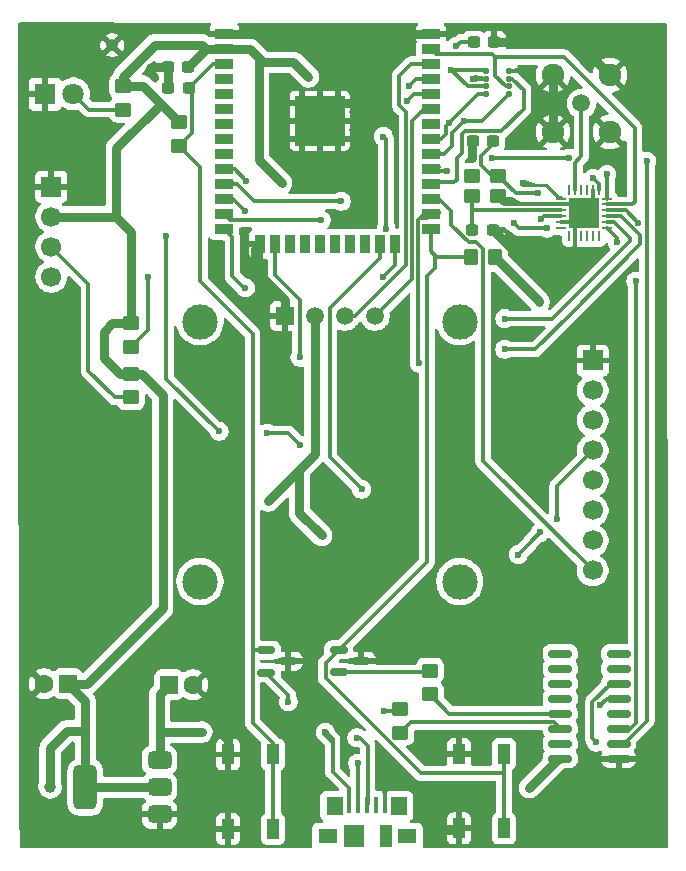
<source format=gbr>
%TF.GenerationSoftware,KiCad,Pcbnew,9.0.3*%
%TF.CreationDate,2025-07-13T04:30:12+05:30*%
%TF.ProjectId,Smart_Env_Monitoring_Node,536d6172-745f-4456-9e76-5f4d6f6e6974,rev?*%
%TF.SameCoordinates,Original*%
%TF.FileFunction,Copper,L1,Top*%
%TF.FilePolarity,Positive*%
%FSLAX46Y46*%
G04 Gerber Fmt 4.6, Leading zero omitted, Abs format (unit mm)*
G04 Created by KiCad (PCBNEW 9.0.3) date 2025-07-13 04:30:12*
%MOMM*%
%LPD*%
G01*
G04 APERTURE LIST*
G04 Aperture macros list*
%AMRoundRect*
0 Rectangle with rounded corners*
0 $1 Rounding radius*
0 $2 $3 $4 $5 $6 $7 $8 $9 X,Y pos of 4 corners*
0 Add a 4 corners polygon primitive as box body*
4,1,4,$2,$3,$4,$5,$6,$7,$8,$9,$2,$3,0*
0 Add four circle primitives for the rounded corners*
1,1,$1+$1,$2,$3*
1,1,$1+$1,$4,$5*
1,1,$1+$1,$6,$7*
1,1,$1+$1,$8,$9*
0 Add four rect primitives between the rounded corners*
20,1,$1+$1,$2,$3,$4,$5,0*
20,1,$1+$1,$4,$5,$6,$7,0*
20,1,$1+$1,$6,$7,$8,$9,0*
20,1,$1+$1,$8,$9,$2,$3,0*%
G04 Aperture macros list end*
%TA.AperFunction,SMDPad,CuDef*%
%ADD10R,1.650000X1.300000*%
%TD*%
%TA.AperFunction,SMDPad,CuDef*%
%ADD11R,1.425000X1.550000*%
%TD*%
%TA.AperFunction,SMDPad,CuDef*%
%ADD12R,1.000000X1.900000*%
%TD*%
%TA.AperFunction,SMDPad,CuDef*%
%ADD13R,1.800000X1.900000*%
%TD*%
%TA.AperFunction,SMDPad,CuDef*%
%ADD14R,0.450000X1.380000*%
%TD*%
%TA.AperFunction,SMDPad,CuDef*%
%ADD15R,1.000000X1.700000*%
%TD*%
%TA.AperFunction,ComponentPad*%
%ADD16R,1.700000X1.700000*%
%TD*%
%TA.AperFunction,ComponentPad*%
%ADD17C,1.700000*%
%TD*%
%TA.AperFunction,ComponentPad*%
%ADD18R,1.800000X1.800000*%
%TD*%
%TA.AperFunction,ComponentPad*%
%ADD19C,1.800000*%
%TD*%
%TA.AperFunction,SMDPad,CuDef*%
%ADD20RoundRect,0.250000X-0.450000X0.350000X-0.450000X-0.350000X0.450000X-0.350000X0.450000X0.350000X0*%
%TD*%
%TA.AperFunction,SMDPad,CuDef*%
%ADD21RoundRect,0.375000X0.625000X0.375000X-0.625000X0.375000X-0.625000X-0.375000X0.625000X-0.375000X0*%
%TD*%
%TA.AperFunction,SMDPad,CuDef*%
%ADD22RoundRect,0.500000X0.500000X1.400000X-0.500000X1.400000X-0.500000X-1.400000X0.500000X-1.400000X0*%
%TD*%
%TA.AperFunction,SMDPad,CuDef*%
%ADD23RoundRect,0.237500X-0.300000X-0.237500X0.300000X-0.237500X0.300000X0.237500X-0.300000X0.237500X0*%
%TD*%
%TA.AperFunction,SMDPad,CuDef*%
%ADD24C,1.000000*%
%TD*%
%TA.AperFunction,ComponentPad*%
%ADD25C,1.508000*%
%TD*%
%TA.AperFunction,ComponentPad*%
%ADD26C,1.920000*%
%TD*%
%TA.AperFunction,SMDPad,CuDef*%
%ADD27RoundRect,0.237500X0.300000X0.237500X-0.300000X0.237500X-0.300000X-0.237500X0.300000X-0.237500X0*%
%TD*%
%TA.AperFunction,SMDPad,CuDef*%
%ADD28RoundRect,0.250000X0.450000X-0.350000X0.450000X0.350000X-0.450000X0.350000X-0.450000X-0.350000X0*%
%TD*%
%TA.AperFunction,SMDPad,CuDef*%
%ADD29RoundRect,0.250000X-0.450000X-0.350000X0.450000X-0.350000X0.450000X0.350000X-0.450000X0.350000X0*%
%TD*%
%TA.AperFunction,ComponentPad*%
%ADD30R,1.508000X1.508000*%
%TD*%
%TA.AperFunction,ComponentPad*%
%ADD31C,3.000000*%
%TD*%
%TA.AperFunction,ComponentPad*%
%ADD32RoundRect,0.250000X0.550000X0.550000X-0.550000X0.550000X-0.550000X-0.550000X0.550000X-0.550000X0*%
%TD*%
%TA.AperFunction,ComponentPad*%
%ADD33C,1.600000*%
%TD*%
%TA.AperFunction,SMDPad,CuDef*%
%ADD34RoundRect,0.056250X-0.188750X-0.168750X0.188750X-0.168750X0.188750X0.168750X-0.188750X0.168750X0*%
%TD*%
%TA.AperFunction,SMDPad,CuDef*%
%ADD35R,1.500000X0.900000*%
%TD*%
%TA.AperFunction,SMDPad,CuDef*%
%ADD36R,0.900000X1.500000*%
%TD*%
%TA.AperFunction,SMDPad,CuDef*%
%ADD37R,1.050000X1.050000*%
%TD*%
%TA.AperFunction,HeatsinkPad*%
%ADD38C,0.640000*%
%TD*%
%TA.AperFunction,HeatsinkPad*%
%ADD39R,4.200000X4.200000*%
%TD*%
%TA.AperFunction,SMDPad,CuDef*%
%ADD40RoundRect,0.150000X-0.587500X-0.150000X0.587500X-0.150000X0.587500X0.150000X-0.587500X0.150000X0*%
%TD*%
%TA.AperFunction,SMDPad,CuDef*%
%ADD41RoundRect,0.062500X-0.350000X-0.062500X0.350000X-0.062500X0.350000X0.062500X-0.350000X0.062500X0*%
%TD*%
%TA.AperFunction,SMDPad,CuDef*%
%ADD42RoundRect,0.062500X-0.062500X-0.350000X0.062500X-0.350000X0.062500X0.350000X-0.062500X0.350000X0*%
%TD*%
%TA.AperFunction,HeatsinkPad*%
%ADD43R,2.600000X2.600000*%
%TD*%
%TA.AperFunction,SMDPad,CuDef*%
%ADD44RoundRect,0.150000X0.825000X0.150000X-0.825000X0.150000X-0.825000X-0.150000X0.825000X-0.150000X0*%
%TD*%
%TA.AperFunction,SMDPad,CuDef*%
%ADD45RoundRect,0.250000X-0.350000X-0.450000X0.350000X-0.450000X0.350000X0.450000X-0.350000X0.450000X0*%
%TD*%
%TA.AperFunction,ComponentPad*%
%ADD46RoundRect,0.250000X-0.550000X-0.550000X0.550000X-0.550000X0.550000X0.550000X-0.550000X0.550000X0*%
%TD*%
%TA.AperFunction,ViaPad*%
%ADD47C,0.600000*%
%TD*%
%TA.AperFunction,Conductor*%
%ADD48C,0.250200*%
%TD*%
%TA.AperFunction,Conductor*%
%ADD49C,0.300000*%
%TD*%
%TA.AperFunction,Conductor*%
%ADD50C,0.800000*%
%TD*%
G04 APERTURE END LIST*
D10*
%TO.P,J1,6,Shield*%
%TO.N,unconnected-(J1-Shield-Pad6)_1*%
X143327500Y-145845000D03*
D11*
%TO.N,unconnected-(J1-Shield-Pad6)*%
X142632500Y-143265000D03*
D12*
%TO.N,unconnected-(J1-Shield-Pad6)_4*%
X141502500Y-145845000D03*
D13*
%TO.N,unconnected-(J1-Shield-Pad6)_2*%
X138802500Y-145845000D03*
D11*
%TO.N,unconnected-(J1-Shield-Pad6)_5*%
X137162500Y-143275000D03*
D10*
%TO.N,unconnected-(J1-Shield-Pad6)_3*%
X136577500Y-145845000D03*
D14*
%TO.P,J1,5,GND*%
%TO.N,/GND*%
X141392500Y-143185000D03*
%TO.P,J1,4,ID*%
%TO.N,unconnected-(J1-ID-Pad4)*%
X140642500Y-143185000D03*
%TO.P,J1,3,D+*%
%TO.N,/D+*%
X139922500Y-143185000D03*
%TO.P,J1,2,D-*%
%TO.N,/D-*%
X139152500Y-143185000D03*
%TO.P,J1,1,VBUS*%
%TO.N,/VIN*%
X138392500Y-143185000D03*
%TD*%
D15*
%TO.P,SW2,1,A*%
%TO.N,/GND*%
X128160000Y-145210000D03*
X128160000Y-138910000D03*
%TO.P,SW2,2,B*%
%TO.N,/EN*%
X131960000Y-145210000D03*
X131960000Y-138910000D03*
%TD*%
D16*
%TO.P,J2,1,Pin_1*%
%TO.N,/GND*%
X159020000Y-105550000D03*
D17*
%TO.P,J2,2,Pin_2*%
%TO.N,/IO2*%
X159020000Y-108090000D03*
%TO.P,J2,3,Pin_3*%
%TO.N,/IO4*%
X159020000Y-110630000D03*
%TO.P,J2,4,Pin_4*%
%TO.N,/IO5*%
X159020000Y-113170000D03*
%TO.P,J2,5,Pin_5*%
%TO.N,/IO12*%
X159020000Y-115710000D03*
%TO.P,J2,6,Pin_6*%
%TO.N,/IO13*%
X159020000Y-118250000D03*
%TO.P,J2,7,Pin_7*%
%TO.N,/IO15*%
X159020000Y-120790000D03*
%TO.P,J2,8,Pin_8*%
%TO.N,/IO16*%
X159020000Y-123330000D03*
%TD*%
D18*
%TO.P,D1,1,K*%
%TO.N,/GND*%
X112650000Y-83000000D03*
D19*
%TO.P,D1,2,A*%
%TO.N,Net-(D1-A)*%
X115050000Y-82980000D03*
%TD*%
D15*
%TO.P,SW3,1,A*%
%TO.N,/GND*%
X147710000Y-145170000D03*
X147710000Y-138870000D03*
%TO.P,SW3,2,B*%
%TO.N,/IO0*%
X151510000Y-145170000D03*
X151510000Y-138870000D03*
%TD*%
D16*
%TO.P,J3,1,Pin_1*%
%TO.N,/GND*%
X113185000Y-90840000D03*
D17*
%TO.P,J3,2,Pin_2*%
%TO.N,/3.3V*%
X113185000Y-93380000D03*
%TO.P,J3,3,Pin_3*%
%TO.N,/SDA*%
X113185000Y-95920000D03*
%TO.P,J3,4,Pin_4*%
%TO.N,/SCL*%
X113185000Y-98460000D03*
%TD*%
D20*
%TO.P,R6,1*%
%TO.N,Net-(Q2-C)*%
X145240000Y-131810000D03*
%TO.P,R6,2*%
%TO.N,/DTR*%
X145240000Y-133810000D03*
%TD*%
D21*
%TO.P,U2,1,GND*%
%TO.N,/GND*%
X122350000Y-143980000D03*
%TO.P,U2,2,VO*%
%TO.N,/3.3V*%
X122350000Y-141680000D03*
D22*
X116050000Y-141680000D03*
D21*
%TO.P,U2,3,VI*%
%TO.N,/VIN*%
X122350000Y-139380000D03*
%TD*%
D23*
%TO.P,C5,1*%
%TO.N,/3.3V*%
X148955000Y-78590000D03*
%TO.P,C5,2*%
%TO.N,/GND*%
X150680000Y-78590000D03*
%TD*%
D24*
%TO.P,TP1,1,1*%
%TO.N,/GND*%
X118340000Y-78850000D03*
%TD*%
D25*
%TO.P,J4,1*%
%TO.N,/RFO*%
X158070000Y-83790000D03*
D26*
%TO.P,J4,G1*%
%TO.N,/GND*%
X155670000Y-81390000D03*
%TO.P,J4,G2*%
X155670000Y-86190000D03*
%TO.P,J4,G3*%
X160470000Y-86190000D03*
%TO.P,J4,G4*%
X160470000Y-81390000D03*
%TD*%
D27*
%TO.P,C6,1*%
%TO.N,/GND*%
X150560000Y-94500000D03*
%TO.P,C6,2*%
%TO.N,Net-(U3-XTA)*%
X148835000Y-94500000D03*
%TD*%
D28*
%TO.P,R3,1*%
%TO.N,/SCL*%
X119970000Y-104420000D03*
%TO.P,R3,2*%
%TO.N,/3.3V*%
X119970000Y-102420000D03*
%TD*%
D29*
%TO.P,Y1,1,1*%
%TO.N,Net-(U3-XTA)*%
X148840000Y-91630000D03*
%TO.P,Y1,2,2*%
%TO.N,/GND*%
X151040000Y-91630000D03*
%TO.P,Y1,3,3*%
%TO.N,Net-(U3-XTB)*%
X151040000Y-89930000D03*
%TO.P,Y1,4*%
%TO.N,N/C*%
X148840000Y-89930000D03*
%TD*%
D30*
%TO.P,U5,1,GND*%
%TO.N,/GND*%
X132960000Y-101770000D03*
D25*
%TO.P,U5,2,VCC_IN*%
%TO.N,/3.3V*%
X135500000Y-101770000D03*
%TO.P,U5,3,SCL*%
%TO.N,/SCL*%
X138040000Y-101770000D03*
%TO.P,U5,4,SDA*%
%TO.N,/SDA*%
X140580000Y-101770000D03*
D31*
%TO.P,U5,S1*%
%TO.N,N/C*%
X125770000Y-102270000D03*
%TO.P,U5,S2*%
X147770000Y-102270000D03*
%TO.P,U5,S3*%
X147770000Y-124270000D03*
%TO.P,U5,S4*%
X125770000Y-124270000D03*
%TD*%
D32*
%TO.P,C1,1*%
%TO.N,/3.3V*%
X114570000Y-132920000D03*
D33*
%TO.P,C1,2*%
%TO.N,/GND*%
X112570000Y-132920000D03*
%TD*%
D34*
%TO.P,U4,1,GND*%
%TO.N,/GND*%
X151930000Y-81040000D03*
%TO.P,U4,2,CSB*%
%TO.N,/IO17*%
X151930000Y-81690000D03*
%TO.P,U4,3,SDI*%
%TO.N,/MOSI*%
X151930000Y-82340000D03*
%TO.P,U4,4,SCK*%
%TO.N,/SCK*%
X151930000Y-82990000D03*
%TO.P,U4,5,SDO*%
%TO.N,/MISO*%
X149990000Y-82990000D03*
%TO.P,U4,6,VDDIO*%
%TO.N,/3.3V*%
X149990000Y-82340000D03*
%TO.P,U4,7,GND*%
%TO.N,/GND*%
X149990000Y-81690000D03*
%TO.P,U4,8,VDD*%
%TO.N,/3.3V*%
X149990000Y-81040000D03*
%TD*%
D27*
%TO.P,C7,1*%
%TO.N,Net-(U3-XTB)*%
X150580000Y-86940000D03*
%TO.P,C7,2*%
%TO.N,/GND*%
X148855000Y-86940000D03*
%TD*%
D23*
%TO.P,C3,1*%
%TO.N,/GND*%
X123077500Y-82500000D03*
%TO.P,C3,2*%
%TO.N,/EN*%
X124802500Y-82500000D03*
%TD*%
D35*
%TO.P,U1,1,GND*%
%TO.N,/GND*%
X127840000Y-77925000D03*
%TO.P,U1,2,VDD*%
%TO.N,/3.3V*%
X127840000Y-79195000D03*
%TO.P,U1,3,EN*%
%TO.N,/EN*%
X127840000Y-80465000D03*
%TO.P,U1,4,SENSOR_VP*%
%TO.N,unconnected-(U1-SENSOR_VP-Pad4)*%
X127840000Y-81735000D03*
%TO.P,U1,5,SENSOR_VN*%
%TO.N,unconnected-(U1-SENSOR_VN-Pad5)*%
X127840000Y-83005000D03*
%TO.P,U1,6,IO34*%
%TO.N,unconnected-(U1-IO34-Pad6)*%
X127840000Y-84275000D03*
%TO.P,U1,7,IO35*%
%TO.N,unconnected-(U1-IO35-Pad7)*%
X127840000Y-85545000D03*
%TO.P,U1,8,IO32*%
%TO.N,unconnected-(U1-IO32-Pad8)*%
X127840000Y-86815000D03*
%TO.P,U1,9,IO33*%
%TO.N,unconnected-(U1-IO33-Pad9)*%
X127840000Y-88085000D03*
%TO.P,U1,10,IO25*%
%TO.N,/BUSY*%
X127840000Y-89355000D03*
%TO.P,U1,11,IO26*%
%TO.N,/DIO1*%
X127840000Y-90625000D03*
%TO.P,U1,12,IO27*%
%TO.N,/RESET*%
X127840000Y-91895000D03*
%TO.P,U1,13,IO14*%
%TO.N,/NSS*%
X127840000Y-93165000D03*
%TO.P,U1,14,IO12*%
%TO.N,/IO12*%
X127840000Y-94435000D03*
D36*
%TO.P,U1,15,GND*%
%TO.N,/GND*%
X130880000Y-95685000D03*
%TO.P,U1,16,IO13*%
%TO.N,/IO13*%
X132150000Y-95685000D03*
%TO.P,U1,17,SHD/SD2*%
%TO.N,unconnected-(U1-SHD{slash}SD2-Pad17)*%
X133420000Y-95685000D03*
%TO.P,U1,18,SWP/SD3*%
%TO.N,unconnected-(U1-SWP{slash}SD3-Pad18)*%
X134690000Y-95685000D03*
%TO.P,U1,19,SCS/CMD*%
%TO.N,unconnected-(U1-SCS{slash}CMD-Pad19)*%
X135960000Y-95685000D03*
%TO.P,U1,20,SCK/CLK*%
%TO.N,unconnected-(U1-SCK{slash}CLK-Pad20)*%
X137230000Y-95685000D03*
%TO.P,U1,21,SDO/SD0*%
%TO.N,unconnected-(U1-SDO{slash}SD0-Pad21)*%
X138500000Y-95685000D03*
%TO.P,U1,22,SDI/SD1*%
%TO.N,unconnected-(U1-SDI{slash}SD1-Pad22)*%
X139770000Y-95685000D03*
%TO.P,U1,23,IO15*%
%TO.N,/IO15*%
X141040000Y-95685000D03*
%TO.P,U1,24,IO2*%
%TO.N,/IO2*%
X142310000Y-95685000D03*
D35*
%TO.P,U1,25,IO0*%
%TO.N,/IO0*%
X145340000Y-94435000D03*
%TO.P,U1,26,IO4*%
%TO.N,/IO4*%
X145340000Y-93165000D03*
%TO.P,U1,27,IO16*%
%TO.N,/IO16*%
X145340000Y-91895000D03*
%TO.P,U1,28,IO17*%
%TO.N,/IO17*%
X145340000Y-90625000D03*
%TO.P,U1,29,IO5*%
%TO.N,/IO5*%
X145340000Y-89355000D03*
%TO.P,U1,30,IO18*%
%TO.N,/SCK*%
X145340000Y-88085000D03*
%TO.P,U1,31,IO19*%
%TO.N,/MISO*%
X145340000Y-86815000D03*
%TO.P,U1,32,NC*%
%TO.N,unconnected-(U1-NC-Pad32)*%
X145340000Y-85545000D03*
%TO.P,U1,33,IO21*%
%TO.N,/SDA*%
X145340000Y-84275000D03*
%TO.P,U1,34,RXD0/IO3*%
%TO.N,/TXD*%
X145340000Y-83005000D03*
%TO.P,U1,35,TXD0/IO1*%
%TO.N,/RXD*%
X145340000Y-81735000D03*
%TO.P,U1,36,IO22*%
%TO.N,/SCL*%
X145340000Y-80465000D03*
%TO.P,U1,37,IO23*%
%TO.N,/MOSI*%
X145340000Y-79195000D03*
%TO.P,U1,38,GND*%
%TO.N,/GND*%
X145340000Y-77925000D03*
D37*
%TO.P,U1,39,GND*%
X134385000Y-83740000D03*
D38*
X134385000Y-84502500D03*
D37*
X134385000Y-85265000D03*
D38*
X134385000Y-86027500D03*
D37*
X134385000Y-86790000D03*
D38*
X135147500Y-83740000D03*
X135147500Y-85265000D03*
X135147500Y-86790000D03*
D37*
X135910000Y-83740000D03*
D38*
X135910000Y-84502500D03*
D37*
X135910000Y-85265000D03*
D39*
X135910000Y-85265000D03*
D38*
X135910000Y-86027500D03*
D37*
X135910000Y-86790000D03*
D38*
X136672500Y-83740000D03*
X136672500Y-85265000D03*
X136672500Y-86790000D03*
D37*
X137435000Y-83740000D03*
D38*
X137435000Y-84502500D03*
D37*
X137435000Y-85265000D03*
D38*
X137435000Y-86027500D03*
D37*
X137435000Y-86790000D03*
%TD*%
D28*
%TO.P,R4,1*%
%TO.N,Net-(D1-A)*%
X119270000Y-84310000D03*
%TO.P,R4,2*%
%TO.N,/3.3V*%
X119270000Y-82310000D03*
%TD*%
D40*
%TO.P,Q1,1,B*%
%TO.N,/EN*%
X131365000Y-130070000D03*
%TO.P,Q1,2,C*%
%TO.N,Net-(Q1-C)*%
X131365000Y-131970000D03*
%TO.P,Q1,3,E*%
%TO.N,/GND*%
X133240000Y-131020000D03*
%TD*%
D24*
%TO.P,TP2,1,1*%
%TO.N,/3.3V*%
X113080000Y-141640000D03*
%TD*%
D41*
%TO.P,U3,1,VDD_IN*%
%TO.N,/3.3V*%
X156352500Y-91837500D03*
%TO.P,U3,2,GND*%
%TO.N,/GND*%
X156352500Y-92337500D03*
%TO.P,U3,3,XTA*%
%TO.N,Net-(U3-XTA)*%
X156352500Y-92837500D03*
%TO.P,U3,4,XTB*%
%TO.N,Net-(U3-XTB)*%
X156352500Y-93337500D03*
%TO.P,U3,5,GND*%
%TO.N,/GND*%
X156352500Y-93837500D03*
%TO.P,U3,6,DIO3*%
%TO.N,unconnected-(U3-DIO3-Pad6)*%
X156352500Y-94337500D03*
D42*
%TO.P,U3,7,VREG*%
%TO.N,unconnected-(U3-VREG-Pad7)*%
X157040000Y-95025000D03*
%TO.P,U3,8,GND*%
%TO.N,/GND*%
X157540000Y-95025000D03*
%TO.P,U3,9,DCC_SW*%
%TO.N,unconnected-(U3-DCC_SW-Pad9)*%
X158040000Y-95025000D03*
%TO.P,U3,10,VBAT*%
%TO.N,unconnected-(U3-VBAT-Pad10)*%
X158540000Y-95025000D03*
%TO.P,U3,11,VBAT_IO*%
%TO.N,unconnected-(U3-VBAT_IO-Pad11)*%
X159040000Y-95025000D03*
%TO.P,U3,12,DIO2*%
%TO.N,unconnected-(U3-DIO2-Pad12)*%
X159540000Y-95025000D03*
D41*
%TO.P,U3,13,DIO1*%
%TO.N,/DIO1*%
X160227500Y-94337500D03*
%TO.P,U3,14,BUSY*%
%TO.N,/BUSY*%
X160227500Y-93837500D03*
%TO.P,U3,15,~{RESET}*%
%TO.N,/RESET*%
X160227500Y-93337500D03*
%TO.P,U3,16,MISO*%
%TO.N,/MISO*%
X160227500Y-92837500D03*
%TO.P,U3,17,MOSI*%
%TO.N,/MOSI*%
X160227500Y-92337500D03*
%TO.P,U3,18,SCK*%
%TO.N,/SCK*%
X160227500Y-91837500D03*
D42*
%TO.P,U3,19,NSS*%
%TO.N,/NSS*%
X159540000Y-91150000D03*
%TO.P,U3,20,GND*%
%TO.N,/GND*%
X159040000Y-91150000D03*
%TO.P,U3,21,RFI_P*%
%TO.N,unconnected-(U3-RFI_P-Pad21)*%
X158540000Y-91150000D03*
%TO.P,U3,22,RFI_N*%
%TO.N,unconnected-(U3-RFI_N-Pad22)*%
X158040000Y-91150000D03*
%TO.P,U3,23,RFO*%
%TO.N,/RFO*%
X157540000Y-91150000D03*
%TO.P,U3,24,VR_PA*%
%TO.N,unconnected-(U3-VR_PA-Pad24)*%
X157040000Y-91150000D03*
D43*
%TO.P,U3,25,GND*%
%TO.N,/GND*%
X158290000Y-93087500D03*
%TD*%
D27*
%TO.P,C4,1*%
%TO.N,/3.3V*%
X124792500Y-80700000D03*
%TO.P,C4,2*%
%TO.N,/GND*%
X123067500Y-80700000D03*
%TD*%
D44*
%TO.P,U6,1,GND*%
%TO.N,/GND*%
X161210000Y-139260000D03*
%TO.P,U6,2,TXD*%
%TO.N,/TXD*%
X161210000Y-137990000D03*
%TO.P,U6,3,RXD*%
%TO.N,/RXD*%
X161210000Y-136720000D03*
%TO.P,U6,4,V3*%
%TO.N,unconnected-(U6-V3-Pad4)*%
X161210000Y-135450000D03*
%TO.P,U6,5,UD+*%
%TO.N,/D+*%
X161210000Y-134180000D03*
%TO.P,U6,6,UD-*%
%TO.N,/D-*%
X161210000Y-132910000D03*
%TO.P,U6,7,NC*%
%TO.N,unconnected-(U6-NC-Pad7)*%
X161210000Y-131640000D03*
%TO.P,U6,8,NC*%
%TO.N,unconnected-(U6-NC-Pad8)*%
X161210000Y-130370000D03*
%TO.P,U6,9,~{CTS}*%
%TO.N,unconnected-(U6-~{CTS}-Pad9)*%
X156260000Y-130370000D03*
%TO.P,U6,10,~{DSR}*%
%TO.N,unconnected-(U6-~{DSR}-Pad10)*%
X156260000Y-131640000D03*
%TO.P,U6,11,~{RI}*%
%TO.N,unconnected-(U6-~{RI}-Pad11)*%
X156260000Y-132910000D03*
%TO.P,U6,12,~{DCD}*%
%TO.N,unconnected-(U6-~{DCD}-Pad12)*%
X156260000Y-134180000D03*
%TO.P,U6,13,~{DTR}*%
%TO.N,/DTR*%
X156260000Y-135450000D03*
%TO.P,U6,14,~{RTS}*%
%TO.N,/RTS*%
X156260000Y-136720000D03*
%TO.P,U6,15,R232*%
%TO.N,unconnected-(U6-R232-Pad15)*%
X156260000Y-137990000D03*
%TO.P,U6,16,VCC*%
%TO.N,/VIN*%
X156260000Y-139260000D03*
%TD*%
D45*
%TO.P,R1,1*%
%TO.N,/IO0*%
X148740000Y-96820000D03*
%TO.P,R1,2*%
%TO.N,/3.3V*%
X150740000Y-96820000D03*
%TD*%
D20*
%TO.P,R5,1*%
%TO.N,Net-(Q1-C)*%
X142730000Y-135060000D03*
%TO.P,R5,2*%
%TO.N,/RTS*%
X142730000Y-137060000D03*
%TD*%
D28*
%TO.P,R7,1*%
%TO.N,/SDA*%
X119930000Y-108680000D03*
%TO.P,R7,2*%
%TO.N,/3.3V*%
X119930000Y-106680000D03*
%TD*%
D40*
%TO.P,Q2,1,B*%
%TO.N,/IO0*%
X137520000Y-130060000D03*
%TO.P,Q2,2,C*%
%TO.N,Net-(Q2-C)*%
X137520000Y-131960000D03*
%TO.P,Q2,3,E*%
%TO.N,/GND*%
X139395000Y-131010000D03*
%TD*%
D20*
%TO.P,R2,1*%
%TO.N,/3.3V*%
X124030000Y-85390000D03*
%TO.P,R2,2*%
%TO.N,/EN*%
X124030000Y-87390000D03*
%TD*%
D46*
%TO.P,C2,1*%
%TO.N,/VIN*%
X123180000Y-133000000D03*
D33*
%TO.P,C2,2*%
%TO.N,/GND*%
X125180000Y-133000000D03*
%TD*%
D47*
%TO.N,/3.3V*%
X132690000Y-90530000D03*
X131550000Y-117460000D03*
X154440000Y-100530000D03*
X134940000Y-81560000D03*
X136070000Y-120370000D03*
X147050000Y-80970000D03*
X153090000Y-90530000D03*
X147450000Y-78960000D03*
%TO.N,/GND*%
X148890000Y-81690000D03*
X153650000Y-81230000D03*
X121420000Y-80940000D03*
X148800000Y-88410000D03*
X152134426Y-92086500D03*
X154320000Y-96450000D03*
X127391200Y-134443400D03*
%TO.N,/VIN*%
X136370000Y-137010000D03*
X153660000Y-141710000D03*
X125930000Y-137010000D03*
%TO.N,Net-(U3-XTB)*%
X154350000Y-91380000D03*
X154680000Y-93570000D03*
%TO.N,/D-*%
X159334400Y-137882300D03*
X139130000Y-139640000D03*
%TO.N,/D+*%
X139049200Y-137493800D03*
X159656500Y-134740200D03*
%TO.N,/IO12*%
X129620000Y-99404300D03*
%TO.N,/IO4*%
X144333500Y-105795200D03*
%TO.N,/IO13*%
X134230000Y-105290000D03*
%TO.N,/IO2*%
X141280400Y-98494900D03*
%TO.N,/IO15*%
X139450000Y-116450000D03*
%TO.N,/SCL*%
X121394400Y-98460000D03*
%TO.N,Net-(Q1-C)*%
X141342100Y-135256300D03*
X133247200Y-134443400D03*
%TO.N,/RXD*%
X162670000Y-98850000D03*
X143490000Y-82330000D03*
X141290000Y-86590000D03*
X141530000Y-94400000D03*
%TO.N,/MISO*%
X146833700Y-85473500D03*
X162880000Y-93880000D03*
X150490000Y-88380000D03*
X157000000Y-88410000D03*
%TO.N,/BUSY*%
X151560000Y-102000000D03*
X129690000Y-90333500D03*
%TO.N,/RESET*%
X151570000Y-104610000D03*
X129560000Y-92880000D03*
%TO.N,/TXD*%
X143287900Y-83621800D03*
X163609000Y-88659000D03*
%TO.N,/SCK*%
X160230000Y-89770000D03*
X148127600Y-85283800D03*
%TO.N,/DIO1*%
X161110000Y-95540000D03*
X137735000Y-92075000D03*
%TO.N,/NSS*%
X136040000Y-93650000D03*
X152360000Y-93920000D03*
X155140000Y-94360000D03*
X159060000Y-90130000D03*
%TO.N,/IO5*%
X154560000Y-120110000D03*
X146710000Y-89500000D03*
X131480000Y-111710000D03*
X122920000Y-94990000D03*
X152720000Y-121980000D03*
X156000000Y-118970000D03*
X127390000Y-111550000D03*
X134230000Y-112720000D03*
%TD*%
D48*
%TO.N,/3.3V*%
X153280000Y-90720000D02*
X155071200Y-90720000D01*
D49*
X147050000Y-80970000D02*
X149920000Y-80970000D01*
D50*
X117620000Y-105330000D02*
X118970000Y-106680000D01*
X118670000Y-87590000D02*
X122450000Y-83810000D01*
D48*
X153090000Y-90530000D02*
X153280000Y-90720000D01*
D50*
X122620000Y-108440000D02*
X122620000Y-126510000D01*
X134190000Y-114820000D02*
X131550000Y-117460000D01*
D49*
X147860000Y-78550000D02*
X148915000Y-78550000D01*
D50*
X113080000Y-141640000D02*
X113080000Y-138330000D01*
D49*
X149920000Y-80970000D02*
X149990000Y-81040000D01*
D50*
X113185000Y-93380000D02*
X118670000Y-93380000D01*
X136070000Y-120370000D02*
X134190000Y-118490000D01*
X130730000Y-80295000D02*
X131070000Y-80295000D01*
X150740000Y-96830000D02*
X154440000Y-100530000D01*
X120860000Y-106680000D02*
X122620000Y-108440000D01*
X131070000Y-80295000D02*
X133675000Y-80295000D01*
X150740000Y-96820000D02*
X150740000Y-96830000D01*
D49*
X148420000Y-82340000D02*
X149990000Y-82340000D01*
D50*
X118670000Y-93380000D02*
X118670000Y-87590000D01*
X116210000Y-132920000D02*
X114570000Y-132920000D01*
X135500000Y-101770000D02*
X135500000Y-113510000D01*
X113080000Y-138330000D02*
X114510000Y-136900000D01*
D49*
X148915000Y-78550000D02*
X148955000Y-78590000D01*
D50*
X124792500Y-80700000D02*
X126297500Y-79195000D01*
X121980000Y-78800000D02*
X125902500Y-78800000D01*
X116050000Y-136900000D02*
X116050000Y-134400000D01*
X122620000Y-126510000D02*
X116210000Y-132920000D01*
X122450000Y-83810000D02*
X124030000Y-85390000D01*
X119930000Y-106680000D02*
X120860000Y-106680000D01*
X119270000Y-81510000D02*
X121980000Y-78800000D01*
X119970000Y-102420000D02*
X118350000Y-102420000D01*
X117620000Y-103150000D02*
X117620000Y-105330000D01*
X129970000Y-79195000D02*
X131070000Y-80295000D01*
X154440000Y-100530000D02*
X154480000Y-100570000D01*
X119970000Y-102420000D02*
X119970000Y-94680000D01*
X116050000Y-134400000D02*
X114570000Y-132920000D01*
X114510000Y-136900000D02*
X116050000Y-136900000D01*
D49*
X147050000Y-80970000D02*
X148420000Y-82340000D01*
D50*
X126297500Y-79195000D02*
X127840000Y-79195000D01*
X130730000Y-88570000D02*
X130730000Y-80295000D01*
D48*
X156121400Y-91820000D02*
X156171200Y-91820000D01*
D49*
X156332500Y-91820000D02*
X156171200Y-91820000D01*
D48*
X155071200Y-90720000D02*
X156171200Y-91820000D01*
D50*
X116050000Y-141680000D02*
X116050000Y-136900000D01*
D49*
X147450000Y-78960000D02*
X147860000Y-78550000D01*
D50*
X132690000Y-90530000D02*
X130730000Y-88570000D01*
X120950000Y-82310000D02*
X122450000Y-83810000D01*
X135500000Y-113510000D02*
X134190000Y-114820000D01*
X127840000Y-79195000D02*
X129970000Y-79195000D01*
X119970000Y-94680000D02*
X118670000Y-93380000D01*
X133675000Y-80295000D02*
X134940000Y-81560000D01*
X119270000Y-82310000D02*
X119270000Y-81510000D01*
X134190000Y-118490000D02*
X134190000Y-114820000D01*
X119270000Y-82310000D02*
X120950000Y-82310000D01*
X118350000Y-102420000D02*
X117620000Y-103150000D01*
X118970000Y-106680000D02*
X119930000Y-106680000D01*
X125902500Y-78800000D02*
X126297500Y-79195000D01*
X122350000Y-141680000D02*
X116050000Y-141680000D01*
D49*
%TO.N,/GND*%
X146650000Y-145520000D02*
X147720000Y-145520000D01*
X145620000Y-144520000D02*
X145650000Y-144520000D01*
X149990000Y-81690000D02*
X148890000Y-81690000D01*
D50*
X152134426Y-92086500D02*
X151496500Y-92086500D01*
D49*
X157540000Y-93837500D02*
X157540000Y-95025000D01*
D50*
X137435000Y-83740000D02*
X138845800Y-83740000D01*
X130682400Y-98136700D02*
X130452500Y-98136700D01*
X141937900Y-80647900D02*
X141937900Y-79777100D01*
X150680000Y-78590000D02*
X157670000Y-78590000D01*
X128140000Y-137688300D02*
X127391200Y-136939500D01*
D49*
X156352500Y-92337500D02*
X152385426Y-92337500D01*
D50*
X123067500Y-82490000D02*
X123077500Y-82500000D01*
X152510000Y-96450000D02*
X154320000Y-96450000D01*
D49*
X156980000Y-96450000D02*
X154320000Y-96450000D01*
D50*
X139215000Y-77925000D02*
X141937900Y-80647900D01*
X141937900Y-79777100D02*
X143790000Y-77925000D01*
X151496500Y-92086500D02*
X151040000Y-91630000D01*
X127391200Y-136939500D02*
X127391200Y-134443400D01*
X132960000Y-101770000D02*
X132960000Y-100414300D01*
X135482500Y-84840000D02*
X135482500Y-85602500D01*
X123067500Y-80700000D02*
X123067500Y-82490000D01*
X157670000Y-78590000D02*
X160470000Y-81390000D01*
D49*
X156352500Y-93837500D02*
X157540000Y-93837500D01*
X144630000Y-141720000D02*
X145620000Y-142710000D01*
X157540000Y-95025000D02*
X157540000Y-95890000D01*
X145620000Y-142710000D02*
X145620000Y-144520000D01*
X151930000Y-81040000D02*
X153460000Y-81040000D01*
D50*
X148800000Y-88410000D02*
X148800000Y-86995000D01*
D49*
X141392500Y-142055000D02*
X141392500Y-143185000D01*
D50*
X148800000Y-86995000D02*
X148855000Y-86940000D01*
D49*
X157540000Y-93837500D02*
X158290000Y-93087500D01*
D50*
X155670000Y-86190000D02*
X155670000Y-81390000D01*
X127840000Y-77925000D02*
X139215000Y-77925000D01*
X121660000Y-80700000D02*
X121420000Y-80940000D01*
X130452500Y-98136700D02*
X130452500Y-96112500D01*
D49*
X145650000Y-144520000D02*
X146650000Y-145520000D01*
D50*
X132960000Y-100414300D02*
X130682400Y-98136700D01*
D49*
X159040000Y-92337500D02*
X158290000Y-93087500D01*
X153460000Y-81040000D02*
X153650000Y-81230000D01*
X152385426Y-92337500D02*
X152134426Y-92086500D01*
X157540000Y-95890000D02*
X156980000Y-96450000D01*
D50*
X128140000Y-139140000D02*
X128140000Y-137688300D01*
X143790000Y-77925000D02*
X145340000Y-77925000D01*
D49*
X141727500Y-141720000D02*
X141392500Y-142055000D01*
X159040000Y-91150000D02*
X159040000Y-92337500D01*
X156352500Y-92337500D02*
X157540000Y-92337500D01*
X157540000Y-92337500D02*
X158290000Y-93087500D01*
X141727500Y-141720000D02*
X144630000Y-141720000D01*
D50*
X123067500Y-80700000D02*
X121660000Y-80700000D01*
X130452500Y-96112500D02*
X130880000Y-95685000D01*
X138845800Y-83740000D02*
X141937900Y-80647900D01*
X150560000Y-94500000D02*
X152510000Y-96450000D01*
%TO.N,/VIN*%
X156260000Y-139260000D02*
X156110000Y-139260000D01*
X122350000Y-133830000D02*
X123180000Y-133000000D01*
X156110000Y-139260000D02*
X153660000Y-141710000D01*
X122350000Y-139380000D02*
X122350000Y-137030000D01*
D49*
X137000000Y-137640000D02*
X136370000Y-137010000D01*
X138392500Y-141762500D02*
X138392500Y-143185000D01*
D50*
X125910000Y-137030000D02*
X125930000Y-137010000D01*
X122350000Y-137030000D02*
X125910000Y-137030000D01*
D49*
X137000000Y-140370000D02*
X138392500Y-141762500D01*
D50*
X122350000Y-137030000D02*
X122350000Y-133830000D01*
D49*
X137000000Y-140370000D02*
X137000000Y-137640000D01*
%TO.N,/EN*%
X130221100Y-130070000D02*
X130221100Y-136219400D01*
X131940000Y-139140000D02*
X131940000Y-137938300D01*
X124802500Y-82500000D02*
X126837500Y-80465000D01*
X125782400Y-89142400D02*
X125782400Y-98859800D01*
X130221100Y-136219400D02*
X131940000Y-137938300D01*
X124030000Y-87390000D02*
X125782400Y-89142400D01*
X125117700Y-86302300D02*
X124030000Y-87390000D01*
X126837500Y-80465000D02*
X127840000Y-80465000D01*
X131940000Y-139140000D02*
X131940000Y-145440000D01*
X130221100Y-103298500D02*
X130221100Y-130070000D01*
X125782400Y-98859800D02*
X130221100Y-103298500D01*
X125117700Y-82500000D02*
X124802500Y-82500000D01*
X131365000Y-130070000D02*
X130221100Y-130070000D01*
X125117700Y-82500000D02*
X125117700Y-86302300D01*
%TO.N,Net-(U3-XTA)*%
X156352500Y-92837500D02*
X149007500Y-92837500D01*
X148840000Y-91630000D02*
X148835000Y-91635000D01*
X148835000Y-92870000D02*
X148835000Y-94500000D01*
X148835000Y-91635000D02*
X148835000Y-92870000D01*
X149007500Y-92837500D02*
X149000000Y-92830000D01*
%TO.N,Net-(U3-XTB)*%
X154912500Y-93337500D02*
X156352500Y-93337500D01*
X150580000Y-86940000D02*
X150580000Y-87190000D01*
X150496870Y-89930000D02*
X151040000Y-89930000D01*
X152490000Y-91380000D02*
X154350000Y-91380000D01*
X151040000Y-89930000D02*
X152490000Y-91380000D01*
X149560000Y-88210000D02*
X149560000Y-88993130D01*
X149560000Y-88993130D02*
X150496870Y-89930000D01*
X151040000Y-89930000D02*
X150580000Y-89470000D01*
X150580000Y-87190000D02*
X149560000Y-88210000D01*
X154680000Y-93570000D02*
X154912500Y-93337500D01*
%TO.N,Net-(D1-A)*%
X116380000Y-84310000D02*
X119270000Y-84310000D01*
X115050000Y-82980000D02*
X116380000Y-84310000D01*
%TO.N,/D-*%
X139152500Y-139662500D02*
X139152500Y-143185000D01*
X161210000Y-132910000D02*
X160558400Y-132910000D01*
X158986400Y-137534300D02*
X159334400Y-137882300D01*
X158986400Y-134482000D02*
X158986400Y-137534300D01*
X160558400Y-132910000D02*
X158986400Y-134482000D01*
X139130000Y-139640000D02*
X139152500Y-139662500D01*
%TO.N,/D+*%
X139975000Y-143132500D02*
X139922500Y-143185000D01*
X139975000Y-138163400D02*
X139975000Y-143132500D01*
X139305400Y-137493800D02*
X139049200Y-137493800D01*
X161210000Y-134180000D02*
X160216700Y-134180000D01*
X160216700Y-134180000D02*
X159656500Y-134740200D01*
X139975000Y-138163400D02*
X139305400Y-137493800D01*
%TO.N,/IO12*%
X128514200Y-95109200D02*
X127840000Y-94435000D01*
X129503200Y-99404300D02*
X128514200Y-98415300D01*
X129620000Y-99404300D02*
X129503200Y-99404300D01*
X128514200Y-98415300D02*
X128514200Y-95109200D01*
%TO.N,/IO4*%
X145340000Y-93165000D02*
X144708000Y-93165000D01*
X144239000Y-93634000D02*
X144239000Y-105700700D01*
X144239000Y-105700700D02*
X144333500Y-105795200D01*
X146014200Y-93058300D02*
X146014200Y-92995000D01*
X144579800Y-93496000D02*
X145009000Y-93496000D01*
X144912500Y-92995000D02*
X146014200Y-92995000D01*
X144708000Y-93165000D02*
X144239000Y-93634000D01*
%TO.N,/IO16*%
X149144000Y-95547400D02*
X148503300Y-95547400D01*
X148503300Y-95547400D02*
X147000000Y-94044100D01*
X149740000Y-96143400D02*
X149144000Y-95547400D01*
X147000000Y-94044100D02*
X147000000Y-92860000D01*
X159020000Y-123330000D02*
X149740000Y-114050000D01*
X149740000Y-114050000D02*
X149740000Y-96143400D01*
X147000000Y-92860000D02*
X146035000Y-91895000D01*
X146035000Y-91895000D02*
X145340000Y-91895000D01*
%TO.N,/IO13*%
X134230000Y-100394200D02*
X132150000Y-98314200D01*
X134230000Y-105290000D02*
X134230000Y-100394200D01*
X132150000Y-98314200D02*
X132150000Y-95685000D01*
%TO.N,/IO2*%
X141280400Y-98494900D02*
X142306400Y-97468900D01*
X142306400Y-97468900D02*
X142306400Y-95685000D01*
%TO.N,/IO15*%
X136740000Y-101150000D02*
X136740000Y-110606700D01*
X136740000Y-101150000D02*
X141040000Y-96850000D01*
X136750000Y-113750000D02*
X139450000Y-116450000D01*
X141040000Y-96850000D02*
X141040000Y-95685000D01*
X136750000Y-110616700D02*
X136750000Y-113750000D01*
X136740000Y-110606700D02*
X136750000Y-110616700D01*
%TO.N,/SCL*%
X142636200Y-83891600D02*
X142636200Y-81483800D01*
X143237000Y-84492400D02*
X142636200Y-83891600D01*
X143237000Y-97459900D02*
X143237000Y-84492400D01*
X138040000Y-101770000D02*
X138926900Y-101770000D01*
X121394400Y-102995600D02*
X119970000Y-104420000D01*
X143670000Y-80450000D02*
X143690000Y-80450000D01*
X143705000Y-80465000D02*
X145340000Y-80465000D01*
X121394400Y-98460000D02*
X121394400Y-102995600D01*
X142636200Y-81483800D02*
X143670000Y-80450000D01*
X138926900Y-101770000D02*
X143237000Y-97459900D01*
X143690000Y-80450000D02*
X143705000Y-80465000D01*
%TO.N,/SDA*%
X143738000Y-85245000D02*
X144708000Y-84275000D01*
X118540000Y-108680000D02*
X119930000Y-108680000D01*
X143738000Y-98612000D02*
X143738000Y-85245000D01*
X116320000Y-99055000D02*
X116320000Y-106460000D01*
X113185000Y-95920000D02*
X116320000Y-99055000D01*
X144708000Y-84275000D02*
X145340000Y-84275000D01*
X140580000Y-101770000D02*
X143738000Y-98612000D01*
X116320000Y-106460000D02*
X118540000Y-108680000D01*
%TO.N,Net-(Q1-C)*%
X133247200Y-133852200D02*
X133247200Y-134443400D01*
X141342100Y-135256300D02*
X142533700Y-135256300D01*
X131365000Y-131970000D02*
X133247200Y-133852200D01*
X142533700Y-135256300D02*
X142730000Y-135060000D01*
%TO.N,Net-(Q2-C)*%
X137520000Y-131960000D02*
X145090000Y-131960000D01*
X145090000Y-131960000D02*
X145240000Y-131810000D01*
%TO.N,/IO0*%
X148740000Y-96820000D02*
X145849100Y-96820000D01*
X136426900Y-131153100D02*
X137520000Y-130060000D01*
X145789550Y-96760450D02*
X145340000Y-96310900D01*
X151520000Y-139220000D02*
X151520000Y-140495500D01*
X145690000Y-96660900D02*
X145690000Y-97680000D01*
X145849100Y-96820000D02*
X145789550Y-96760450D01*
X144985200Y-122594800D02*
X137520000Y-130060000D01*
X136426900Y-132461300D02*
X136426900Y-131153100D01*
X145690000Y-97680000D02*
X144985200Y-98384800D01*
X145340000Y-96310900D02*
X145340000Y-94435000D01*
X151520000Y-140495500D02*
X151520000Y-145520000D01*
X144985200Y-98384800D02*
X144985200Y-122594800D01*
X151520000Y-140495500D02*
X144461100Y-140495500D01*
X144461100Y-140495500D02*
X136426900Y-132461300D01*
X145789550Y-96760450D02*
X145690000Y-96660900D01*
%TO.N,/RTS*%
X142730000Y-137060000D02*
X143610000Y-136180000D01*
X143610000Y-136180000D02*
X155720000Y-136180000D01*
X155720000Y-136180000D02*
X156260000Y-136720000D01*
%TO.N,/DTR*%
X146880000Y-135450000D02*
X145240000Y-133810000D01*
X156260000Y-135450000D02*
X146880000Y-135450000D01*
%TO.N,/RXD*%
X162184999Y-136720000D02*
X161210000Y-136720000D01*
X162670000Y-98850000D02*
X162670000Y-136234999D01*
X141530000Y-94400000D02*
X141530000Y-86830000D01*
X144085000Y-81735000D02*
X145340000Y-81735000D01*
X141530000Y-86830000D02*
X141290000Y-86590000D01*
X162670000Y-136234999D02*
X162184999Y-136720000D01*
X143490000Y-82330000D02*
X144085000Y-81735000D01*
%TO.N,/MOSI*%
X145340000Y-79195000D02*
X145756000Y-79611000D01*
X160227500Y-92337500D02*
X162342500Y-92337500D01*
X150780000Y-79860000D02*
X150780000Y-81474998D01*
X162560000Y-92120000D02*
X162560000Y-85850000D01*
X150780000Y-81474998D02*
X151645002Y-82340000D01*
X156590000Y-79860000D02*
X150780000Y-79860000D01*
X145756000Y-79611000D02*
X150531000Y-79611000D01*
X162510000Y-85780000D02*
X156590000Y-79860000D01*
X151645002Y-82340000D02*
X151930000Y-82340000D01*
X162560000Y-85850000D02*
X162510000Y-85800000D01*
X162342500Y-92337500D02*
X162560000Y-92120000D01*
X162510000Y-85800000D02*
X162510000Y-85780000D01*
X150531000Y-79611000D02*
X150780000Y-79860000D01*
%TO.N,/MISO*%
X161837500Y-92837500D02*
X160227500Y-92837500D01*
X146833700Y-85473500D02*
X149317200Y-82990000D01*
X162880000Y-93880000D02*
X161837500Y-92837500D01*
X146601200Y-85706000D02*
X146601200Y-86358800D01*
X146140000Y-86820000D02*
X146135000Y-86815000D01*
X146135000Y-86815000D02*
X145340000Y-86815000D01*
X150520000Y-88410000D02*
X157000000Y-88410000D01*
X146601200Y-86358800D02*
X146140000Y-86820000D01*
X149317200Y-82990000D02*
X149990000Y-82990000D01*
X150490000Y-88380000D02*
X150520000Y-88410000D01*
X146833700Y-85473500D02*
X146601200Y-85706000D01*
%TO.N,/BUSY*%
X162150000Y-95420654D02*
X162150000Y-95160000D01*
X129690000Y-90333500D02*
X128711500Y-89355000D01*
X128711500Y-89355000D02*
X127840000Y-89355000D01*
X162150000Y-95420654D02*
X162150000Y-95300000D01*
X151560000Y-102000000D02*
X155570654Y-102000000D01*
X155570654Y-102000000D02*
X162150000Y-95420654D01*
X160827500Y-93837500D02*
X160227500Y-93837500D01*
X162150000Y-95160000D02*
X160827500Y-93837500D01*
%TO.N,/RESET*%
X162710000Y-94630000D02*
X163040000Y-94960000D01*
X163040000Y-94960000D02*
X163040000Y-95730000D01*
X156970000Y-101800000D02*
X154160000Y-104610000D01*
X128575000Y-91895000D02*
X127840000Y-91895000D01*
X129560000Y-92880000D02*
X128575000Y-91895000D01*
X154160000Y-104610000D02*
X151570000Y-104610000D01*
X156970000Y-101800000D02*
X163040000Y-95730000D01*
X160227500Y-93337500D02*
X161417500Y-93337500D01*
X161417500Y-93337500D02*
X162710000Y-94630000D01*
%TO.N,/TXD*%
X163609000Y-88659000D02*
X163609000Y-136037800D01*
X161656800Y-137990000D02*
X161210000Y-137990000D01*
X163609000Y-136037800D02*
X161656800Y-137990000D01*
X143904700Y-83005000D02*
X145340000Y-83005000D01*
X143287900Y-83621800D02*
X143904700Y-83005000D01*
%TO.N,/SCK*%
X147102200Y-86309200D02*
X148127600Y-85283800D01*
X147102200Y-86309200D02*
X147102200Y-87372800D01*
X160230000Y-91835000D02*
X160227500Y-91837500D01*
X148127600Y-85283800D02*
X149636200Y-85283800D01*
X146390000Y-88085000D02*
X145340000Y-88085000D01*
X149636200Y-85283800D02*
X151930000Y-82990000D01*
X147102200Y-87372800D02*
X146390000Y-88085000D01*
X146014200Y-87915000D02*
X144912500Y-87915000D01*
X160230000Y-89770000D02*
X160230000Y-91835000D01*
%TO.N,/DIO1*%
X161110000Y-95540000D02*
X161110000Y-95220000D01*
X128890000Y-90625000D02*
X130340000Y-92075000D01*
X127412500Y-90455000D02*
X128514200Y-90455000D01*
X161110000Y-95220000D02*
X160227500Y-94337500D01*
X130340000Y-92075000D02*
X137735000Y-92075000D01*
X127840000Y-90625000D02*
X128890000Y-90625000D01*
%TO.N,/IO17*%
X144912500Y-90455000D02*
X147284200Y-90455000D01*
X151296000Y-86114000D02*
X153180000Y-84230000D01*
X153180000Y-82655002D02*
X152214998Y-81690000D01*
X147490000Y-90249200D02*
X147490000Y-88440000D01*
X153180000Y-84230000D02*
X153180000Y-82655002D01*
X147966500Y-87963500D02*
X147966500Y-86366500D01*
X152214998Y-81690000D02*
X151930000Y-81690000D01*
X148219000Y-86114000D02*
X151296000Y-86114000D01*
X147490000Y-88440000D02*
X147966500Y-87963500D01*
X147966500Y-86366500D02*
X148219000Y-86114000D01*
X147284200Y-90455000D02*
X147490000Y-90249200D01*
%TO.N,/NSS*%
X159540000Y-90610000D02*
X159060000Y-90130000D01*
X128309000Y-93634000D02*
X127840000Y-93165000D01*
X152800000Y-94360000D02*
X155140000Y-94360000D01*
X135694000Y-93634000D02*
X128309000Y-93634000D01*
X152360000Y-93920000D02*
X152800000Y-94360000D01*
X135710000Y-93650000D02*
X135694000Y-93634000D01*
X136040000Y-93650000D02*
X135710000Y-93650000D01*
X159540000Y-91150000D02*
X159540000Y-90610000D01*
%TO.N,/RFO*%
X157540000Y-88790654D02*
X158070000Y-88260654D01*
X157540000Y-91150000D02*
X157540000Y-88790654D01*
X158070000Y-88260654D02*
X158070000Y-83790000D01*
%TO.N,/IO5*%
X127390000Y-111550000D02*
X122920000Y-107080000D01*
X146710000Y-89500000D02*
X145485000Y-89500000D01*
X145485000Y-89500000D02*
X145340000Y-89355000D01*
X152720000Y-121980000D02*
X153700000Y-121000000D01*
X153700000Y-121000000D02*
X153700000Y-120970000D01*
X153700000Y-120970000D02*
X154560000Y-120110000D01*
X133220000Y-111710000D02*
X134230000Y-112720000D01*
X156000000Y-118970000D02*
X156000000Y-116190000D01*
X144912500Y-89185000D02*
X146014200Y-89185000D01*
X122920000Y-107080000D02*
X122920000Y-94990000D01*
X156000000Y-116190000D02*
X159020000Y-113170000D01*
X131480000Y-111710000D02*
X133220000Y-111710000D01*
%TD*%
%TA.AperFunction,Conductor*%
%TO.N,/3.3V*%
G36*
X153161095Y-90239992D02*
G01*
X153285642Y-90281889D01*
X154208143Y-90592219D01*
X154214891Y-90598103D01*
X154216112Y-90603307D01*
X154216112Y-90833192D01*
X154212685Y-90841465D01*
X154204412Y-90844892D01*
X154204206Y-90844890D01*
X153045427Y-90824481D01*
X153037215Y-90820909D01*
X153033935Y-90812577D01*
X153034148Y-90810550D01*
X153089000Y-90530000D01*
X153145897Y-90248759D01*
X153150897Y-90241332D01*
X153159685Y-90239613D01*
X153161095Y-90239992D01*
G37*
%TD.AperFunction*%
%TD*%
%TA.AperFunction,Conductor*%
%TO.N,/VIN*%
G36*
X136624479Y-136854027D02*
G01*
X136625271Y-136855417D01*
X137141905Y-137926498D01*
X137142413Y-137935438D01*
X137136450Y-137942119D01*
X137131367Y-137943281D01*
X136855017Y-137943281D01*
X136846744Y-137939854D01*
X136846541Y-137939646D01*
X136834030Y-137926498D01*
X136130113Y-137186712D01*
X136126894Y-137178357D01*
X136130525Y-137170172D01*
X136132063Y-137168938D01*
X136369946Y-137009036D01*
X136370000Y-137009000D01*
X136608262Y-136850753D01*
X136617047Y-136849031D01*
X136624479Y-136854027D01*
G37*
%TD.AperFunction*%
%TD*%
%TA.AperFunction,Conductor*%
%TO.N,/GND*%
G36*
X155514236Y-96300000D02*
G01*
X155514236Y-96600000D01*
X154378527Y-96744236D01*
X154319000Y-96450000D01*
X154378527Y-96155764D01*
X155514236Y-96300000D01*
G37*
%TD.AperFunction*%
%TD*%
%TA.AperFunction,Conductor*%
%TO.N,/GND*%
G36*
X153224694Y-92187500D02*
G01*
X153224694Y-92487000D01*
X153219314Y-92487000D01*
X152075899Y-92380736D01*
X152133426Y-92086500D01*
X152192953Y-91792264D01*
X153224694Y-92187500D01*
G37*
%TD.AperFunction*%
%TD*%
%TA.AperFunction,Conductor*%
%TO.N,/GND*%
G36*
X153708527Y-80935764D02*
G01*
X153651000Y-81230000D01*
X153591473Y-81524236D01*
X152523888Y-81190000D01*
X152523888Y-80890000D01*
X153708527Y-80935764D01*
G37*
%TD.AperFunction*%
%TD*%
%TA.AperFunction,Conductor*%
%TO.N,/GND*%
G36*
X149990000Y-81540000D02*
G01*
X149990000Y-81840000D01*
X148948527Y-81984236D01*
X148889000Y-81690000D01*
X148948527Y-81395764D01*
X149990000Y-81540000D01*
G37*
%TD.AperFunction*%
%TD*%
%TA.AperFunction,Conductor*%
%TO.N,/GND*%
G36*
X126620869Y-76936491D02*
G01*
X126687901Y-76956200D01*
X126733637Y-77009020D01*
X126743556Y-77078182D01*
X126720091Y-77134802D01*
X126646647Y-77232910D01*
X126646645Y-77232913D01*
X126596403Y-77367620D01*
X126596401Y-77367627D01*
X126590000Y-77427155D01*
X126590000Y-77675000D01*
X129090000Y-77675000D01*
X129090000Y-77427172D01*
X129089999Y-77427155D01*
X129083598Y-77367627D01*
X129083596Y-77367620D01*
X129033354Y-77232913D01*
X129033352Y-77232910D01*
X128960562Y-77135676D01*
X128936144Y-77070212D01*
X128950995Y-77001938D01*
X129000400Y-76952533D01*
X129059871Y-76937364D01*
X144116183Y-76942750D01*
X144183216Y-76962459D01*
X144228952Y-77015279D01*
X144238871Y-77084441D01*
X144215406Y-77141061D01*
X144146647Y-77232911D01*
X144146645Y-77232913D01*
X144096403Y-77367620D01*
X144096401Y-77367627D01*
X144090000Y-77427155D01*
X144090000Y-77675000D01*
X146590000Y-77675000D01*
X146590000Y-77427172D01*
X146589999Y-77427155D01*
X146583598Y-77367627D01*
X146583596Y-77367620D01*
X146533354Y-77232913D01*
X146533353Y-77232911D01*
X146465249Y-77141936D01*
X146440832Y-77076472D01*
X146455683Y-77008199D01*
X146505088Y-76958793D01*
X146564556Y-76943625D01*
X165156337Y-76950276D01*
X165223368Y-76969985D01*
X165269104Y-77022805D01*
X165280291Y-77074119D01*
X165368706Y-146745006D01*
X165349106Y-146812070D01*
X165296361Y-146857892D01*
X165244639Y-146869163D01*
X144729759Y-146858149D01*
X144662731Y-146838428D01*
X144617004Y-146785600D01*
X144607098Y-146716436D01*
X144613645Y-146690815D01*
X144646590Y-146602486D01*
X144646591Y-146602483D01*
X144653000Y-146542873D01*
X144653000Y-146067844D01*
X146710000Y-146067844D01*
X146716401Y-146127372D01*
X146716403Y-146127379D01*
X146766645Y-146262086D01*
X146766649Y-146262093D01*
X146852809Y-146377187D01*
X146852812Y-146377190D01*
X146967906Y-146463350D01*
X146967913Y-146463354D01*
X147102620Y-146513596D01*
X147102627Y-146513598D01*
X147162155Y-146519999D01*
X147162172Y-146520000D01*
X147460000Y-146520000D01*
X147960000Y-146520000D01*
X148257828Y-146520000D01*
X148257844Y-146519999D01*
X148317372Y-146513598D01*
X148317379Y-146513596D01*
X148452086Y-146463354D01*
X148452093Y-146463350D01*
X148567187Y-146377190D01*
X148567190Y-146377187D01*
X148653350Y-146262093D01*
X148653354Y-146262086D01*
X148703596Y-146127379D01*
X148703598Y-146127372D01*
X148709999Y-146067844D01*
X148710000Y-146067827D01*
X148710000Y-145420000D01*
X147960000Y-145420000D01*
X147960000Y-146520000D01*
X147460000Y-146520000D01*
X147460000Y-145420000D01*
X146710000Y-145420000D01*
X146710000Y-146067844D01*
X144653000Y-146067844D01*
X144652999Y-145147128D01*
X144646591Y-145087517D01*
X144605507Y-144977366D01*
X144596297Y-144952671D01*
X144596293Y-144952664D01*
X144510047Y-144837455D01*
X144510044Y-144837452D01*
X144394835Y-144751206D01*
X144394828Y-144751202D01*
X144259982Y-144700908D01*
X144259983Y-144700908D01*
X144200383Y-144694501D01*
X144200381Y-144694500D01*
X144200373Y-144694500D01*
X144200365Y-144694500D01*
X143678424Y-144694500D01*
X143611385Y-144674815D01*
X143565630Y-144622011D01*
X143555686Y-144552853D01*
X143584711Y-144489297D01*
X143604113Y-144471234D01*
X143670129Y-144421812D01*
X143702546Y-144397546D01*
X143788796Y-144282331D01*
X143792591Y-144272155D01*
X146710000Y-144272155D01*
X146710000Y-144920000D01*
X147460000Y-144920000D01*
X147960000Y-144920000D01*
X148710000Y-144920000D01*
X148710000Y-144272172D01*
X148709999Y-144272155D01*
X148703598Y-144212627D01*
X148703596Y-144212620D01*
X148653354Y-144077913D01*
X148653350Y-144077906D01*
X148567190Y-143962812D01*
X148567187Y-143962809D01*
X148452093Y-143876649D01*
X148452086Y-143876645D01*
X148317379Y-143826403D01*
X148317372Y-143826401D01*
X148257844Y-143820000D01*
X147960000Y-143820000D01*
X147960000Y-144920000D01*
X147460000Y-144920000D01*
X147460000Y-143820000D01*
X147162155Y-143820000D01*
X147102627Y-143826401D01*
X147102620Y-143826403D01*
X146967913Y-143876645D01*
X146967906Y-143876649D01*
X146852812Y-143962809D01*
X146852809Y-143962812D01*
X146766649Y-144077906D01*
X146766645Y-144077913D01*
X146716403Y-144212620D01*
X146716401Y-144212627D01*
X146710000Y-144272155D01*
X143792591Y-144272155D01*
X143814797Y-144212620D01*
X143839091Y-144147482D01*
X143842270Y-144117913D01*
X143845500Y-144087873D01*
X143845499Y-142442128D01*
X143840166Y-142392517D01*
X143839091Y-142382516D01*
X143788797Y-142247671D01*
X143788793Y-142247664D01*
X143702547Y-142132455D01*
X143702544Y-142132452D01*
X143587335Y-142046206D01*
X143587328Y-142046202D01*
X143452482Y-141995908D01*
X143452483Y-141995908D01*
X143392883Y-141989501D01*
X143392881Y-141989500D01*
X143392873Y-141989500D01*
X143392864Y-141989500D01*
X141872129Y-141989500D01*
X141872123Y-141989501D01*
X141812517Y-141995908D01*
X141804660Y-141998839D01*
X141734968Y-142003820D01*
X141732454Y-142003081D01*
X141732430Y-142003187D01*
X141724872Y-142001401D01*
X141665344Y-141995000D01*
X141617500Y-141995000D01*
X141617500Y-142029176D01*
X141597815Y-142096215D01*
X141589476Y-142107691D01*
X141579905Y-142119389D01*
X141562454Y-142132454D01*
X141489552Y-142229838D01*
X141487854Y-142231914D01*
X141461127Y-142250180D01*
X141435210Y-142269581D01*
X141432452Y-142269778D01*
X141430170Y-142271338D01*
X141397815Y-142272255D01*
X141365518Y-142274565D01*
X141363091Y-142273239D01*
X141360329Y-142273318D01*
X141332612Y-142256596D01*
X141304196Y-142241079D01*
X141301242Y-142237670D01*
X141300504Y-142237225D01*
X141300042Y-142236285D01*
X141292616Y-142227715D01*
X141225046Y-142137454D01*
X141217185Y-142131569D01*
X141175316Y-142075633D01*
X141167500Y-142032305D01*
X141167500Y-141995000D01*
X141119655Y-141995000D01*
X141060124Y-142001401D01*
X141052573Y-142003186D01*
X141052184Y-142001542D01*
X140991848Y-142005853D01*
X140975114Y-142000939D01*
X140974983Y-142000908D01*
X140915383Y-141994501D01*
X140915381Y-141994500D01*
X140915373Y-141994500D01*
X140915365Y-141994500D01*
X140749500Y-141994500D01*
X140682461Y-141974815D01*
X140636706Y-141922011D01*
X140625500Y-141870500D01*
X140625500Y-138099328D01*
X140600502Y-137973661D01*
X140600501Y-137973660D01*
X140600501Y-137973656D01*
X140551465Y-137855273D01*
X140547225Y-137848928D01*
X140526347Y-137782252D01*
X140544830Y-137714872D01*
X140596808Y-137668180D01*
X140665777Y-137657002D01*
X140729842Y-137684887D01*
X140738008Y-137692355D01*
X144046425Y-141000772D01*
X144046432Y-141000778D01*
X144152963Y-141071959D01*
X144152965Y-141071960D01*
X144152974Y-141071966D01*
X144192194Y-141088211D01*
X144271356Y-141121001D01*
X144271360Y-141121001D01*
X144271361Y-141121002D01*
X144397028Y-141146000D01*
X144397031Y-141146000D01*
X144525169Y-141146000D01*
X150745500Y-141146000D01*
X150812539Y-141165685D01*
X150858294Y-141218489D01*
X150869500Y-141270000D01*
X150869500Y-143752128D01*
X150849815Y-143819167D01*
X150797011Y-143864922D01*
X150788836Y-143868309D01*
X150767665Y-143876205D01*
X150652455Y-143962452D01*
X150652452Y-143962455D01*
X150566206Y-144077664D01*
X150566202Y-144077671D01*
X150515908Y-144212517D01*
X150509501Y-144272116D01*
X150509501Y-144272123D01*
X150509500Y-144272135D01*
X150509500Y-146067870D01*
X150509501Y-146067876D01*
X150515908Y-146127483D01*
X150566202Y-146262328D01*
X150566206Y-146262335D01*
X150652452Y-146377544D01*
X150652455Y-146377547D01*
X150767664Y-146463793D01*
X150767671Y-146463797D01*
X150902517Y-146514091D01*
X150902516Y-146514091D01*
X150909444Y-146514835D01*
X150962127Y-146520500D01*
X152057872Y-146520499D01*
X152117483Y-146514091D01*
X152252331Y-146463796D01*
X152367546Y-146377546D01*
X152453796Y-146262331D01*
X152504091Y-146127483D01*
X152510500Y-146067873D01*
X152510499Y-144272128D01*
X152504091Y-144212517D01*
X152468803Y-144117906D01*
X152453797Y-144077671D01*
X152453793Y-144077664D01*
X152367547Y-143962455D01*
X152367544Y-143962452D01*
X152252335Y-143876206D01*
X152252325Y-143876200D01*
X152251162Y-143875767D01*
X152250168Y-143875023D01*
X152244546Y-143871953D01*
X152244987Y-143871144D01*
X152195230Y-143833894D01*
X152170816Y-143768429D01*
X152170500Y-143759587D01*
X152170500Y-140280412D01*
X152190185Y-140213373D01*
X152242989Y-140167618D01*
X152251159Y-140164232D01*
X152252331Y-140163796D01*
X152367546Y-140077546D01*
X152453796Y-139962331D01*
X152504091Y-139827483D01*
X152510500Y-139767873D01*
X152510499Y-137972128D01*
X152504091Y-137912517D01*
X152503213Y-137910164D01*
X152453797Y-137777671D01*
X152453793Y-137777664D01*
X152367547Y-137662455D01*
X152367544Y-137662452D01*
X152252335Y-137576206D01*
X152252328Y-137576202D01*
X152117482Y-137525908D01*
X152117483Y-137525908D01*
X152057883Y-137519501D01*
X152057881Y-137519500D01*
X152057873Y-137519500D01*
X152057864Y-137519500D01*
X150962129Y-137519500D01*
X150962123Y-137519501D01*
X150902516Y-137525908D01*
X150767671Y-137576202D01*
X150767664Y-137576206D01*
X150652455Y-137662452D01*
X150652452Y-137662455D01*
X150566206Y-137777664D01*
X150566202Y-137777671D01*
X150515908Y-137912517D01*
X150510681Y-137961142D01*
X150509500Y-137972127D01*
X150509500Y-138862505D01*
X150509501Y-139721000D01*
X150489816Y-139788039D01*
X150437013Y-139833794D01*
X150385501Y-139845000D01*
X148834000Y-139845000D01*
X148766961Y-139825315D01*
X148721206Y-139772511D01*
X148710000Y-139721000D01*
X148710000Y-139120000D01*
X146710000Y-139120000D01*
X146710000Y-139721000D01*
X146690315Y-139788039D01*
X146637511Y-139833794D01*
X146586000Y-139845000D01*
X144781908Y-139845000D01*
X144714869Y-139825315D01*
X144694227Y-139808681D01*
X143247615Y-138362069D01*
X143214130Y-138300746D01*
X143219114Y-138231054D01*
X143260986Y-138175121D01*
X143322696Y-138151030D01*
X143332797Y-138149999D01*
X143499334Y-138094814D01*
X143648656Y-138002712D01*
X143679213Y-137972155D01*
X146710000Y-137972155D01*
X146710000Y-138620000D01*
X147460000Y-138620000D01*
X147960000Y-138620000D01*
X148710000Y-138620000D01*
X148710000Y-137972172D01*
X148709999Y-137972155D01*
X148703598Y-137912627D01*
X148703596Y-137912620D01*
X148653354Y-137777913D01*
X148653350Y-137777906D01*
X148567190Y-137662812D01*
X148567187Y-137662809D01*
X148452093Y-137576649D01*
X148452086Y-137576645D01*
X148317379Y-137526403D01*
X148317372Y-137526401D01*
X148257844Y-137520000D01*
X147960000Y-137520000D01*
X147960000Y-138620000D01*
X147460000Y-138620000D01*
X147460000Y-137520000D01*
X147162155Y-137520000D01*
X147102627Y-137526401D01*
X147102620Y-137526403D01*
X146967913Y-137576645D01*
X146967906Y-137576649D01*
X146852812Y-137662809D01*
X146852809Y-137662812D01*
X146766649Y-137777906D01*
X146766645Y-137777913D01*
X146716403Y-137912620D01*
X146716401Y-137912627D01*
X146710000Y-137972155D01*
X143679213Y-137972155D01*
X143772712Y-137878656D01*
X143864814Y-137729334D01*
X143919999Y-137562797D01*
X143930500Y-137460009D01*
X143930499Y-136954499D01*
X143950183Y-136887461D01*
X144002987Y-136841706D01*
X144054499Y-136830500D01*
X154661596Y-136830500D01*
X154728635Y-136850185D01*
X154774390Y-136902989D01*
X154785214Y-136944770D01*
X154787401Y-136972568D01*
X154787402Y-136972573D01*
X154833254Y-137130393D01*
X154833255Y-137130396D01*
X154916917Y-137271862D01*
X154921702Y-137278031D01*
X154919256Y-137279927D01*
X154945857Y-137328642D01*
X154940873Y-137398334D01*
X154920069Y-137430703D01*
X154921702Y-137431969D01*
X154916917Y-137438137D01*
X154833255Y-137579603D01*
X154833254Y-137579606D01*
X154787402Y-137737426D01*
X154787401Y-137737432D01*
X154784500Y-137774298D01*
X154784500Y-138205701D01*
X154787401Y-138242567D01*
X154787402Y-138242573D01*
X154833254Y-138400393D01*
X154833255Y-138400396D01*
X154916917Y-138541862D01*
X154921702Y-138548031D01*
X154919256Y-138549927D01*
X154945857Y-138598642D01*
X154940873Y-138668334D01*
X154920069Y-138700703D01*
X154921702Y-138701969D01*
X154916917Y-138708137D01*
X154833255Y-138849603D01*
X154833254Y-138849606D01*
X154787402Y-139007426D01*
X154787401Y-139007432D01*
X154784500Y-139044298D01*
X154784500Y-139260637D01*
X154764815Y-139327676D01*
X154748181Y-139348318D01*
X152960540Y-141135958D01*
X152960534Y-141135965D01*
X152861988Y-141283451D01*
X152794105Y-141447333D01*
X152794103Y-141447341D01*
X152759500Y-141621303D01*
X152759500Y-141798696D01*
X152794103Y-141972658D01*
X152794105Y-141972666D01*
X152861988Y-142136548D01*
X152960534Y-142284034D01*
X152960540Y-142284041D01*
X153085958Y-142409459D01*
X153085965Y-142409465D01*
X153233451Y-142508011D01*
X153233452Y-142508011D01*
X153233453Y-142508012D01*
X153397334Y-142575895D01*
X153571303Y-142610499D01*
X153571307Y-142610500D01*
X153571308Y-142610500D01*
X153748693Y-142610500D01*
X153748694Y-142610499D01*
X153922666Y-142575895D01*
X154086547Y-142508012D01*
X154234036Y-142409464D01*
X156496588Y-140146910D01*
X156503518Y-140142280D01*
X156506461Y-140138042D01*
X156536804Y-140120037D01*
X156657759Y-140069937D01*
X156705207Y-140060500D01*
X157150686Y-140060500D01*
X157150694Y-140060500D01*
X157187569Y-140057598D01*
X157187571Y-140057597D01*
X157187573Y-140057597D01*
X157229191Y-140045505D01*
X157345398Y-140011744D01*
X157486865Y-139928081D01*
X157603081Y-139811865D01*
X157686744Y-139670398D01*
X157732598Y-139512569D01*
X157732800Y-139510001D01*
X159737704Y-139510001D01*
X159737899Y-139512486D01*
X159783718Y-139670198D01*
X159867314Y-139811552D01*
X159867321Y-139811561D01*
X159983438Y-139927678D01*
X159983447Y-139927685D01*
X160124803Y-140011282D01*
X160124806Y-140011283D01*
X160282504Y-140057099D01*
X160282510Y-140057100D01*
X160319350Y-140059999D01*
X160319366Y-140060000D01*
X160960000Y-140060000D01*
X161460000Y-140060000D01*
X162100634Y-140060000D01*
X162100649Y-140059999D01*
X162137489Y-140057100D01*
X162137495Y-140057099D01*
X162295193Y-140011283D01*
X162295196Y-140011282D01*
X162436552Y-139927685D01*
X162436561Y-139927678D01*
X162552678Y-139811561D01*
X162552685Y-139811552D01*
X162636281Y-139670198D01*
X162682100Y-139512486D01*
X162682295Y-139510001D01*
X162682295Y-139510000D01*
X161460000Y-139510000D01*
X161460000Y-140060000D01*
X160960000Y-140060000D01*
X160960000Y-139510000D01*
X159737705Y-139510000D01*
X159737704Y-139510001D01*
X157732800Y-139510001D01*
X157735500Y-139475694D01*
X157735500Y-139044306D01*
X157732598Y-139007431D01*
X157686744Y-138849602D01*
X157603081Y-138708135D01*
X157603078Y-138708132D01*
X157598298Y-138701969D01*
X157600750Y-138700066D01*
X157574155Y-138651421D01*
X157579104Y-138581726D01*
X157599940Y-138549304D01*
X157598298Y-138548031D01*
X157603075Y-138541870D01*
X157603081Y-138541865D01*
X157686744Y-138400398D01*
X157732598Y-138242569D01*
X157735500Y-138205694D01*
X157735500Y-137774306D01*
X157732598Y-137737431D01*
X157730283Y-137729464D01*
X157686745Y-137579606D01*
X157686744Y-137579603D01*
X157686744Y-137579602D01*
X157603081Y-137438135D01*
X157603078Y-137438132D01*
X157598298Y-137431969D01*
X157600750Y-137430066D01*
X157574155Y-137381421D01*
X157579104Y-137311726D01*
X157599940Y-137279304D01*
X157598298Y-137278031D01*
X157603075Y-137271870D01*
X157603081Y-137271865D01*
X157686744Y-137130398D01*
X157732598Y-136972569D01*
X157735500Y-136935694D01*
X157735500Y-136504306D01*
X157732598Y-136467431D01*
X157728252Y-136452473D01*
X157687016Y-136310539D01*
X157686744Y-136309602D01*
X157603081Y-136168135D01*
X157603078Y-136168132D01*
X157598298Y-136161969D01*
X157600750Y-136160066D01*
X157574155Y-136111421D01*
X157579104Y-136041726D01*
X157599940Y-136009304D01*
X157598298Y-136008031D01*
X157603075Y-136001870D01*
X157603081Y-136001865D01*
X157686744Y-135860398D01*
X157732598Y-135702569D01*
X157735500Y-135665694D01*
X157735500Y-135234306D01*
X157732598Y-135197431D01*
X157726795Y-135177458D01*
X157686745Y-135039606D01*
X157686744Y-135039603D01*
X157686744Y-135039602D01*
X157603081Y-134898135D01*
X157603078Y-134898132D01*
X157598298Y-134891969D01*
X157600750Y-134890066D01*
X157574155Y-134841421D01*
X157579104Y-134771726D01*
X157599940Y-134739304D01*
X157598298Y-134738031D01*
X157603075Y-134731870D01*
X157603081Y-134731865D01*
X157686744Y-134590398D01*
X157732598Y-134432569D01*
X157735500Y-134395694D01*
X157735500Y-133964306D01*
X157732598Y-133927431D01*
X157686744Y-133769602D01*
X157603081Y-133628135D01*
X157603078Y-133628132D01*
X157598298Y-133621969D01*
X157600750Y-133620066D01*
X157574155Y-133571421D01*
X157579104Y-133501726D01*
X157599940Y-133469304D01*
X157598298Y-133468031D01*
X157603075Y-133461870D01*
X157603081Y-133461865D01*
X157686744Y-133320398D01*
X157732598Y-133162569D01*
X157735500Y-133125694D01*
X157735500Y-132694306D01*
X157732598Y-132657431D01*
X157732049Y-132655542D01*
X157686745Y-132499606D01*
X157686744Y-132499603D01*
X157686744Y-132499602D01*
X157603081Y-132358135D01*
X157603078Y-132358132D01*
X157598298Y-132351969D01*
X157600750Y-132350066D01*
X157574155Y-132301421D01*
X157579104Y-132231726D01*
X157599940Y-132199304D01*
X157598298Y-132198031D01*
X157603075Y-132191870D01*
X157603081Y-132191865D01*
X157686744Y-132050398D01*
X157732598Y-131892569D01*
X157735500Y-131855694D01*
X157735500Y-131424306D01*
X157732598Y-131387431D01*
X157709289Y-131307203D01*
X157698386Y-131269672D01*
X157686744Y-131229602D01*
X157603081Y-131088135D01*
X157603078Y-131088132D01*
X157598298Y-131081969D01*
X157600750Y-131080066D01*
X157574155Y-131031421D01*
X157579104Y-130961726D01*
X157599940Y-130929304D01*
X157598298Y-130928031D01*
X157603075Y-130921870D01*
X157603081Y-130921865D01*
X157686744Y-130780398D01*
X157732598Y-130622569D01*
X157735500Y-130585694D01*
X157735500Y-130154306D01*
X157732598Y-130117431D01*
X157723466Y-130086000D01*
X157686745Y-129959606D01*
X157686744Y-129959603D01*
X157686744Y-129959602D01*
X157603081Y-129818135D01*
X157603079Y-129818133D01*
X157603076Y-129818129D01*
X157486870Y-129701923D01*
X157486862Y-129701917D01*
X157345396Y-129618255D01*
X157345393Y-129618254D01*
X157187573Y-129572402D01*
X157187567Y-129572401D01*
X157150701Y-129569500D01*
X157150694Y-129569500D01*
X155369306Y-129569500D01*
X155369298Y-129569500D01*
X155332432Y-129572401D01*
X155332426Y-129572402D01*
X155174606Y-129618254D01*
X155174603Y-129618255D01*
X155033137Y-129701917D01*
X155033129Y-129701923D01*
X154916923Y-129818129D01*
X154916917Y-129818137D01*
X154833255Y-129959603D01*
X154833254Y-129959606D01*
X154787402Y-130117426D01*
X154787401Y-130117432D01*
X154784500Y-130154298D01*
X154784500Y-130585701D01*
X154787401Y-130622567D01*
X154787402Y-130622573D01*
X154833254Y-130780393D01*
X154833255Y-130780396D01*
X154833256Y-130780398D01*
X154870681Y-130843681D01*
X154916917Y-130921862D01*
X154921702Y-130928031D01*
X154919256Y-130929927D01*
X154945857Y-130978642D01*
X154940873Y-131048334D01*
X154920069Y-131080703D01*
X154921702Y-131081969D01*
X154916917Y-131088137D01*
X154833255Y-131229603D01*
X154833254Y-131229606D01*
X154787402Y-131387426D01*
X154787401Y-131387432D01*
X154784500Y-131424298D01*
X154784500Y-131855701D01*
X154787401Y-131892567D01*
X154787402Y-131892573D01*
X154833254Y-132050393D01*
X154833255Y-132050396D01*
X154833256Y-132050398D01*
X154870681Y-132113681D01*
X154916917Y-132191862D01*
X154921702Y-132198031D01*
X154919256Y-132199927D01*
X154945857Y-132248642D01*
X154940873Y-132318334D01*
X154920069Y-132350703D01*
X154921702Y-132351969D01*
X154916917Y-132358137D01*
X154833255Y-132499603D01*
X154833254Y-132499606D01*
X154787402Y-132657426D01*
X154787401Y-132657432D01*
X154784500Y-132694298D01*
X154784500Y-133125701D01*
X154787401Y-133162567D01*
X154787402Y-133162573D01*
X154833254Y-133320393D01*
X154833255Y-133320396D01*
X154916917Y-133461862D01*
X154921702Y-133468031D01*
X154919256Y-133469927D01*
X154945857Y-133518642D01*
X154940873Y-133588334D01*
X154920069Y-133620703D01*
X154921702Y-133621969D01*
X154916917Y-133628137D01*
X154833255Y-133769603D01*
X154833254Y-133769606D01*
X154787402Y-133927426D01*
X154787401Y-133927432D01*
X154784500Y-133964298D01*
X154784500Y-134395701D01*
X154787401Y-134432567D01*
X154787402Y-134432573D01*
X154833253Y-134590392D01*
X154833255Y-134590396D01*
X154833256Y-134590398D01*
X154846256Y-134612381D01*
X154863439Y-134680102D01*
X154841280Y-134746365D01*
X154786814Y-134790128D01*
X154739524Y-134799500D01*
X147200808Y-134799500D01*
X147133769Y-134779815D01*
X147113127Y-134763181D01*
X146476818Y-134126872D01*
X146443333Y-134065549D01*
X146440499Y-134039191D01*
X146440499Y-133409998D01*
X146440498Y-133409981D01*
X146429999Y-133307203D01*
X146429998Y-133307200D01*
X146419572Y-133275736D01*
X146374814Y-133140666D01*
X146282712Y-132991344D01*
X146189049Y-132897681D01*
X146155564Y-132836358D01*
X146160548Y-132766666D01*
X146189049Y-132722319D01*
X146231448Y-132679920D01*
X146282712Y-132628656D01*
X146374814Y-132479334D01*
X146429999Y-132312797D01*
X146440500Y-132210009D01*
X146440499Y-131409992D01*
X146438194Y-131387432D01*
X146429999Y-131307203D01*
X146429998Y-131307200D01*
X146404285Y-131229603D01*
X146374814Y-131140666D01*
X146282712Y-130991344D01*
X146158656Y-130867288D01*
X146017776Y-130780393D01*
X146009336Y-130775187D01*
X146009331Y-130775185D01*
X145986178Y-130767513D01*
X145842797Y-130720001D01*
X145842795Y-130720000D01*
X145740010Y-130709500D01*
X144739998Y-130709500D01*
X144739980Y-130709501D01*
X144637203Y-130720000D01*
X144637200Y-130720001D01*
X144470668Y-130775185D01*
X144470663Y-130775187D01*
X144321342Y-130867289D01*
X144197289Y-130991342D01*
X144105187Y-131140663D01*
X144105185Y-131140668D01*
X144077405Y-131224504D01*
X144037632Y-131281949D01*
X143973116Y-131308772D01*
X143959699Y-131309500D01*
X140729792Y-131309500D01*
X140662753Y-131289815D01*
X140638737Y-131269672D01*
X140629796Y-131260000D01*
X138489315Y-131260000D01*
X138426194Y-131242732D01*
X138367896Y-131208255D01*
X138367893Y-131208254D01*
X138210073Y-131162402D01*
X138210067Y-131162401D01*
X138173201Y-131159500D01*
X138173194Y-131159500D01*
X137639808Y-131159500D01*
X137618562Y-131153261D01*
X137596474Y-131151682D01*
X137585690Y-131143609D01*
X137572769Y-131139815D01*
X137558269Y-131123081D01*
X137540541Y-131109810D01*
X137535833Y-131097189D01*
X137527014Y-131087011D01*
X137523862Y-131065093D01*
X137516124Y-131044346D01*
X137518986Y-131031185D01*
X137517070Y-131017853D01*
X137526269Y-130997709D01*
X137530976Y-130976073D01*
X137544244Y-130958347D01*
X137546095Y-130954297D01*
X137552127Y-130947819D01*
X137603127Y-130896819D01*
X137664450Y-130863334D01*
X137690808Y-130860500D01*
X138173186Y-130860500D01*
X138173194Y-130860500D01*
X138210069Y-130857598D01*
X138210071Y-130857597D01*
X138210073Y-130857597D01*
X138253552Y-130844965D01*
X138367898Y-130811744D01*
X138426194Y-130777268D01*
X138489315Y-130760000D01*
X139145000Y-130760000D01*
X139645000Y-130760000D01*
X140629795Y-130760000D01*
X140629795Y-130759998D01*
X140629600Y-130757513D01*
X140583781Y-130599801D01*
X140500185Y-130458447D01*
X140500178Y-130458438D01*
X140384061Y-130342321D01*
X140384052Y-130342314D01*
X140242696Y-130258717D01*
X140242693Y-130258716D01*
X140084995Y-130212900D01*
X140084989Y-130212899D01*
X140048149Y-130210000D01*
X139645000Y-130210000D01*
X139645000Y-130760000D01*
X139145000Y-130760000D01*
X139145000Y-130210000D01*
X138882000Y-130210000D01*
X138814961Y-130190315D01*
X138769206Y-130137511D01*
X138758000Y-130086000D01*
X138758000Y-129844313D01*
X138758000Y-129844306D01*
X138755098Y-129807431D01*
X138755096Y-129807425D01*
X138755016Y-129806403D01*
X138769379Y-129738026D01*
X138790950Y-129708994D01*
X141563398Y-126936547D01*
X144361075Y-124138872D01*
X145769500Y-124138872D01*
X145769500Y-124401127D01*
X145796123Y-124603339D01*
X145803730Y-124661116D01*
X145808924Y-124680500D01*
X145871602Y-124914418D01*
X145871605Y-124914428D01*
X145971953Y-125156690D01*
X145971958Y-125156700D01*
X146103075Y-125383803D01*
X146262718Y-125591851D01*
X146262726Y-125591860D01*
X146448140Y-125777274D01*
X146448148Y-125777281D01*
X146656196Y-125936924D01*
X146883299Y-126068041D01*
X146883309Y-126068046D01*
X147087627Y-126152677D01*
X147125581Y-126168398D01*
X147378884Y-126236270D01*
X147638880Y-126270500D01*
X147638887Y-126270500D01*
X147901113Y-126270500D01*
X147901120Y-126270500D01*
X148161116Y-126236270D01*
X148414419Y-126168398D01*
X148656697Y-126068043D01*
X148883803Y-125936924D01*
X149091851Y-125777282D01*
X149091855Y-125777277D01*
X149091860Y-125777274D01*
X149277274Y-125591860D01*
X149277277Y-125591855D01*
X149277282Y-125591851D01*
X149436924Y-125383803D01*
X149568043Y-125156697D01*
X149668398Y-124914419D01*
X149736270Y-124661116D01*
X149770500Y-124401120D01*
X149770500Y-124138880D01*
X149736270Y-123878884D01*
X149668398Y-123625581D01*
X149589990Y-123436287D01*
X149568046Y-123383309D01*
X149568041Y-123383299D01*
X149436924Y-123156196D01*
X149286844Y-122960611D01*
X149277282Y-122948149D01*
X149277281Y-122948148D01*
X149277274Y-122948140D01*
X149091860Y-122762726D01*
X149091851Y-122762718D01*
X148883803Y-122603075D01*
X148656700Y-122471958D01*
X148656690Y-122471953D01*
X148414428Y-122371605D01*
X148414421Y-122371603D01*
X148414419Y-122371602D01*
X148161116Y-122303730D01*
X148103339Y-122296123D01*
X147901127Y-122269500D01*
X147901120Y-122269500D01*
X147638880Y-122269500D01*
X147638872Y-122269500D01*
X147408051Y-122299890D01*
X147378884Y-122303730D01*
X147171922Y-122359185D01*
X147125581Y-122371602D01*
X147125571Y-122371605D01*
X146883309Y-122471953D01*
X146883299Y-122471958D01*
X146656196Y-122603075D01*
X146448148Y-122762718D01*
X146262718Y-122948148D01*
X146103075Y-123156196D01*
X145971958Y-123383299D01*
X145971953Y-123383309D01*
X145871605Y-123625571D01*
X145871602Y-123625581D01*
X145811895Y-123848414D01*
X145803730Y-123878885D01*
X145769500Y-124138872D01*
X144361075Y-124138872D01*
X144452807Y-124047140D01*
X145490472Y-123009474D01*
X145490473Y-123009473D01*
X145490473Y-123009472D01*
X145490477Y-123009469D01*
X145561665Y-122902927D01*
X145563173Y-122899288D01*
X145599500Y-122811585D01*
X145610701Y-122784544D01*
X145611505Y-122780500D01*
X145611507Y-122780492D01*
X145611507Y-122780489D01*
X145635700Y-122658869D01*
X145635700Y-102968292D01*
X145655385Y-102901253D01*
X145708189Y-102855498D01*
X145777347Y-102845554D01*
X145840903Y-102874579D01*
X145874261Y-102920839D01*
X145971953Y-103156690D01*
X145971958Y-103156700D01*
X146103075Y-103383803D01*
X146262718Y-103591851D01*
X146262726Y-103591860D01*
X146448140Y-103777274D01*
X146448148Y-103777281D01*
X146656196Y-103936924D01*
X146883299Y-104068041D01*
X146883309Y-104068046D01*
X147125571Y-104168394D01*
X147125581Y-104168398D01*
X147378884Y-104236270D01*
X147638880Y-104270500D01*
X147638887Y-104270500D01*
X147901113Y-104270500D01*
X147901120Y-104270500D01*
X148161116Y-104236270D01*
X148414419Y-104168398D01*
X148656697Y-104068043D01*
X148883803Y-103936924D01*
X148890011Y-103932159D01*
X148955180Y-103906964D01*
X149023625Y-103921001D01*
X149073616Y-103969814D01*
X149089500Y-104030534D01*
X149089500Y-114114069D01*
X149106614Y-114200104D01*
X149114499Y-114239744D01*
X149163535Y-114358127D01*
X149218240Y-114440000D01*
X149234726Y-114464673D01*
X149234727Y-114464674D01*
X154067890Y-119297836D01*
X154101375Y-119359159D01*
X154096391Y-119428851D01*
X154054519Y-119484784D01*
X154049924Y-119488035D01*
X154049704Y-119488217D01*
X153938213Y-119599707D01*
X153938210Y-119599711D01*
X153850609Y-119730814D01*
X153850602Y-119730827D01*
X153790264Y-119876498D01*
X153790261Y-119876508D01*
X153776920Y-119943579D01*
X153744535Y-120005490D01*
X153742984Y-120007068D01*
X153194724Y-120555328D01*
X153143049Y-120632667D01*
X153143045Y-120632673D01*
X153141097Y-120635588D01*
X153125680Y-120654372D01*
X152617068Y-121162984D01*
X152555745Y-121196469D01*
X152553579Y-121196920D01*
X152486508Y-121210261D01*
X152486498Y-121210264D01*
X152340827Y-121270602D01*
X152340814Y-121270609D01*
X152209711Y-121358210D01*
X152209707Y-121358213D01*
X152098213Y-121469707D01*
X152098210Y-121469711D01*
X152010609Y-121600814D01*
X152010602Y-121600827D01*
X151950264Y-121746498D01*
X151950261Y-121746510D01*
X151919500Y-121901153D01*
X151919500Y-122058846D01*
X151950261Y-122213489D01*
X151950264Y-122213501D01*
X152010602Y-122359172D01*
X152010609Y-122359185D01*
X152098210Y-122490288D01*
X152098213Y-122490292D01*
X152209707Y-122601786D01*
X152209711Y-122601789D01*
X152340814Y-122689390D01*
X152340827Y-122689397D01*
X152486498Y-122749735D01*
X152486503Y-122749737D01*
X152641088Y-122780486D01*
X152641153Y-122780499D01*
X152641156Y-122780500D01*
X152641158Y-122780500D01*
X152798844Y-122780500D01*
X152798845Y-122780499D01*
X152953497Y-122749737D01*
X153099179Y-122689394D01*
X153230289Y-122601789D01*
X153341789Y-122490289D01*
X153429394Y-122359179D01*
X153489737Y-122213497D01*
X153503079Y-122146416D01*
X153535463Y-122084509D01*
X153536957Y-122082987D01*
X154205276Y-121414670D01*
X154258904Y-121334407D01*
X154274317Y-121315627D01*
X154662931Y-120927013D01*
X154724252Y-120893530D01*
X154726317Y-120893099D01*
X154793497Y-120879737D01*
X154939179Y-120819394D01*
X155070289Y-120731789D01*
X155181789Y-120620289D01*
X155181791Y-120620285D01*
X155185653Y-120615581D01*
X155186708Y-120616447D01*
X155234992Y-120576096D01*
X155304317Y-120567387D01*
X155367345Y-120597542D01*
X155372164Y-120602110D01*
X157669342Y-122899288D01*
X157702827Y-122960611D01*
X157702319Y-123008755D01*
X157703516Y-123008945D01*
X157669500Y-123223713D01*
X157669500Y-123436286D01*
X157702753Y-123646239D01*
X157768444Y-123848414D01*
X157864951Y-124037820D01*
X157989890Y-124209786D01*
X158140213Y-124360109D01*
X158312179Y-124485048D01*
X158312181Y-124485049D01*
X158312184Y-124485051D01*
X158501588Y-124581557D01*
X158703757Y-124647246D01*
X158913713Y-124680500D01*
X158913714Y-124680500D01*
X159126286Y-124680500D01*
X159126287Y-124680500D01*
X159336243Y-124647246D01*
X159538412Y-124581557D01*
X159727816Y-124485051D01*
X159749789Y-124469086D01*
X159899786Y-124360109D01*
X159899788Y-124360106D01*
X159899792Y-124360104D01*
X160050104Y-124209792D01*
X160050106Y-124209788D01*
X160050109Y-124209786D01*
X160175048Y-124037820D01*
X160175047Y-124037820D01*
X160175051Y-124037816D01*
X160271557Y-123848412D01*
X160337246Y-123646243D01*
X160370500Y-123436287D01*
X160370500Y-123223713D01*
X160337246Y-123013757D01*
X160271557Y-122811588D01*
X160175051Y-122622184D01*
X160175049Y-122622181D01*
X160175048Y-122622179D01*
X160050109Y-122450213D01*
X159899786Y-122299890D01*
X159727820Y-122174951D01*
X159727115Y-122174591D01*
X159719054Y-122170485D01*
X159668259Y-122122512D01*
X159651463Y-122054692D01*
X159673999Y-121988556D01*
X159719054Y-121949515D01*
X159727816Y-121945051D01*
X159788237Y-121901153D01*
X159899786Y-121820109D01*
X159899788Y-121820106D01*
X159899792Y-121820104D01*
X160050104Y-121669792D01*
X160050106Y-121669788D01*
X160050109Y-121669786D01*
X160175048Y-121497820D01*
X160175047Y-121497820D01*
X160175051Y-121497816D01*
X160271557Y-121308412D01*
X160337246Y-121106243D01*
X160370500Y-120896287D01*
X160370500Y-120683713D01*
X160337246Y-120473757D01*
X160271557Y-120271588D01*
X160175051Y-120082184D01*
X160175049Y-120082181D01*
X160175048Y-120082179D01*
X160050109Y-119910213D01*
X159899786Y-119759890D01*
X159727820Y-119634951D01*
X159720917Y-119631434D01*
X159719054Y-119630485D01*
X159668259Y-119582512D01*
X159651463Y-119514692D01*
X159673999Y-119448556D01*
X159719054Y-119409515D01*
X159727816Y-119405051D01*
X159749789Y-119389086D01*
X159899786Y-119280109D01*
X159899788Y-119280106D01*
X159899792Y-119280104D01*
X160050104Y-119129792D01*
X160050106Y-119129788D01*
X160050109Y-119129786D01*
X160175048Y-118957820D01*
X160175047Y-118957820D01*
X160175051Y-118957816D01*
X160271557Y-118768412D01*
X160337246Y-118566243D01*
X160370500Y-118356287D01*
X160370500Y-118143713D01*
X160337246Y-117933757D01*
X160271557Y-117731588D01*
X160175051Y-117542184D01*
X160175049Y-117542181D01*
X160175048Y-117542179D01*
X160050109Y-117370213D01*
X159899786Y-117219890D01*
X159727820Y-117094951D01*
X159727115Y-117094591D01*
X159719054Y-117090485D01*
X159668259Y-117042512D01*
X159651463Y-116974692D01*
X159673999Y-116908556D01*
X159719054Y-116869515D01*
X159727816Y-116865051D01*
X159777200Y-116829172D01*
X159899786Y-116740109D01*
X159899788Y-116740106D01*
X159899792Y-116740104D01*
X160050104Y-116589792D01*
X160050106Y-116589788D01*
X160050109Y-116589786D01*
X160175048Y-116417820D01*
X160175047Y-116417820D01*
X160175051Y-116417816D01*
X160271557Y-116228412D01*
X160337246Y-116026243D01*
X160370500Y-115816287D01*
X160370500Y-115603713D01*
X160337246Y-115393757D01*
X160271557Y-115191588D01*
X160175051Y-115002184D01*
X160175049Y-115002181D01*
X160175048Y-115002179D01*
X160050109Y-114830213D01*
X159899786Y-114679890D01*
X159727820Y-114554951D01*
X159727115Y-114554591D01*
X159719054Y-114550485D01*
X159668259Y-114502512D01*
X159651463Y-114434692D01*
X159673999Y-114368556D01*
X159719054Y-114329515D01*
X159727816Y-114325051D01*
X159845243Y-114239736D01*
X159899786Y-114200109D01*
X159899793Y-114200103D01*
X159961919Y-114137977D01*
X160050104Y-114049792D01*
X160050106Y-114049788D01*
X160050109Y-114049786D01*
X160175048Y-113877820D01*
X160175047Y-113877820D01*
X160175051Y-113877816D01*
X160271557Y-113688412D01*
X160337246Y-113486243D01*
X160370500Y-113276287D01*
X160370500Y-113063713D01*
X160337246Y-112853757D01*
X160271557Y-112651588D01*
X160175051Y-112462184D01*
X160175049Y-112462181D01*
X160175048Y-112462179D01*
X160050109Y-112290213D01*
X159899786Y-112139890D01*
X159727820Y-112014951D01*
X159727115Y-112014591D01*
X159719054Y-112010485D01*
X159668259Y-111962512D01*
X159651463Y-111894692D01*
X159673999Y-111828556D01*
X159719054Y-111789515D01*
X159727816Y-111785051D01*
X159749789Y-111769086D01*
X159899786Y-111660109D01*
X159899788Y-111660106D01*
X159899792Y-111660104D01*
X160050104Y-111509792D01*
X160050106Y-111509788D01*
X160050109Y-111509786D01*
X160175048Y-111337820D01*
X160175047Y-111337820D01*
X160175051Y-111337816D01*
X160271557Y-111148412D01*
X160337246Y-110946243D01*
X160370500Y-110736287D01*
X160370500Y-110523713D01*
X160337246Y-110313757D01*
X160271557Y-110111588D01*
X160175051Y-109922184D01*
X160175049Y-109922181D01*
X160175048Y-109922179D01*
X160050109Y-109750213D01*
X159899786Y-109599890D01*
X159727820Y-109474951D01*
X159727115Y-109474591D01*
X159719054Y-109470485D01*
X159668259Y-109422512D01*
X159651463Y-109354692D01*
X159673999Y-109288556D01*
X159719054Y-109249515D01*
X159727816Y-109245051D01*
X159749789Y-109229086D01*
X159899786Y-109120109D01*
X159899788Y-109120106D01*
X159899792Y-109120104D01*
X160050104Y-108969792D01*
X160050106Y-108969788D01*
X160050109Y-108969786D01*
X160164019Y-108813000D01*
X160175051Y-108797816D01*
X160271557Y-108608412D01*
X160337246Y-108406243D01*
X160370500Y-108196287D01*
X160370500Y-107983713D01*
X160337246Y-107773757D01*
X160271557Y-107571588D01*
X160175051Y-107382184D01*
X160175049Y-107382181D01*
X160175048Y-107382179D01*
X160050109Y-107210213D01*
X159936181Y-107096285D01*
X159902696Y-107034962D01*
X159907680Y-106965270D01*
X159949552Y-106909337D01*
X159980529Y-106892422D01*
X160112086Y-106843354D01*
X160112093Y-106843350D01*
X160227187Y-106757190D01*
X160227190Y-106757187D01*
X160313350Y-106642093D01*
X160313354Y-106642086D01*
X160363596Y-106507379D01*
X160363598Y-106507372D01*
X160369999Y-106447844D01*
X160370000Y-106447827D01*
X160370000Y-105800000D01*
X159453012Y-105800000D01*
X159485925Y-105742993D01*
X159520000Y-105615826D01*
X159520000Y-105484174D01*
X159485925Y-105357007D01*
X159453012Y-105300000D01*
X160370000Y-105300000D01*
X160370000Y-104652172D01*
X160369999Y-104652155D01*
X160363598Y-104592627D01*
X160363596Y-104592620D01*
X160313354Y-104457913D01*
X160313350Y-104457906D01*
X160227190Y-104342812D01*
X160227187Y-104342809D01*
X160112093Y-104256649D01*
X160112086Y-104256645D01*
X159977379Y-104206403D01*
X159977372Y-104206401D01*
X159917844Y-104200000D01*
X159270000Y-104200000D01*
X159270000Y-105116988D01*
X159212993Y-105084075D01*
X159085826Y-105050000D01*
X158954174Y-105050000D01*
X158827007Y-105084075D01*
X158770000Y-105116988D01*
X158770000Y-104200000D01*
X158122155Y-104200000D01*
X158062627Y-104206401D01*
X158062620Y-104206403D01*
X157927913Y-104256645D01*
X157927906Y-104256649D01*
X157812812Y-104342809D01*
X157812809Y-104342812D01*
X157726649Y-104457906D01*
X157726645Y-104457913D01*
X157676403Y-104592620D01*
X157676401Y-104592627D01*
X157670000Y-104652155D01*
X157670000Y-105300000D01*
X158586988Y-105300000D01*
X158554075Y-105357007D01*
X158520000Y-105484174D01*
X158520000Y-105615826D01*
X158554075Y-105742993D01*
X158586988Y-105800000D01*
X157670000Y-105800000D01*
X157670000Y-106447844D01*
X157676401Y-106507372D01*
X157676403Y-106507379D01*
X157726645Y-106642086D01*
X157726649Y-106642093D01*
X157812809Y-106757187D01*
X157812812Y-106757190D01*
X157927906Y-106843350D01*
X157927913Y-106843354D01*
X158059470Y-106892422D01*
X158115404Y-106934293D01*
X158139821Y-106999758D01*
X158124969Y-107068031D01*
X158103819Y-107096285D01*
X157989889Y-107210215D01*
X157864951Y-107382179D01*
X157768444Y-107571585D01*
X157702753Y-107773760D01*
X157669500Y-107983713D01*
X157669500Y-108196286D01*
X157702753Y-108406239D01*
X157768444Y-108608414D01*
X157864951Y-108797820D01*
X157989890Y-108969786D01*
X158140213Y-109120109D01*
X158312182Y-109245050D01*
X158320946Y-109249516D01*
X158371742Y-109297491D01*
X158388536Y-109365312D01*
X158365998Y-109431447D01*
X158320946Y-109470484D01*
X158312182Y-109474949D01*
X158140213Y-109599890D01*
X157989890Y-109750213D01*
X157864951Y-109922179D01*
X157768444Y-110111585D01*
X157702753Y-110313760D01*
X157669500Y-110523713D01*
X157669500Y-110736286D01*
X157701806Y-110940261D01*
X157702754Y-110946243D01*
X157748882Y-111088211D01*
X157768444Y-111148414D01*
X157864951Y-111337820D01*
X157989890Y-111509786D01*
X158140213Y-111660109D01*
X158312182Y-111785050D01*
X158320946Y-111789516D01*
X158371742Y-111837491D01*
X158388536Y-111905312D01*
X158365998Y-111971447D01*
X158320946Y-112010484D01*
X158312182Y-112014949D01*
X158140213Y-112139890D01*
X157989890Y-112290213D01*
X157864951Y-112462179D01*
X157768444Y-112651585D01*
X157702753Y-112853760D01*
X157669500Y-113063713D01*
X157669500Y-113276286D01*
X157703516Y-113491055D01*
X157701877Y-113491314D01*
X157698738Y-113553883D01*
X157669342Y-113600710D01*
X155494726Y-115775326D01*
X155494723Y-115775331D01*
X155429106Y-115873535D01*
X155425392Y-115879093D01*
X155423536Y-115881871D01*
X155423534Y-115881873D01*
X155374499Y-116000255D01*
X155374497Y-116000261D01*
X155349500Y-116125928D01*
X155349500Y-118440192D01*
X155329815Y-118507231D01*
X155277011Y-118552986D01*
X155207853Y-118562930D01*
X155144297Y-118533905D01*
X155137819Y-118527873D01*
X150426819Y-113816873D01*
X150393334Y-113755550D01*
X150390500Y-113729192D01*
X150390500Y-98144499D01*
X150393050Y-98135813D01*
X150391762Y-98126852D01*
X150402740Y-98102811D01*
X150410185Y-98077460D01*
X150417025Y-98071532D01*
X150420787Y-98063296D01*
X150443021Y-98049006D01*
X150462989Y-98031705D01*
X150473503Y-98029417D01*
X150479565Y-98025522D01*
X150514500Y-98020499D01*
X150605637Y-98020499D01*
X150672676Y-98040184D01*
X150693318Y-98056818D01*
X153774319Y-101137819D01*
X153807804Y-101199142D01*
X153802820Y-101268834D01*
X153760948Y-101324767D01*
X153695484Y-101349184D01*
X153686638Y-101349500D01*
X152064935Y-101349500D01*
X151997896Y-101329815D01*
X151996090Y-101328633D01*
X151939179Y-101290606D01*
X151939172Y-101290602D01*
X151793501Y-101230264D01*
X151793489Y-101230261D01*
X151638845Y-101199500D01*
X151638842Y-101199500D01*
X151481158Y-101199500D01*
X151481155Y-101199500D01*
X151326510Y-101230261D01*
X151326498Y-101230264D01*
X151180827Y-101290602D01*
X151180814Y-101290609D01*
X151049711Y-101378210D01*
X151049707Y-101378213D01*
X150938213Y-101489707D01*
X150938210Y-101489711D01*
X150850609Y-101620814D01*
X150850602Y-101620827D01*
X150790264Y-101766498D01*
X150790261Y-101766510D01*
X150759500Y-101921153D01*
X150759500Y-102078846D01*
X150790261Y-102233489D01*
X150790264Y-102233501D01*
X150850602Y-102379172D01*
X150850609Y-102379185D01*
X150938210Y-102510288D01*
X150938213Y-102510292D01*
X151049707Y-102621786D01*
X151049711Y-102621789D01*
X151180814Y-102709390D01*
X151180827Y-102709397D01*
X151326498Y-102769735D01*
X151326503Y-102769737D01*
X151439165Y-102792147D01*
X151481153Y-102800499D01*
X151481156Y-102800500D01*
X151481158Y-102800500D01*
X151638844Y-102800500D01*
X151638845Y-102800499D01*
X151793497Y-102769737D01*
X151939179Y-102709394D01*
X151996044Y-102671397D01*
X152062721Y-102650520D01*
X152064935Y-102650500D01*
X154900192Y-102650500D01*
X154967231Y-102670185D01*
X155012986Y-102722989D01*
X155022930Y-102792147D01*
X154993905Y-102855703D01*
X154987873Y-102862181D01*
X153926873Y-103923181D01*
X153865550Y-103956666D01*
X153839192Y-103959500D01*
X152074935Y-103959500D01*
X152007896Y-103939815D01*
X152006090Y-103938633D01*
X151949179Y-103900606D01*
X151949172Y-103900602D01*
X151803501Y-103840264D01*
X151803489Y-103840261D01*
X151648845Y-103809500D01*
X151648842Y-103809500D01*
X151491158Y-103809500D01*
X151491155Y-103809500D01*
X151336510Y-103840261D01*
X151336498Y-103840264D01*
X151190827Y-103900602D01*
X151190814Y-103900609D01*
X151059711Y-103988210D01*
X151059707Y-103988213D01*
X150948213Y-104099707D01*
X150948210Y-104099711D01*
X150860609Y-104230814D01*
X150860602Y-104230827D01*
X150800264Y-104376498D01*
X150800261Y-104376510D01*
X150769500Y-104531153D01*
X150769500Y-104688846D01*
X150800261Y-104843489D01*
X150800264Y-104843501D01*
X150860602Y-104989172D01*
X150860609Y-104989185D01*
X150948210Y-105120288D01*
X150948213Y-105120292D01*
X151059707Y-105231786D01*
X151059711Y-105231789D01*
X151190814Y-105319390D01*
X151190827Y-105319397D01*
X151336498Y-105379735D01*
X151336503Y-105379737D01*
X151491153Y-105410499D01*
X151491156Y-105410500D01*
X151491158Y-105410500D01*
X151648844Y-105410500D01*
X151648845Y-105410499D01*
X151803497Y-105379737D01*
X151949179Y-105319394D01*
X152006044Y-105281397D01*
X152072721Y-105260520D01*
X152074935Y-105260500D01*
X154224071Y-105260500D01*
X154333883Y-105238656D01*
X154349744Y-105235501D01*
X154468127Y-105186465D01*
X154493218Y-105169700D01*
X154493219Y-105169700D01*
X154567169Y-105120288D01*
X154574669Y-105115277D01*
X154846457Y-104843489D01*
X155128777Y-104561170D01*
X157475277Y-102214669D01*
X162746819Y-96943127D01*
X162808142Y-96909642D01*
X162877834Y-96914626D01*
X162933767Y-96956498D01*
X162958184Y-97021962D01*
X162958500Y-97030808D01*
X162958500Y-97940109D01*
X162938815Y-98007148D01*
X162886011Y-98052903D01*
X162816853Y-98062847D01*
X162810309Y-98061726D01*
X162748845Y-98049500D01*
X162748842Y-98049500D01*
X162591158Y-98049500D01*
X162591155Y-98049500D01*
X162436510Y-98080261D01*
X162436498Y-98080264D01*
X162290827Y-98140602D01*
X162290814Y-98140609D01*
X162159711Y-98228210D01*
X162159707Y-98228213D01*
X162048213Y-98339707D01*
X162048210Y-98339711D01*
X161960609Y-98470814D01*
X161960602Y-98470827D01*
X161900264Y-98616498D01*
X161900261Y-98616510D01*
X161869500Y-98771153D01*
X161869500Y-98928846D01*
X161900261Y-99083489D01*
X161900264Y-99083501D01*
X161960602Y-99229172D01*
X161960606Y-99229179D01*
X161998602Y-99286044D01*
X162019480Y-99352721D01*
X162019500Y-99354935D01*
X162019500Y-129445500D01*
X161999815Y-129512539D01*
X161947011Y-129558294D01*
X161895500Y-129569500D01*
X160319298Y-129569500D01*
X160282432Y-129572401D01*
X160282426Y-129572402D01*
X160124606Y-129618254D01*
X160124603Y-129618255D01*
X159983137Y-129701917D01*
X159983129Y-129701923D01*
X159866923Y-129818129D01*
X159866917Y-129818137D01*
X159783255Y-129959603D01*
X159783254Y-129959606D01*
X159737402Y-130117426D01*
X159737401Y-130117432D01*
X159734500Y-130154298D01*
X159734500Y-130585701D01*
X159737401Y-130622567D01*
X159737402Y-130622573D01*
X159783254Y-130780393D01*
X159783255Y-130780396D01*
X159783256Y-130780398D01*
X159820681Y-130843681D01*
X159866917Y-130921862D01*
X159871702Y-130928031D01*
X159869256Y-130929927D01*
X159895857Y-130978642D01*
X159890873Y-131048334D01*
X159870069Y-131080703D01*
X159871702Y-131081969D01*
X159866917Y-131088137D01*
X159783255Y-131229603D01*
X159783254Y-131229606D01*
X159737402Y-131387426D01*
X159737401Y-131387432D01*
X159734500Y-131424298D01*
X159734500Y-131855701D01*
X159737401Y-131892567D01*
X159737402Y-131892573D01*
X159783254Y-132050393D01*
X159783255Y-132050396D01*
X159783256Y-132050398D01*
X159820681Y-132113681D01*
X159866917Y-132191862D01*
X159871702Y-132198031D01*
X159869256Y-132199927D01*
X159895857Y-132248642D01*
X159890873Y-132318334D01*
X159870069Y-132350703D01*
X159871702Y-132351969D01*
X159866917Y-132358137D01*
X159783255Y-132499603D01*
X159783254Y-132499606D01*
X159737402Y-132657426D01*
X159737401Y-132657432D01*
X159734500Y-132694298D01*
X159734500Y-132762591D01*
X159714815Y-132829630D01*
X159698181Y-132850272D01*
X158481127Y-134067325D01*
X158481121Y-134067332D01*
X158430755Y-134142711D01*
X158430756Y-134142712D01*
X158409934Y-134173874D01*
X158360899Y-134292255D01*
X158360897Y-134292261D01*
X158335900Y-134417928D01*
X158335900Y-137598371D01*
X158356925Y-137704066D01*
X158356925Y-137704067D01*
X158360897Y-137724037D01*
X158360900Y-137724047D01*
X158409932Y-137842423D01*
X158434142Y-137878656D01*
X158456840Y-137912627D01*
X158481126Y-137948973D01*
X158517383Y-137985229D01*
X158550869Y-138046551D01*
X158551320Y-138048720D01*
X158564661Y-138115789D01*
X158564664Y-138115801D01*
X158625002Y-138261472D01*
X158625009Y-138261485D01*
X158712610Y-138392588D01*
X158712613Y-138392592D01*
X158824107Y-138504086D01*
X158824111Y-138504089D01*
X158955214Y-138591690D01*
X158955227Y-138591697D01*
X159099416Y-138651421D01*
X159100903Y-138652037D01*
X159255553Y-138682799D01*
X159255556Y-138682800D01*
X159255558Y-138682800D01*
X159413244Y-138682800D01*
X159413245Y-138682799D01*
X159567897Y-138652037D01*
X159665261Y-138611708D01*
X159734730Y-138604239D01*
X159797209Y-138635514D01*
X159832861Y-138695603D01*
X159830367Y-138765428D01*
X159819446Y-138789389D01*
X159783718Y-138849802D01*
X159737899Y-139007513D01*
X159737704Y-139009998D01*
X159737705Y-139010000D01*
X162682295Y-139010000D01*
X162682295Y-139009998D01*
X162682100Y-139007513D01*
X162636281Y-138849801D01*
X162552685Y-138708447D01*
X162547900Y-138702278D01*
X162550366Y-138700364D01*
X162523802Y-138651776D01*
X162528749Y-138582082D01*
X162549856Y-138549232D01*
X162548301Y-138548026D01*
X162553077Y-138541868D01*
X162553081Y-138541865D01*
X162636744Y-138400398D01*
X162682598Y-138242569D01*
X162685500Y-138205694D01*
X162685500Y-137932608D01*
X162705185Y-137865569D01*
X162721819Y-137844927D01*
X164114273Y-136452473D01*
X164114277Y-136452469D01*
X164185465Y-136345927D01*
X164191840Y-136330536D01*
X164234501Y-136227544D01*
X164247924Y-136160066D01*
X164259500Y-136101871D01*
X164259500Y-89163935D01*
X164279185Y-89096896D01*
X164280366Y-89095090D01*
X164318394Y-89038179D01*
X164378737Y-88892497D01*
X164409500Y-88737842D01*
X164409500Y-88580158D01*
X164409500Y-88580155D01*
X164409499Y-88580153D01*
X164391666Y-88490500D01*
X164378737Y-88425503D01*
X164378451Y-88424812D01*
X164318397Y-88279827D01*
X164318390Y-88279814D01*
X164230789Y-88148711D01*
X164230786Y-88148707D01*
X164119292Y-88037213D01*
X164119288Y-88037210D01*
X163988185Y-87949609D01*
X163988172Y-87949602D01*
X163842501Y-87889264D01*
X163842489Y-87889261D01*
X163687845Y-87858500D01*
X163687842Y-87858500D01*
X163530158Y-87858500D01*
X163530155Y-87858500D01*
X163375508Y-87889261D01*
X163370492Y-87890783D01*
X163300625Y-87891404D01*
X163241513Y-87854154D01*
X163211924Y-87790859D01*
X163210500Y-87772121D01*
X163210500Y-85785928D01*
X163185502Y-85660261D01*
X163185501Y-85660260D01*
X163185501Y-85660256D01*
X163136465Y-85541873D01*
X163120044Y-85517297D01*
X163120044Y-85517296D01*
X163065275Y-85435328D01*
X163064184Y-85434237D01*
X163048763Y-85415447D01*
X163015274Y-85365327D01*
X163015271Y-85365324D01*
X160683646Y-83033700D01*
X160650161Y-82972377D01*
X160655145Y-82902685D01*
X160697017Y-82846752D01*
X160751929Y-82823546D01*
X160811884Y-82814049D01*
X161030450Y-82743033D01*
X161235206Y-82638704D01*
X161310468Y-82584021D01*
X161310469Y-82584021D01*
X160709835Y-81983388D01*
X160773154Y-81957161D01*
X160877976Y-81887121D01*
X160967121Y-81797976D01*
X161037161Y-81693154D01*
X161063388Y-81629835D01*
X161664021Y-82230469D01*
X161664021Y-82230468D01*
X161718704Y-82155206D01*
X161823033Y-81950450D01*
X161894049Y-81731884D01*
X161930000Y-81504904D01*
X161930000Y-81275095D01*
X161894049Y-81048115D01*
X161823033Y-80829549D01*
X161718703Y-80624792D01*
X161664021Y-80549530D01*
X161664021Y-80549529D01*
X161063387Y-81150163D01*
X161037161Y-81086846D01*
X160967121Y-80982024D01*
X160877976Y-80892879D01*
X160773154Y-80822839D01*
X160709833Y-80796611D01*
X161310469Y-80195977D01*
X161310468Y-80195975D01*
X161235210Y-80141298D01*
X161030450Y-80036966D01*
X160811884Y-79965950D01*
X160584904Y-79930000D01*
X160355096Y-79930000D01*
X160128115Y-79965950D01*
X159909549Y-80036966D01*
X159704796Y-80141294D01*
X159629530Y-80195977D01*
X159629530Y-80195978D01*
X160230164Y-80796611D01*
X160166846Y-80822839D01*
X160062024Y-80892879D01*
X159972879Y-80982024D01*
X159902839Y-81086846D01*
X159876611Y-81150165D01*
X159275978Y-80549530D01*
X159275977Y-80549530D01*
X159221294Y-80624796D01*
X159116966Y-80829549D01*
X159045950Y-81048113D01*
X159036453Y-81108072D01*
X159006523Y-81171206D01*
X158947210Y-81208136D01*
X158877348Y-81207138D01*
X158826299Y-81176353D01*
X157980864Y-80330918D01*
X157004674Y-79354727D01*
X157004673Y-79354726D01*
X156958203Y-79323676D01*
X156898127Y-79283535D01*
X156779744Y-79234499D01*
X156779738Y-79234497D01*
X156654071Y-79209500D01*
X156654069Y-79209500D01*
X151802074Y-79209500D01*
X151735035Y-79189815D01*
X151689280Y-79137011D01*
X151679336Y-79067853D01*
X151684368Y-79046496D01*
X151707180Y-78977651D01*
X151717499Y-78876654D01*
X151717500Y-78876641D01*
X151717500Y-78840000D01*
X150804000Y-78840000D01*
X150736961Y-78820315D01*
X150691206Y-78767511D01*
X150680000Y-78716000D01*
X150680000Y-78590000D01*
X150554000Y-78590000D01*
X150486961Y-78570315D01*
X150441206Y-78517511D01*
X150430000Y-78466000D01*
X150430000Y-78340000D01*
X150930000Y-78340000D01*
X151717499Y-78340000D01*
X151717499Y-78303360D01*
X151717498Y-78303345D01*
X151707180Y-78202347D01*
X151652953Y-78038699D01*
X151652948Y-78038688D01*
X151562447Y-77891965D01*
X151562444Y-77891961D01*
X151440538Y-77770055D01*
X151440534Y-77770052D01*
X151293811Y-77679551D01*
X151293800Y-77679546D01*
X151130152Y-77625319D01*
X151029154Y-77615000D01*
X150930000Y-77615000D01*
X150930000Y-78340000D01*
X150430000Y-78340000D01*
X150430000Y-77614999D01*
X150330860Y-77615000D01*
X150330844Y-77615001D01*
X150229847Y-77625319D01*
X150066199Y-77679546D01*
X150066188Y-77679551D01*
X149919465Y-77770052D01*
X149905532Y-77783985D01*
X149844208Y-77817468D01*
X149774516Y-77812482D01*
X149730172Y-77783982D01*
X149715851Y-77769661D01*
X149715850Y-77769660D01*
X149624629Y-77713395D01*
X149569018Y-77679093D01*
X149569013Y-77679091D01*
X149556667Y-77675000D01*
X149405253Y-77624826D01*
X149405251Y-77624825D01*
X149304178Y-77614500D01*
X148605830Y-77614500D01*
X148605812Y-77614501D01*
X148504747Y-77624825D01*
X148340984Y-77679092D01*
X148340981Y-77679093D01*
X148194148Y-77769661D01*
X148100629Y-77863181D01*
X148039306Y-77896666D01*
X148012948Y-77899500D01*
X147795929Y-77899500D01*
X147670261Y-77924497D01*
X147670257Y-77924498D01*
X147647063Y-77934106D01*
X147647062Y-77934106D01*
X147551881Y-77973530D01*
X147551863Y-77973540D01*
X147445336Y-78044719D01*
X147445330Y-78044724D01*
X147347067Y-78142985D01*
X147285744Y-78176469D01*
X147283579Y-78176920D01*
X147216508Y-78190261D01*
X147216498Y-78190264D01*
X147070827Y-78250602D01*
X147070814Y-78250609D01*
X146939711Y-78338210D01*
X146939707Y-78338213D01*
X146828213Y-78449707D01*
X146828210Y-78449711D01*
X146817102Y-78466336D01*
X146763489Y-78511141D01*
X146694164Y-78519848D01*
X146631137Y-78489693D01*
X146594418Y-78430250D01*
X146590000Y-78397445D01*
X146590000Y-78175000D01*
X144090000Y-78175000D01*
X144090000Y-78422844D01*
X144096401Y-78482372D01*
X144096403Y-78482379D01*
X144108925Y-78515952D01*
X144113909Y-78585643D01*
X144108925Y-78602617D01*
X144095909Y-78637514D01*
X144095908Y-78637516D01*
X144089501Y-78697116D01*
X144089500Y-78697135D01*
X144089501Y-79690500D01*
X144086950Y-79699186D01*
X144088239Y-79708147D01*
X144077261Y-79732183D01*
X144069817Y-79757539D01*
X144062974Y-79763467D01*
X144059214Y-79771703D01*
X144036982Y-79785989D01*
X144017013Y-79803294D01*
X144006497Y-79805581D01*
X144000436Y-79809477D01*
X143965501Y-79814500D01*
X143841690Y-79814500D01*
X143817498Y-79812117D01*
X143754071Y-79799500D01*
X143754069Y-79799500D01*
X143605931Y-79799500D01*
X143605929Y-79799500D01*
X143480261Y-79824497D01*
X143480255Y-79824499D01*
X143361874Y-79873534D01*
X143255326Y-79944726D01*
X142130924Y-81069128D01*
X142087944Y-81133454D01*
X142059735Y-81175672D01*
X142010699Y-81294055D01*
X142010697Y-81294061D01*
X141985700Y-81419728D01*
X141985700Y-83955671D01*
X142008972Y-84072661D01*
X142010698Y-84081339D01*
X142010701Y-84081349D01*
X142059732Y-84199723D01*
X142070216Y-84215413D01*
X142122771Y-84294069D01*
X142130926Y-84306273D01*
X142130927Y-84306274D01*
X142550181Y-84725527D01*
X142583666Y-84786850D01*
X142586500Y-84813208D01*
X142586500Y-94310500D01*
X142583949Y-94319185D01*
X142585238Y-94328147D01*
X142574259Y-94352187D01*
X142566815Y-94377539D01*
X142559974Y-94383466D01*
X142556213Y-94391703D01*
X142533978Y-94405992D01*
X142514011Y-94423294D01*
X142503496Y-94425581D01*
X142497435Y-94429477D01*
X142462500Y-94434500D01*
X142454050Y-94434500D01*
X142387011Y-94414815D01*
X142341256Y-94362011D01*
X142331846Y-94327100D01*
X142331689Y-94327132D01*
X142331221Y-94324779D01*
X142330646Y-94322646D01*
X142330500Y-94321166D01*
X142330500Y-94321158D01*
X142325437Y-94295706D01*
X142311862Y-94227460D01*
X142299737Y-94166503D01*
X142250226Y-94046972D01*
X142239397Y-94020828D01*
X142239396Y-94020827D01*
X142239394Y-94020821D01*
X142201396Y-93963953D01*
X142180520Y-93897276D01*
X142180500Y-93895064D01*
X142180500Y-86765928D01*
X142155502Y-86640261D01*
X142155501Y-86640260D01*
X142155501Y-86640256D01*
X142106465Y-86521873D01*
X142100470Y-86512902D01*
X142081955Y-86468201D01*
X142077795Y-86447288D01*
X142059737Y-86356503D01*
X142043425Y-86317123D01*
X141999397Y-86210827D01*
X141999390Y-86210814D01*
X141911789Y-86079711D01*
X141911786Y-86079707D01*
X141800292Y-85968213D01*
X141800288Y-85968210D01*
X141669185Y-85880609D01*
X141669172Y-85880602D01*
X141523501Y-85820264D01*
X141523489Y-85820261D01*
X141368845Y-85789500D01*
X141368842Y-85789500D01*
X141211158Y-85789500D01*
X141211155Y-85789500D01*
X141056510Y-85820261D01*
X141056498Y-85820264D01*
X140910827Y-85880602D01*
X140910814Y-85880609D01*
X140779711Y-85968210D01*
X140779707Y-85968213D01*
X140668213Y-86079707D01*
X140668210Y-86079711D01*
X140580609Y-86210814D01*
X140580602Y-86210827D01*
X140520264Y-86356498D01*
X140520261Y-86356510D01*
X140489500Y-86511153D01*
X140489500Y-86668846D01*
X140520261Y-86823489D01*
X140520264Y-86823501D01*
X140580602Y-86969172D01*
X140580609Y-86969185D01*
X140668210Y-87100288D01*
X140668213Y-87100292D01*
X140779705Y-87211784D01*
X140779710Y-87211788D01*
X140779711Y-87211789D01*
X140824389Y-87241642D01*
X140869195Y-87295253D01*
X140879500Y-87344744D01*
X140879500Y-93895064D01*
X140859815Y-93962103D01*
X140858603Y-93963954D01*
X140820608Y-94020817D01*
X140820602Y-94020828D01*
X140760264Y-94166498D01*
X140760261Y-94166510D01*
X140729499Y-94321158D01*
X140729351Y-94322662D01*
X140729053Y-94323398D01*
X140728311Y-94327132D01*
X140727602Y-94326991D01*
X140718251Y-94350145D01*
X140709633Y-94378512D01*
X140705310Y-94382187D01*
X140703186Y-94387448D01*
X140678983Y-94404571D01*
X140656403Y-94423771D01*
X140649890Y-94425155D01*
X140646149Y-94427803D01*
X140622447Y-94433398D01*
X140614233Y-94434500D01*
X140542128Y-94434501D01*
X140482517Y-94440909D01*
X140435291Y-94458522D01*
X140421498Y-94460374D01*
X140400165Y-94457102D01*
X140378639Y-94458642D01*
X140361669Y-94453659D01*
X140327480Y-94440908D01*
X140327482Y-94440908D01*
X140267883Y-94434501D01*
X140267881Y-94434500D01*
X140267873Y-94434500D01*
X140267864Y-94434500D01*
X139272129Y-94434500D01*
X139272123Y-94434501D01*
X139212518Y-94440908D01*
X139178331Y-94453659D01*
X139108639Y-94458642D01*
X139091669Y-94453659D01*
X139057480Y-94440908D01*
X139057482Y-94440908D01*
X138997883Y-94434501D01*
X138997881Y-94434500D01*
X138997873Y-94434500D01*
X138997864Y-94434500D01*
X138002129Y-94434500D01*
X138002123Y-94434501D01*
X137942518Y-94440908D01*
X137908331Y-94453659D01*
X137838639Y-94458642D01*
X137821669Y-94453659D01*
X137787480Y-94440908D01*
X137787482Y-94440908D01*
X137727883Y-94434501D01*
X137727881Y-94434500D01*
X137727873Y-94434500D01*
X137727864Y-94434500D01*
X136732129Y-94434500D01*
X136732118Y-94434501D01*
X136695549Y-94438432D01*
X136626790Y-94426024D01*
X136575654Y-94378412D01*
X136558377Y-94310712D01*
X136580444Y-94244419D01*
X136594611Y-94227466D01*
X136661789Y-94160289D01*
X136749394Y-94029179D01*
X136809737Y-93883497D01*
X136840500Y-93728842D01*
X136840500Y-93571158D01*
X136840500Y-93571155D01*
X136840499Y-93571153D01*
X136837251Y-93554826D01*
X136809737Y-93416503D01*
X136750592Y-93273713D01*
X136749397Y-93270827D01*
X136749390Y-93270814D01*
X136661789Y-93139711D01*
X136661786Y-93139707D01*
X136550292Y-93028213D01*
X136550288Y-93028210D01*
X136437133Y-92952602D01*
X136392328Y-92898990D01*
X136383621Y-92829665D01*
X136413775Y-92766637D01*
X136473219Y-92729918D01*
X136506024Y-92725500D01*
X137230065Y-92725500D01*
X137297104Y-92745185D01*
X137298909Y-92746366D01*
X137355821Y-92784394D01*
X137355823Y-92784395D01*
X137355827Y-92784397D01*
X137490067Y-92840000D01*
X137501503Y-92844737D01*
X137614165Y-92867147D01*
X137656153Y-92875499D01*
X137656156Y-92875500D01*
X137656158Y-92875500D01*
X137813844Y-92875500D01*
X137813845Y-92875499D01*
X137968497Y-92844737D01*
X138114179Y-92784394D01*
X138245289Y-92696789D01*
X138356789Y-92585289D01*
X138444394Y-92454179D01*
X138445440Y-92451655D01*
X138463818Y-92407284D01*
X138504737Y-92308497D01*
X138535500Y-92153842D01*
X138535500Y-91996158D01*
X138535500Y-91996155D01*
X138535499Y-91996153D01*
X138530060Y-91968808D01*
X138504737Y-91841503D01*
X138504735Y-91841498D01*
X138444397Y-91695827D01*
X138444390Y-91695814D01*
X138356789Y-91564711D01*
X138356786Y-91564707D01*
X138245292Y-91453213D01*
X138245288Y-91453210D01*
X138114185Y-91365609D01*
X138114172Y-91365602D01*
X137968501Y-91305264D01*
X137968489Y-91305261D01*
X137813845Y-91274500D01*
X137813842Y-91274500D01*
X137656158Y-91274500D01*
X137656155Y-91274500D01*
X137501510Y-91305261D01*
X137501498Y-91305264D01*
X137355827Y-91365602D01*
X137355820Y-91365606D01*
X137326928Y-91384911D01*
X137298955Y-91403602D01*
X137232279Y-91424480D01*
X137230065Y-91424500D01*
X133368363Y-91424500D01*
X133301324Y-91404815D01*
X133255569Y-91352011D01*
X133245625Y-91282853D01*
X133274650Y-91219297D01*
X133280682Y-91212819D01*
X133389461Y-91104039D01*
X133389464Y-91104036D01*
X133488013Y-90956547D01*
X133555895Y-90792666D01*
X133590500Y-90618692D01*
X133590500Y-90441309D01*
X133555895Y-90267334D01*
X133488013Y-90103454D01*
X133488011Y-90103451D01*
X133488009Y-90103447D01*
X133389464Y-89955965D01*
X133389461Y-89955961D01*
X131666819Y-88233319D01*
X131633334Y-88171996D01*
X131630500Y-88145638D01*
X131630500Y-87362844D01*
X133360000Y-87362844D01*
X133366401Y-87422372D01*
X133366403Y-87422379D01*
X133416645Y-87557086D01*
X133416649Y-87557093D01*
X133502809Y-87672187D01*
X133502812Y-87672190D01*
X133617906Y-87758350D01*
X133617913Y-87758354D01*
X133752620Y-87808596D01*
X133752627Y-87808598D01*
X133812155Y-87814999D01*
X133812172Y-87815000D01*
X134135000Y-87815000D01*
X134635000Y-87815000D01*
X134957828Y-87815000D01*
X134957844Y-87814999D01*
X135017377Y-87808597D01*
X135017379Y-87808597D01*
X135104165Y-87776227D01*
X135173857Y-87771241D01*
X135190835Y-87776227D01*
X135277621Y-87808597D01*
X135337155Y-87814999D01*
X135337172Y-87815000D01*
X135660000Y-87815000D01*
X136160000Y-87815000D01*
X136482828Y-87815000D01*
X136482844Y-87814999D01*
X136542377Y-87808597D01*
X136542379Y-87808597D01*
X136629165Y-87776227D01*
X136698857Y-87771241D01*
X136715835Y-87776227D01*
X136802621Y-87808597D01*
X136862155Y-87814999D01*
X136862172Y-87815000D01*
X137185000Y-87815000D01*
X137685000Y-87815000D01*
X138007828Y-87815000D01*
X138007844Y-87814999D01*
X138067372Y-87808598D01*
X138067379Y-87808596D01*
X138202086Y-87758354D01*
X138202093Y-87758350D01*
X138317187Y-87672190D01*
X138317190Y-87672187D01*
X138403350Y-87557093D01*
X138403354Y-87557086D01*
X138453596Y-87422379D01*
X138453598Y-87422372D01*
X138459999Y-87362844D01*
X138460000Y-87362827D01*
X138460000Y-87040000D01*
X137685000Y-87040000D01*
X137685000Y-87815000D01*
X137185000Y-87815000D01*
X137185000Y-87040000D01*
X136160000Y-87040000D01*
X136160000Y-87815000D01*
X135660000Y-87815000D01*
X135660000Y-87040000D01*
X134635000Y-87040000D01*
X134635000Y-87815000D01*
X134135000Y-87815000D01*
X134135000Y-87040000D01*
X133360000Y-87040000D01*
X133360000Y-87362844D01*
X131630500Y-87362844D01*
X131630500Y-85837844D01*
X133360000Y-85837844D01*
X133366401Y-85897372D01*
X133366403Y-85897383D01*
X133398772Y-85984168D01*
X133403756Y-86053859D01*
X133398772Y-86070832D01*
X133366403Y-86157616D01*
X133366401Y-86157627D01*
X133360000Y-86217155D01*
X133360000Y-86540000D01*
X134135000Y-86540000D01*
X134635000Y-86540000D01*
X135660000Y-86540000D01*
X136160000Y-86540000D01*
X137185000Y-86540000D01*
X137685000Y-86540000D01*
X138460000Y-86540000D01*
X138460000Y-86217172D01*
X138459999Y-86217155D01*
X138453597Y-86157622D01*
X138453597Y-86157620D01*
X138421227Y-86070835D01*
X138416241Y-86001143D01*
X138421227Y-85984165D01*
X138453597Y-85897379D01*
X138453597Y-85897377D01*
X138459999Y-85837844D01*
X138460000Y-85837827D01*
X138460000Y-85515000D01*
X137685000Y-85515000D01*
X137685000Y-86540000D01*
X137185000Y-86540000D01*
X137185000Y-85515000D01*
X136160000Y-85515000D01*
X136160000Y-86540000D01*
X135660000Y-86540000D01*
X135660000Y-85515000D01*
X134635000Y-85515000D01*
X134635000Y-86540000D01*
X134135000Y-86540000D01*
X134135000Y-85515000D01*
X133360000Y-85515000D01*
X133360000Y-85837844D01*
X131630500Y-85837844D01*
X131630500Y-84312844D01*
X133360000Y-84312844D01*
X133366401Y-84372372D01*
X133366403Y-84372383D01*
X133398772Y-84459168D01*
X133403756Y-84528859D01*
X133398772Y-84545832D01*
X133366403Y-84632616D01*
X133366401Y-84632627D01*
X133360000Y-84692155D01*
X133360000Y-85015000D01*
X134135000Y-85015000D01*
X134635000Y-85015000D01*
X135660000Y-85015000D01*
X136160000Y-85015000D01*
X137185000Y-85015000D01*
X137685000Y-85015000D01*
X138460000Y-85015000D01*
X138460000Y-84692172D01*
X138459999Y-84692155D01*
X138453597Y-84632622D01*
X138453597Y-84632620D01*
X138421227Y-84545835D01*
X138416241Y-84476143D01*
X138421227Y-84459165D01*
X138453597Y-84372379D01*
X138453597Y-84372377D01*
X138459999Y-84312844D01*
X138460000Y-84312827D01*
X138460000Y-83990000D01*
X137685000Y-83990000D01*
X137685000Y-85015000D01*
X137185000Y-85015000D01*
X137185000Y-83990000D01*
X136160000Y-83990000D01*
X136160000Y-85015000D01*
X135660000Y-85015000D01*
X135660000Y-83990000D01*
X134635000Y-83990000D01*
X134635000Y-85015000D01*
X134135000Y-85015000D01*
X134135000Y-83990000D01*
X133360000Y-83990000D01*
X133360000Y-84312844D01*
X131630500Y-84312844D01*
X131630500Y-83167155D01*
X133360000Y-83167155D01*
X133360000Y-83490000D01*
X134135000Y-83490000D01*
X134635000Y-83490000D01*
X135660000Y-83490000D01*
X136160000Y-83490000D01*
X137185000Y-83490000D01*
X137685000Y-83490000D01*
X138460000Y-83490000D01*
X138460000Y-83167172D01*
X138459999Y-83167155D01*
X138453598Y-83107627D01*
X138453596Y-83107620D01*
X138403354Y-82972913D01*
X138403350Y-82972906D01*
X138317190Y-82857812D01*
X138317187Y-82857809D01*
X138202093Y-82771649D01*
X138202086Y-82771645D01*
X138067379Y-82721403D01*
X138067372Y-82721401D01*
X138007844Y-82715000D01*
X137685000Y-82715000D01*
X137685000Y-83490000D01*
X137185000Y-83490000D01*
X137185000Y-82715000D01*
X136862155Y-82715000D01*
X136802627Y-82721401D01*
X136802616Y-82721403D01*
X136715832Y-82753772D01*
X136646141Y-82758756D01*
X136629168Y-82753772D01*
X136542383Y-82721403D01*
X136542372Y-82721401D01*
X136482844Y-82715000D01*
X136160000Y-82715000D01*
X136160000Y-83490000D01*
X135660000Y-83490000D01*
X135660000Y-82715000D01*
X135337155Y-82715000D01*
X135277627Y-82721401D01*
X135277616Y-82721403D01*
X135190832Y-82753772D01*
X135121141Y-82758756D01*
X135104168Y-82753772D01*
X135017383Y-82721403D01*
X135017372Y-82721401D01*
X134957844Y-82715000D01*
X134635000Y-82715000D01*
X134635000Y-83490000D01*
X134135000Y-83490000D01*
X134135000Y-82715000D01*
X133812155Y-82715000D01*
X133752627Y-82721401D01*
X133752620Y-82721403D01*
X133617913Y-82771645D01*
X133617906Y-82771649D01*
X133502812Y-82857809D01*
X133502809Y-82857812D01*
X133416649Y-82972906D01*
X133416645Y-82972913D01*
X133366403Y-83107620D01*
X133366401Y-83107627D01*
X133360000Y-83167155D01*
X131630500Y-83167155D01*
X131630500Y-81319500D01*
X131650185Y-81252461D01*
X131702989Y-81206706D01*
X131754500Y-81195500D01*
X133250638Y-81195500D01*
X133317677Y-81215185D01*
X133338319Y-81231819D01*
X134365958Y-82259459D01*
X134365965Y-82259465D01*
X134513451Y-82358011D01*
X134513452Y-82358011D01*
X134513453Y-82358012D01*
X134677334Y-82425895D01*
X134822823Y-82454834D01*
X134851303Y-82460499D01*
X134851307Y-82460500D01*
X134851308Y-82460500D01*
X135028693Y-82460500D01*
X135028694Y-82460499D01*
X135202666Y-82425895D01*
X135366546Y-82358012D01*
X135514036Y-82259464D01*
X135639464Y-82134036D01*
X135738012Y-81986546D01*
X135805895Y-81822666D01*
X135840500Y-81648692D01*
X135840500Y-81471308D01*
X135805895Y-81297334D01*
X135738012Y-81133453D01*
X135724703Y-81113535D01*
X135639465Y-80985965D01*
X135639459Y-80985958D01*
X134249038Y-79595537D01*
X134230901Y-79583419D01*
X134176293Y-79546931D01*
X134101547Y-79496987D01*
X134006617Y-79457666D01*
X134001327Y-79455475D01*
X134001320Y-79455471D01*
X133937666Y-79429105D01*
X133937658Y-79429103D01*
X133763696Y-79394500D01*
X133763692Y-79394500D01*
X133763691Y-79394500D01*
X131494362Y-79394500D01*
X131427323Y-79374815D01*
X131406681Y-79358181D01*
X130544039Y-78495538D01*
X130544031Y-78495532D01*
X130487847Y-78457991D01*
X130487838Y-78457986D01*
X130482956Y-78454724D01*
X130396547Y-78396987D01*
X130307870Y-78360256D01*
X130258968Y-78340000D01*
X130232666Y-78329105D01*
X130232658Y-78329103D01*
X130058696Y-78294500D01*
X130058692Y-78294500D01*
X130058691Y-78294500D01*
X129214000Y-78294500D01*
X129146961Y-78274815D01*
X129101206Y-78222011D01*
X129091251Y-78176251D01*
X129090000Y-78175000D01*
X126602363Y-78175000D01*
X126580019Y-78168439D01*
X126556829Y-78166337D01*
X126543844Y-78157816D01*
X126535324Y-78155315D01*
X126526179Y-78148837D01*
X126520115Y-78144115D01*
X126476536Y-78100536D01*
X126393007Y-78044724D01*
X126383668Y-78038484D01*
X126329044Y-78001985D01*
X126329042Y-78001984D01*
X126247107Y-77968046D01*
X126247106Y-77968046D01*
X126165166Y-77934105D01*
X126165158Y-77934103D01*
X125991196Y-77899500D01*
X125991192Y-77899500D01*
X125991191Y-77899500D01*
X122068692Y-77899500D01*
X121891308Y-77899500D01*
X121891303Y-77899500D01*
X121717341Y-77934103D01*
X121717333Y-77934105D01*
X121622145Y-77973534D01*
X121622144Y-77973534D01*
X121553459Y-78001983D01*
X121553446Y-78001990D01*
X121405965Y-78100535D01*
X121405961Y-78100538D01*
X118570540Y-80935958D01*
X118570539Y-80935959D01*
X118540035Y-80981613D01*
X118536652Y-80986676D01*
X118471987Y-81083453D01*
X118451277Y-81133453D01*
X118448200Y-81140881D01*
X118448195Y-81140890D01*
X118404105Y-81247332D01*
X118404103Y-81247338D01*
X118394542Y-81295405D01*
X118362156Y-81357316D01*
X118353196Y-81365435D01*
X118227287Y-81491345D01*
X118135187Y-81640663D01*
X118135185Y-81640668D01*
X118121455Y-81682103D01*
X118080001Y-81807203D01*
X118080001Y-81807204D01*
X118080000Y-81807204D01*
X118069500Y-81909983D01*
X118069500Y-82710001D01*
X118069501Y-82710019D01*
X118080000Y-82812796D01*
X118080001Y-82812799D01*
X118135185Y-82979331D01*
X118135187Y-82979336D01*
X118163472Y-83025193D01*
X118216110Y-83110534D01*
X118227289Y-83128657D01*
X118320951Y-83222319D01*
X118354436Y-83283642D01*
X118349452Y-83353334D01*
X118320951Y-83397681D01*
X118227289Y-83491342D01*
X118202033Y-83532288D01*
X118162324Y-83596669D01*
X118159901Y-83600597D01*
X118107953Y-83647321D01*
X118054362Y-83659500D01*
X116700808Y-83659500D01*
X116671367Y-83650855D01*
X116641381Y-83644332D01*
X116636365Y-83640577D01*
X116633769Y-83639815D01*
X116613127Y-83623181D01*
X116440779Y-83450833D01*
X116407294Y-83389510D01*
X116410531Y-83324829D01*
X116416013Y-83307957D01*
X116416012Y-83307957D01*
X116416015Y-83307951D01*
X116450500Y-83090222D01*
X116450500Y-82869778D01*
X116416015Y-82652049D01*
X116378044Y-82535184D01*
X116347896Y-82442396D01*
X116347895Y-82442393D01*
X116304899Y-82358011D01*
X116247815Y-82245978D01*
X116166485Y-82134036D01*
X116118247Y-82067641D01*
X116118243Y-82067636D01*
X115962363Y-81911756D01*
X115962358Y-81911752D01*
X115784025Y-81782187D01*
X115784024Y-81782186D01*
X115784022Y-81782185D01*
X115685302Y-81731884D01*
X115587606Y-81682104D01*
X115587603Y-81682103D01*
X115377952Y-81613985D01*
X115198748Y-81585602D01*
X115160222Y-81579500D01*
X114939778Y-81579500D01*
X114901252Y-81585602D01*
X114722047Y-81613985D01*
X114512396Y-81682103D01*
X114512393Y-81682104D01*
X114315978Y-81782184D01*
X114169185Y-81888835D01*
X114103378Y-81912314D01*
X114035324Y-81896488D01*
X113997034Y-81862827D01*
X113907190Y-81742812D01*
X113907187Y-81742809D01*
X113792093Y-81656649D01*
X113792086Y-81656645D01*
X113657379Y-81606403D01*
X113657372Y-81606401D01*
X113597844Y-81600000D01*
X112900000Y-81600000D01*
X112900000Y-82624722D01*
X112823694Y-82580667D01*
X112709244Y-82550000D01*
X112590756Y-82550000D01*
X112476306Y-82580667D01*
X112400000Y-82624722D01*
X112400000Y-81600000D01*
X111702155Y-81600000D01*
X111642627Y-81606401D01*
X111642620Y-81606403D01*
X111507913Y-81656645D01*
X111507906Y-81656649D01*
X111392812Y-81742809D01*
X111392809Y-81742812D01*
X111306649Y-81857906D01*
X111306645Y-81857913D01*
X111256403Y-81992620D01*
X111256401Y-81992627D01*
X111250000Y-82052155D01*
X111250000Y-82750000D01*
X112274722Y-82750000D01*
X112230667Y-82826306D01*
X112200000Y-82940756D01*
X112200000Y-83059244D01*
X112230667Y-83173694D01*
X112274722Y-83250000D01*
X111250000Y-83250000D01*
X111250000Y-83947844D01*
X111256401Y-84007372D01*
X111256403Y-84007379D01*
X111306645Y-84142086D01*
X111306649Y-84142093D01*
X111392809Y-84257187D01*
X111392812Y-84257190D01*
X111507906Y-84343350D01*
X111507913Y-84343354D01*
X111642620Y-84393596D01*
X111642627Y-84393598D01*
X111702155Y-84399999D01*
X111702172Y-84400000D01*
X112400000Y-84400000D01*
X112400000Y-83375277D01*
X112476306Y-83419333D01*
X112590756Y-83450000D01*
X112709244Y-83450000D01*
X112823694Y-83419333D01*
X112900000Y-83375277D01*
X112900000Y-84400000D01*
X113597828Y-84400000D01*
X113597844Y-84399999D01*
X113657372Y-84393598D01*
X113657379Y-84393596D01*
X113792086Y-84343354D01*
X113792093Y-84343350D01*
X113907187Y-84257190D01*
X113907190Y-84257187D01*
X113993350Y-84142093D01*
X113993351Y-84142090D01*
X113994617Y-84138698D01*
X113996790Y-84135794D01*
X113997604Y-84134304D01*
X113997818Y-84134420D01*
X114036483Y-84082760D01*
X114101944Y-84058337D01*
X114170219Y-84073182D01*
X114183688Y-84081702D01*
X114299028Y-84165500D01*
X114315978Y-84177815D01*
X114392172Y-84216638D01*
X114512393Y-84277895D01*
X114512396Y-84277896D01*
X114599734Y-84306273D01*
X114722049Y-84346015D01*
X114939778Y-84380500D01*
X114939779Y-84380500D01*
X115160221Y-84380500D01*
X115160222Y-84380500D01*
X115377951Y-84346015D01*
X115394829Y-84340531D01*
X115464670Y-84338532D01*
X115520833Y-84370779D01*
X115965325Y-84815272D01*
X115965326Y-84815273D01*
X115965329Y-84815275D01*
X115965331Y-84815277D01*
X115997792Y-84836966D01*
X116062946Y-84880500D01*
X116062945Y-84880501D01*
X116062950Y-84880503D01*
X116071873Y-84886465D01*
X116190256Y-84935501D01*
X116190260Y-84935501D01*
X116190261Y-84935502D01*
X116315928Y-84960500D01*
X116315931Y-84960500D01*
X118054362Y-84960500D01*
X118121401Y-84980185D01*
X118159899Y-85019401D01*
X118227288Y-85128656D01*
X118351344Y-85252712D01*
X118500666Y-85344814D01*
X118667203Y-85399999D01*
X118769991Y-85410500D01*
X119276639Y-85410499D01*
X119343677Y-85430183D01*
X119389432Y-85482987D01*
X119399376Y-85552146D01*
X119370351Y-85615702D01*
X119364319Y-85622180D01*
X117970540Y-87015958D01*
X117970537Y-87015961D01*
X117944243Y-87055314D01*
X117937990Y-87064673D01*
X117871987Y-87163453D01*
X117845799Y-87226677D01*
X117842910Y-87233651D01*
X117842908Y-87233655D01*
X117804105Y-87327333D01*
X117804103Y-87327341D01*
X117769500Y-87501303D01*
X117769500Y-92355500D01*
X117749815Y-92422539D01*
X117697011Y-92468294D01*
X117645500Y-92479500D01*
X114245758Y-92479500D01*
X114216317Y-92470855D01*
X114186331Y-92464332D01*
X114181315Y-92460577D01*
X114178719Y-92459815D01*
X114158077Y-92443181D01*
X114101181Y-92386285D01*
X114067696Y-92324962D01*
X114072680Y-92255270D01*
X114114552Y-92199337D01*
X114145529Y-92182422D01*
X114277086Y-92133354D01*
X114277093Y-92133350D01*
X114392187Y-92047190D01*
X114392190Y-92047187D01*
X114478350Y-91932093D01*
X114478354Y-91932086D01*
X114528596Y-91797379D01*
X114528598Y-91797372D01*
X114534999Y-91737844D01*
X114535000Y-91737827D01*
X114535000Y-91090000D01*
X113618012Y-91090000D01*
X113650925Y-91032993D01*
X113685000Y-90905826D01*
X113685000Y-90774174D01*
X113650925Y-90647007D01*
X113618012Y-90590000D01*
X114535000Y-90590000D01*
X114535000Y-89942172D01*
X114534999Y-89942155D01*
X114528598Y-89882627D01*
X114528596Y-89882620D01*
X114478354Y-89747913D01*
X114478350Y-89747906D01*
X114392190Y-89632812D01*
X114392187Y-89632809D01*
X114277093Y-89546649D01*
X114277086Y-89546645D01*
X114142379Y-89496403D01*
X114142372Y-89496401D01*
X114082844Y-89490000D01*
X113435000Y-89490000D01*
X113435000Y-90406988D01*
X113377993Y-90374075D01*
X113250826Y-90340000D01*
X113119174Y-90340000D01*
X112992007Y-90374075D01*
X112935000Y-90406988D01*
X112935000Y-89490000D01*
X112287155Y-89490000D01*
X112227627Y-89496401D01*
X112227620Y-89496403D01*
X112092913Y-89546645D01*
X112092906Y-89546649D01*
X111977812Y-89632809D01*
X111977809Y-89632812D01*
X111891649Y-89747906D01*
X111891645Y-89747913D01*
X111841403Y-89882620D01*
X111841401Y-89882627D01*
X111835000Y-89942155D01*
X111835000Y-90590000D01*
X112751988Y-90590000D01*
X112719075Y-90647007D01*
X112685000Y-90774174D01*
X112685000Y-90905826D01*
X112719075Y-91032993D01*
X112751988Y-91090000D01*
X111835000Y-91090000D01*
X111835000Y-91737844D01*
X111841401Y-91797372D01*
X111841403Y-91797379D01*
X111891645Y-91932086D01*
X111891649Y-91932093D01*
X111977809Y-92047187D01*
X111977812Y-92047190D01*
X112092906Y-92133350D01*
X112092913Y-92133354D01*
X112224470Y-92182422D01*
X112280404Y-92224293D01*
X112304821Y-92289758D01*
X112289969Y-92358031D01*
X112268819Y-92386285D01*
X112154889Y-92500215D01*
X112029951Y-92672179D01*
X111933444Y-92861585D01*
X111867753Y-93063760D01*
X111834959Y-93270814D01*
X111834500Y-93273713D01*
X111834500Y-93486287D01*
X111843137Y-93540821D01*
X111865803Y-93683929D01*
X111867754Y-93696243D01*
X111932355Y-93895064D01*
X111933444Y-93898414D01*
X112029951Y-94087820D01*
X112154890Y-94259786D01*
X112305213Y-94410109D01*
X112477182Y-94535050D01*
X112485946Y-94539516D01*
X112536742Y-94587491D01*
X112553536Y-94655312D01*
X112530998Y-94721447D01*
X112485946Y-94760484D01*
X112477182Y-94764949D01*
X112305213Y-94889890D01*
X112154890Y-95040213D01*
X112029951Y-95212179D01*
X111933444Y-95401585D01*
X111933443Y-95401587D01*
X111933443Y-95401588D01*
X111915118Y-95457987D01*
X111867753Y-95603760D01*
X111834500Y-95813713D01*
X111834500Y-96026286D01*
X111857067Y-96168772D01*
X111867754Y-96236243D01*
X111894962Y-96319981D01*
X111933444Y-96438414D01*
X112029951Y-96627820D01*
X112154890Y-96799786D01*
X112305213Y-96950109D01*
X112477182Y-97075050D01*
X112485946Y-97079516D01*
X112536742Y-97127491D01*
X112553536Y-97195312D01*
X112530998Y-97261447D01*
X112485946Y-97300484D01*
X112477182Y-97304949D01*
X112305213Y-97429890D01*
X112154890Y-97580213D01*
X112029951Y-97752179D01*
X111933444Y-97941585D01*
X111933443Y-97941587D01*
X111933443Y-97941588D01*
X111918059Y-97988935D01*
X111867753Y-98143760D01*
X111854377Y-98228213D01*
X111834500Y-98353713D01*
X111834500Y-98566287D01*
X111842455Y-98616510D01*
X111866948Y-98771158D01*
X111867754Y-98776243D01*
X111915721Y-98923871D01*
X111933444Y-98978414D01*
X112029951Y-99167820D01*
X112154890Y-99339786D01*
X112305213Y-99490109D01*
X112477179Y-99615048D01*
X112477181Y-99615049D01*
X112477184Y-99615051D01*
X112666588Y-99711557D01*
X112868757Y-99777246D01*
X113078713Y-99810500D01*
X113078714Y-99810500D01*
X113291286Y-99810500D01*
X113291287Y-99810500D01*
X113501243Y-99777246D01*
X113703412Y-99711557D01*
X113892816Y-99615051D01*
X113914789Y-99599086D01*
X114064786Y-99490109D01*
X114064788Y-99490106D01*
X114064792Y-99490104D01*
X114215104Y-99339792D01*
X114215106Y-99339788D01*
X114215109Y-99339786D01*
X114340048Y-99167820D01*
X114340047Y-99167820D01*
X114340051Y-99167816D01*
X114436557Y-98978412D01*
X114502246Y-98776243D01*
X114535500Y-98566287D01*
X114535500Y-98489808D01*
X114555185Y-98422769D01*
X114607989Y-98377014D01*
X114677147Y-98367070D01*
X114740703Y-98396095D01*
X114747181Y-98402127D01*
X115633181Y-99288127D01*
X115666666Y-99349450D01*
X115669500Y-99375808D01*
X115669500Y-106524070D01*
X115683749Y-106595699D01*
X115683749Y-106595701D01*
X115694497Y-106649737D01*
X115694499Y-106649744D01*
X115743535Y-106768127D01*
X115796151Y-106846873D01*
X115814726Y-106874673D01*
X118125326Y-109185273D01*
X118125329Y-109185275D01*
X118125331Y-109185277D01*
X118231873Y-109256465D01*
X118350256Y-109305501D01*
X118350260Y-109305501D01*
X118350261Y-109305502D01*
X118475928Y-109330500D01*
X118475931Y-109330500D01*
X118714362Y-109330500D01*
X118781401Y-109350185D01*
X118819899Y-109389401D01*
X118887288Y-109498656D01*
X119011344Y-109622712D01*
X119160666Y-109714814D01*
X119327203Y-109769999D01*
X119429991Y-109780500D01*
X120430008Y-109780499D01*
X120430016Y-109780498D01*
X120430019Y-109780498D01*
X120486302Y-109774748D01*
X120532797Y-109769999D01*
X120699334Y-109714814D01*
X120848656Y-109622712D01*
X120972712Y-109498656D01*
X121064814Y-109349334D01*
X121119999Y-109182797D01*
X121130500Y-109080009D01*
X121130499Y-108523359D01*
X121150183Y-108456322D01*
X121202987Y-108410567D01*
X121272146Y-108400623D01*
X121335702Y-108429648D01*
X121342180Y-108435680D01*
X121683181Y-108776681D01*
X121716666Y-108838004D01*
X121719500Y-108864362D01*
X121719500Y-126085638D01*
X121699815Y-126152677D01*
X121683181Y-126173319D01*
X115916094Y-131940405D01*
X115854771Y-131973890D01*
X115785079Y-131968906D01*
X115729146Y-131927034D01*
X115722881Y-131917832D01*
X115712712Y-131901344D01*
X115588656Y-131777288D01*
X115479564Y-131710000D01*
X115439336Y-131685187D01*
X115439331Y-131685185D01*
X115437862Y-131684698D01*
X115272797Y-131630001D01*
X115272795Y-131630000D01*
X115170010Y-131619500D01*
X113969998Y-131619500D01*
X113969981Y-131619501D01*
X113867203Y-131630000D01*
X113867200Y-131630001D01*
X113700668Y-131685185D01*
X113700663Y-131685187D01*
X113551345Y-131777287D01*
X113482121Y-131846511D01*
X113420797Y-131879995D01*
X113351106Y-131875010D01*
X113321555Y-131859147D01*
X113251352Y-131808142D01*
X113069031Y-131715244D01*
X112874417Y-131652009D01*
X112672317Y-131620000D01*
X112467683Y-131620000D01*
X112265582Y-131652009D01*
X112070968Y-131715244D01*
X111888644Y-131808143D01*
X111844077Y-131840523D01*
X111844077Y-131840524D01*
X112523553Y-132520000D01*
X112517339Y-132520000D01*
X112415606Y-132547259D01*
X112324394Y-132599920D01*
X112249920Y-132674394D01*
X112197259Y-132765606D01*
X112170000Y-132867339D01*
X112170000Y-132873553D01*
X111490524Y-132194077D01*
X111490523Y-132194077D01*
X111458143Y-132238644D01*
X111365244Y-132420968D01*
X111302009Y-132615582D01*
X111270000Y-132817682D01*
X111270000Y-133022317D01*
X111302009Y-133224417D01*
X111365244Y-133419031D01*
X111458141Y-133601350D01*
X111458147Y-133601359D01*
X111490523Y-133645921D01*
X111490524Y-133645922D01*
X112170000Y-132966446D01*
X112170000Y-132972661D01*
X112197259Y-133074394D01*
X112249920Y-133165606D01*
X112324394Y-133240080D01*
X112415606Y-133292741D01*
X112517339Y-133320000D01*
X112523552Y-133320000D01*
X111844076Y-133999474D01*
X111888650Y-134031859D01*
X112070968Y-134124755D01*
X112265582Y-134187990D01*
X112467683Y-134220000D01*
X112672317Y-134220000D01*
X112874417Y-134187990D01*
X113069031Y-134124755D01*
X113251341Y-134031863D01*
X113251349Y-134031858D01*
X113321552Y-133980852D01*
X113387358Y-133957371D01*
X113455412Y-133973196D01*
X113482120Y-133993488D01*
X113551344Y-134062712D01*
X113700666Y-134154814D01*
X113867203Y-134209999D01*
X113969991Y-134220500D01*
X114545637Y-134220499D01*
X114612676Y-134240183D01*
X114633318Y-134256818D01*
X115113181Y-134736681D01*
X115146666Y-134798004D01*
X115149500Y-134824362D01*
X115149500Y-135875500D01*
X115129815Y-135942539D01*
X115077011Y-135988294D01*
X115025500Y-135999500D01*
X114421306Y-135999500D01*
X114247341Y-136034103D01*
X114247332Y-136034106D01*
X114083459Y-136101983D01*
X114083446Y-136101990D01*
X113935966Y-136200534D01*
X113935964Y-136200537D01*
X112380537Y-137755962D01*
X112380533Y-137755966D01*
X112366798Y-137776523D01*
X112366788Y-137776539D01*
X112364652Y-137779737D01*
X112281987Y-137903453D01*
X112258092Y-137961142D01*
X112254904Y-137968837D01*
X112254900Y-137968845D01*
X112221815Y-138048720D01*
X112214105Y-138067334D01*
X112182253Y-138227469D01*
X112182253Y-138227471D01*
X112179500Y-138241309D01*
X112179500Y-141174902D01*
X112170061Y-141222354D01*
X112117949Y-141348163D01*
X112117947Y-141348171D01*
X112079500Y-141541456D01*
X112079500Y-141541459D01*
X112079500Y-141738541D01*
X112079500Y-141738543D01*
X112079499Y-141738543D01*
X112117947Y-141931829D01*
X112117950Y-141931839D01*
X112193364Y-142113907D01*
X112193371Y-142113920D01*
X112302860Y-142277781D01*
X112302863Y-142277785D01*
X112442214Y-142417136D01*
X112442218Y-142417139D01*
X112606079Y-142526628D01*
X112606092Y-142526635D01*
X112780705Y-142598961D01*
X112788165Y-142602051D01*
X112788169Y-142602051D01*
X112788170Y-142602052D01*
X112981456Y-142640500D01*
X112981459Y-142640500D01*
X113178543Y-142640500D01*
X113329359Y-142610500D01*
X113371835Y-142602051D01*
X113512655Y-142543721D01*
X113553907Y-142526635D01*
X113553907Y-142526634D01*
X113553914Y-142526632D01*
X113717782Y-142417139D01*
X113857139Y-142277782D01*
X113966632Y-142113914D01*
X114042051Y-141931835D01*
X114058500Y-141849142D01*
X114080500Y-141738543D01*
X114080500Y-141541456D01*
X114042052Y-141348171D01*
X114042051Y-141348165D01*
X113989939Y-141222354D01*
X113980500Y-141174902D01*
X113980500Y-138754361D01*
X114000185Y-138687322D01*
X114016819Y-138666680D01*
X114846680Y-137836819D01*
X114873607Y-137822115D01*
X114899426Y-137805523D01*
X114905626Y-137804631D01*
X114908003Y-137803334D01*
X114934361Y-137800500D01*
X115025500Y-137800500D01*
X115092539Y-137820185D01*
X115138294Y-137872989D01*
X115149500Y-137924500D01*
X115149500Y-139285304D01*
X115129815Y-139352343D01*
X115082912Y-139395212D01*
X114996595Y-139440300D01*
X114996593Y-139440302D01*
X114838890Y-139568890D01*
X114714862Y-139721000D01*
X114710302Y-139726593D01*
X114665761Y-139811862D01*
X114616089Y-139906954D01*
X114572298Y-140060000D01*
X114560695Y-140100554D01*
X114560114Y-140102583D01*
X114560113Y-140102586D01*
X114554633Y-140164229D01*
X114551116Y-140203793D01*
X114549500Y-140221966D01*
X114549500Y-143138028D01*
X114549501Y-143138034D01*
X114560113Y-143257415D01*
X114616089Y-143453045D01*
X114616090Y-143453048D01*
X114616091Y-143453049D01*
X114710302Y-143633407D01*
X114710304Y-143633409D01*
X114838890Y-143791109D01*
X114931229Y-143866401D01*
X114996593Y-143919698D01*
X115176951Y-144013909D01*
X115372582Y-144069886D01*
X115491963Y-144080500D01*
X116608036Y-144080499D01*
X116727418Y-144069886D01*
X116923049Y-144013909D01*
X117103407Y-143919698D01*
X117261109Y-143791109D01*
X117389698Y-143633407D01*
X117483909Y-143453049D01*
X117539886Y-143257418D01*
X117550500Y-143138037D01*
X117550500Y-142704500D01*
X117570185Y-142637461D01*
X117622989Y-142591706D01*
X117674500Y-142580500D01*
X120964709Y-142580500D01*
X120993326Y-142588903D01*
X121022566Y-142594825D01*
X121027582Y-142598961D01*
X121031748Y-142600185D01*
X121051122Y-142615568D01*
X121056581Y-142620872D01*
X121102278Y-142677722D01*
X121176433Y-142737329D01*
X121180610Y-142741388D01*
X121195042Y-142766939D01*
X121211803Y-142791016D01*
X121212024Y-142797005D01*
X121214972Y-142802224D01*
X121213299Y-142831515D01*
X121214383Y-142860838D01*
X121211330Y-142865996D01*
X121210989Y-142871980D01*
X121193745Y-142895718D01*
X121178804Y-142920971D01*
X121171885Y-142926967D01*
X121102631Y-142982635D01*
X120983392Y-143130974D01*
X120983390Y-143130977D01*
X120898831Y-143301476D01*
X120852897Y-143486175D01*
X120850000Y-143528903D01*
X120850000Y-143730000D01*
X123850000Y-143730000D01*
X123850000Y-143528903D01*
X123847102Y-143486175D01*
X123801168Y-143301476D01*
X123716609Y-143130977D01*
X123716607Y-143130974D01*
X123597367Y-142982633D01*
X123597366Y-142982632D01*
X123528115Y-142926967D01*
X123488196Y-142869624D01*
X123485616Y-142799802D01*
X123521194Y-142739669D01*
X123528089Y-142733694D01*
X123597722Y-142677722D01*
X123717030Y-142529296D01*
X123801641Y-142358693D01*
X123847600Y-142173889D01*
X123850500Y-142131123D01*
X123850499Y-141228878D01*
X123847600Y-141186111D01*
X123801641Y-141001307D01*
X123777214Y-140952054D01*
X123717032Y-140830707D01*
X123717030Y-140830704D01*
X123597722Y-140682278D01*
X123597721Y-140682277D01*
X123528514Y-140626647D01*
X123488595Y-140569304D01*
X123486015Y-140499482D01*
X123521594Y-140439349D01*
X123528514Y-140433353D01*
X123537909Y-140425800D01*
X123597722Y-140377722D01*
X123717030Y-140229296D01*
X123801641Y-140058693D01*
X123847600Y-139873889D01*
X123850500Y-139831123D01*
X123850500Y-139807844D01*
X127160000Y-139807844D01*
X127166401Y-139867372D01*
X127166403Y-139867379D01*
X127216645Y-140002086D01*
X127216649Y-140002093D01*
X127302809Y-140117187D01*
X127302812Y-140117190D01*
X127417906Y-140203350D01*
X127417913Y-140203354D01*
X127552620Y-140253596D01*
X127552627Y-140253598D01*
X127612155Y-140259999D01*
X127612172Y-140260000D01*
X127910000Y-140260000D01*
X128410000Y-140260000D01*
X128707828Y-140260000D01*
X128707844Y-140259999D01*
X128767372Y-140253598D01*
X128767379Y-140253596D01*
X128902086Y-140203354D01*
X128902093Y-140203350D01*
X129017187Y-140117190D01*
X129017190Y-140117187D01*
X129103350Y-140002093D01*
X129103354Y-140002086D01*
X129153596Y-139867379D01*
X129153598Y-139867372D01*
X129159999Y-139807844D01*
X129160000Y-139807827D01*
X129160000Y-139160000D01*
X128410000Y-139160000D01*
X128410000Y-140260000D01*
X127910000Y-140260000D01*
X127910000Y-139160000D01*
X127160000Y-139160000D01*
X127160000Y-139807844D01*
X123850500Y-139807844D01*
X123850499Y-138928878D01*
X123847600Y-138886111D01*
X123801641Y-138701307D01*
X123777206Y-138652038D01*
X123717032Y-138530707D01*
X123717030Y-138530704D01*
X123597722Y-138382278D01*
X123597721Y-138382277D01*
X123449295Y-138262969D01*
X123319405Y-138198550D01*
X123307742Y-138187772D01*
X123293297Y-138181175D01*
X123282609Y-138164544D01*
X123268093Y-138151129D01*
X123263646Y-138135037D01*
X123255523Y-138122397D01*
X123250500Y-138087462D01*
X123250500Y-138054500D01*
X123262934Y-138012155D01*
X127160000Y-138012155D01*
X127160000Y-138660000D01*
X127910000Y-138660000D01*
X128410000Y-138660000D01*
X129160000Y-138660000D01*
X129160000Y-138012172D01*
X129159999Y-138012155D01*
X129153598Y-137952627D01*
X129153596Y-137952620D01*
X129103354Y-137817913D01*
X129103350Y-137817906D01*
X129017190Y-137702812D01*
X129017187Y-137702809D01*
X128902093Y-137616649D01*
X128902086Y-137616645D01*
X128767379Y-137566403D01*
X128767372Y-137566401D01*
X128707844Y-137560000D01*
X128410000Y-137560000D01*
X128410000Y-138660000D01*
X127910000Y-138660000D01*
X127910000Y-137560000D01*
X127612155Y-137560000D01*
X127552627Y-137566401D01*
X127552620Y-137566403D01*
X127417913Y-137616645D01*
X127417906Y-137616649D01*
X127302812Y-137702809D01*
X127302809Y-137702812D01*
X127216649Y-137817906D01*
X127216645Y-137817913D01*
X127166403Y-137952620D01*
X127166401Y-137952627D01*
X127160000Y-138012155D01*
X123262934Y-138012155D01*
X123270185Y-137987461D01*
X123322989Y-137941706D01*
X123374500Y-137930500D01*
X125998693Y-137930500D01*
X125998694Y-137930499D01*
X126172666Y-137895895D01*
X126172671Y-137895892D01*
X126172674Y-137895892D01*
X126174514Y-137895129D01*
X126254606Y-137861953D01*
X126336547Y-137828013D01*
X126413607Y-137776523D01*
X126444373Y-137755966D01*
X126455202Y-137748730D01*
X126484036Y-137729464D01*
X126629463Y-137584036D01*
X126728012Y-137436547D01*
X126795894Y-137272666D01*
X126824194Y-137130393D01*
X126830500Y-137098694D01*
X126830500Y-136921305D01*
X126795895Y-136747339D01*
X126795894Y-136747338D01*
X126795894Y-136747334D01*
X126728012Y-136583454D01*
X126728010Y-136583451D01*
X126728008Y-136583447D01*
X126629463Y-136435965D01*
X126629460Y-136435961D01*
X126504038Y-136310539D01*
X126504034Y-136310536D01*
X126356552Y-136211991D01*
X126356542Y-136211986D01*
X126192666Y-136144106D01*
X126192660Y-136144104D01*
X126018694Y-136109500D01*
X126018692Y-136109500D01*
X125841308Y-136109500D01*
X125841306Y-136109500D01*
X125802155Y-136117288D01*
X125752741Y-136127117D01*
X125728551Y-136129500D01*
X123374500Y-136129500D01*
X123307461Y-136109815D01*
X123261706Y-136057011D01*
X123250500Y-136005500D01*
X123250500Y-134424499D01*
X123270185Y-134357460D01*
X123322989Y-134311705D01*
X123374500Y-134300499D01*
X123780002Y-134300499D01*
X123780008Y-134300499D01*
X123882797Y-134289999D01*
X124049334Y-134234814D01*
X124198656Y-134142712D01*
X124267879Y-134073489D01*
X124329202Y-134040004D01*
X124398894Y-134044988D01*
X124428446Y-134060853D01*
X124498646Y-134111857D01*
X124680968Y-134204755D01*
X124875582Y-134267990D01*
X125077683Y-134300000D01*
X125282317Y-134300000D01*
X125484417Y-134267990D01*
X125679031Y-134204755D01*
X125861349Y-134111859D01*
X125905921Y-134079474D01*
X125226447Y-133400000D01*
X125232661Y-133400000D01*
X125334394Y-133372741D01*
X125425606Y-133320080D01*
X125500080Y-133245606D01*
X125552741Y-133154394D01*
X125580000Y-133052661D01*
X125580000Y-133046448D01*
X126259474Y-133725922D01*
X126259474Y-133725921D01*
X126291859Y-133681349D01*
X126384755Y-133499031D01*
X126447990Y-133304417D01*
X126480000Y-133102317D01*
X126480000Y-132897681D01*
X126447990Y-132695582D01*
X126384755Y-132500968D01*
X126291859Y-132318650D01*
X126259474Y-132274077D01*
X126259474Y-132274076D01*
X125580000Y-132953551D01*
X125580000Y-132947339D01*
X125552741Y-132845606D01*
X125500080Y-132754394D01*
X125425606Y-132679920D01*
X125334394Y-132627259D01*
X125232661Y-132600000D01*
X125226446Y-132600000D01*
X125905922Y-131920524D01*
X125905921Y-131920523D01*
X125861359Y-131888147D01*
X125861350Y-131888141D01*
X125679031Y-131795244D01*
X125484417Y-131732009D01*
X125282317Y-131700000D01*
X125077683Y-131700000D01*
X124875582Y-131732009D01*
X124680968Y-131795244D01*
X124498651Y-131888139D01*
X124428444Y-131939148D01*
X124362637Y-131962627D01*
X124294583Y-131946801D01*
X124267878Y-131926510D01*
X124198657Y-131857289D01*
X124198656Y-131857288D01*
X124059219Y-131771283D01*
X124049336Y-131765187D01*
X124049331Y-131765185D01*
X124016500Y-131754306D01*
X123882797Y-131710001D01*
X123882795Y-131710000D01*
X123780010Y-131699500D01*
X122579998Y-131699500D01*
X122579981Y-131699501D01*
X122477203Y-131710000D01*
X122477200Y-131710001D01*
X122310668Y-131765185D01*
X122310663Y-131765187D01*
X122161342Y-131857289D01*
X122037289Y-131981342D01*
X121945187Y-132130663D01*
X121945186Y-132130666D01*
X121890001Y-132297203D01*
X121890001Y-132297204D01*
X121890000Y-132297204D01*
X121879500Y-132399983D01*
X121879500Y-132975637D01*
X121859815Y-133042676D01*
X121843181Y-133063318D01*
X121650534Y-133255965D01*
X121637324Y-133275737D01*
X121637323Y-133275736D01*
X121551988Y-133403450D01*
X121551986Y-133403454D01*
X121518046Y-133485393D01*
X121484106Y-133567329D01*
X121484103Y-133567341D01*
X121449500Y-133741303D01*
X121449500Y-138087462D01*
X121429815Y-138154501D01*
X121380595Y-138198550D01*
X121250704Y-138262969D01*
X121102278Y-138382277D01*
X121102277Y-138382278D01*
X120982969Y-138530704D01*
X120982967Y-138530707D01*
X120898360Y-138701302D01*
X120852400Y-138886107D01*
X120849500Y-138928879D01*
X120849500Y-139831122D01*
X120849501Y-139831125D01*
X120852399Y-139873886D01*
X120852399Y-139873887D01*
X120865876Y-139928076D01*
X120898086Y-140057597D01*
X120898360Y-140058696D01*
X120982967Y-140229292D01*
X120982969Y-140229295D01*
X121102277Y-140377721D01*
X121102278Y-140377722D01*
X121171486Y-140433353D01*
X121180964Y-140446968D01*
X121194104Y-140457097D01*
X121200513Y-140475050D01*
X121211405Y-140490696D01*
X121212017Y-140507275D01*
X121217595Y-140522899D01*
X121213280Y-140541465D01*
X121213985Y-140560518D01*
X121205405Y-140575362D01*
X121201782Y-140590955D01*
X121184889Y-140610856D01*
X121180235Y-140618909D01*
X121176044Y-140622982D01*
X121102278Y-140682278D01*
X121056594Y-140739111D01*
X121051145Y-140744409D01*
X121026697Y-140757314D01*
X121004013Y-140773106D01*
X120993560Y-140774806D01*
X120989356Y-140777026D01*
X120983173Y-140776496D01*
X120964709Y-140779500D01*
X117674499Y-140779500D01*
X117607460Y-140759815D01*
X117561705Y-140707011D01*
X117550499Y-140655500D01*
X117550499Y-140221971D01*
X117550499Y-140221964D01*
X117539886Y-140102582D01*
X117483909Y-139906951D01*
X117389698Y-139726593D01*
X117337684Y-139662803D01*
X117261109Y-139568890D01*
X117146820Y-139475701D01*
X117103407Y-139440302D01*
X117103404Y-139440300D01*
X117017088Y-139395212D01*
X116966781Y-139346725D01*
X116950500Y-139285304D01*
X116950500Y-134311306D01*
X116946262Y-134290005D01*
X116946262Y-134290000D01*
X116919371Y-134154812D01*
X116915895Y-134137334D01*
X116889449Y-134073489D01*
X116884622Y-134061836D01*
X116884621Y-134061834D01*
X116881953Y-134055393D01*
X116848013Y-133973453D01*
X116780139Y-133871873D01*
X116749464Y-133825964D01*
X116749462Y-133825961D01*
X116746364Y-133822863D01*
X116712879Y-133761540D01*
X116717863Y-133691848D01*
X116759735Y-133635915D01*
X116765137Y-133632091D01*
X116784036Y-133619464D01*
X123319464Y-127084036D01*
X123358936Y-127024959D01*
X123418013Y-126936547D01*
X123451953Y-126854606D01*
X123485895Y-126772666D01*
X123520500Y-126598692D01*
X123520500Y-126421308D01*
X123520500Y-124138872D01*
X123769500Y-124138872D01*
X123769500Y-124401127D01*
X123796123Y-124603339D01*
X123803730Y-124661116D01*
X123808924Y-124680500D01*
X123871602Y-124914418D01*
X123871605Y-124914428D01*
X123971953Y-125156690D01*
X123971958Y-125156700D01*
X124103075Y-125383803D01*
X124262718Y-125591851D01*
X124262726Y-125591860D01*
X124448140Y-125777274D01*
X124448148Y-125777281D01*
X124656196Y-125936924D01*
X124883299Y-126068041D01*
X124883309Y-126068046D01*
X125087627Y-126152677D01*
X125125581Y-126168398D01*
X125378884Y-126236270D01*
X125638880Y-126270500D01*
X125638887Y-126270500D01*
X125901113Y-126270500D01*
X125901120Y-126270500D01*
X126161116Y-126236270D01*
X126414419Y-126168398D01*
X126656697Y-126068043D01*
X126883803Y-125936924D01*
X127091851Y-125777282D01*
X127091855Y-125777277D01*
X127091860Y-125777274D01*
X127277274Y-125591860D01*
X127277277Y-125591855D01*
X127277282Y-125591851D01*
X127436924Y-125383803D01*
X127568043Y-125156697D01*
X127668398Y-124914419D01*
X127736270Y-124661116D01*
X127770500Y-124401120D01*
X127770500Y-124138880D01*
X127736270Y-123878884D01*
X127668398Y-123625581D01*
X127589990Y-123436287D01*
X127568046Y-123383309D01*
X127568041Y-123383299D01*
X127436924Y-123156196D01*
X127286844Y-122960611D01*
X127277282Y-122948149D01*
X127277281Y-122948148D01*
X127277274Y-122948140D01*
X127091860Y-122762726D01*
X127091851Y-122762718D01*
X126883803Y-122603075D01*
X126656700Y-122471958D01*
X126656690Y-122471953D01*
X126414428Y-122371605D01*
X126414421Y-122371603D01*
X126414419Y-122371602D01*
X126161116Y-122303730D01*
X126103339Y-122296123D01*
X125901127Y-122269500D01*
X125901120Y-122269500D01*
X125638880Y-122269500D01*
X125638872Y-122269500D01*
X125408051Y-122299890D01*
X125378884Y-122303730D01*
X125171922Y-122359185D01*
X125125581Y-122371602D01*
X125125571Y-122371605D01*
X124883309Y-122471953D01*
X124883299Y-122471958D01*
X124656196Y-122603075D01*
X124448148Y-122762718D01*
X124262718Y-122948148D01*
X124103075Y-123156196D01*
X123971958Y-123383299D01*
X123971953Y-123383309D01*
X123871605Y-123625571D01*
X123871602Y-123625581D01*
X123811895Y-123848414D01*
X123803730Y-123878885D01*
X123769500Y-124138872D01*
X123520500Y-124138872D01*
X123520500Y-108899808D01*
X123540185Y-108832769D01*
X123592989Y-108787014D01*
X123662147Y-108777070D01*
X123725703Y-108806095D01*
X123732181Y-108812127D01*
X126572984Y-111652930D01*
X126606469Y-111714253D01*
X126606920Y-111716420D01*
X126620261Y-111783489D01*
X126620264Y-111783501D01*
X126680602Y-111929172D01*
X126680609Y-111929185D01*
X126768210Y-112060288D01*
X126768213Y-112060292D01*
X126879707Y-112171786D01*
X126879711Y-112171789D01*
X127010814Y-112259390D01*
X127010827Y-112259397D01*
X127085225Y-112290213D01*
X127156503Y-112319737D01*
X127311153Y-112350499D01*
X127311156Y-112350500D01*
X127311158Y-112350500D01*
X127468844Y-112350500D01*
X127468845Y-112350499D01*
X127623497Y-112319737D01*
X127769179Y-112259394D01*
X127900289Y-112171789D01*
X128011789Y-112060289D01*
X128099394Y-111929179D01*
X128159737Y-111783497D01*
X128190500Y-111628842D01*
X128190500Y-111471158D01*
X128190500Y-111471155D01*
X128190499Y-111471153D01*
X128159738Y-111316510D01*
X128159737Y-111316503D01*
X128159735Y-111316498D01*
X128099397Y-111170827D01*
X128099390Y-111170814D01*
X128011789Y-111039711D01*
X128011786Y-111039707D01*
X127900292Y-110928213D01*
X127900288Y-110928210D01*
X127769185Y-110840609D01*
X127769172Y-110840602D01*
X127623501Y-110780264D01*
X127623489Y-110780261D01*
X127556420Y-110766920D01*
X127494509Y-110734535D01*
X127492930Y-110732984D01*
X123606819Y-106846873D01*
X123573334Y-106785550D01*
X123570500Y-106759192D01*
X123570500Y-102732562D01*
X123590185Y-102665523D01*
X123642989Y-102619768D01*
X123712147Y-102609824D01*
X123775703Y-102638849D01*
X123813477Y-102697627D01*
X123814265Y-102700434D01*
X123863405Y-102883826D01*
X123871602Y-102914418D01*
X123871605Y-102914428D01*
X123971953Y-103156690D01*
X123971958Y-103156700D01*
X124103075Y-103383803D01*
X124262718Y-103591851D01*
X124262726Y-103591860D01*
X124448140Y-103777274D01*
X124448148Y-103777281D01*
X124656196Y-103936924D01*
X124883299Y-104068041D01*
X124883309Y-104068046D01*
X125125571Y-104168394D01*
X125125581Y-104168398D01*
X125378884Y-104236270D01*
X125638880Y-104270500D01*
X125638887Y-104270500D01*
X125901113Y-104270500D01*
X125901120Y-104270500D01*
X126161116Y-104236270D01*
X126414419Y-104168398D01*
X126656697Y-104068043D01*
X126883803Y-103936924D01*
X127091851Y-103777282D01*
X127091855Y-103777277D01*
X127091860Y-103777274D01*
X127277274Y-103591860D01*
X127277277Y-103591855D01*
X127277282Y-103591851D01*
X127436924Y-103383803D01*
X127568043Y-103156697D01*
X127571646Y-103148000D01*
X127646083Y-102968292D01*
X127668398Y-102914419D01*
X127736270Y-102661116D01*
X127770500Y-102401120D01*
X127770500Y-102138880D01*
X127761926Y-102073758D01*
X127772691Y-102004724D01*
X127819070Y-101952468D01*
X127886339Y-101933582D01*
X127953140Y-101954062D01*
X127972546Y-101969892D01*
X129534281Y-103531627D01*
X129567766Y-103592950D01*
X129570600Y-103619308D01*
X129570600Y-130005931D01*
X129570600Y-136283469D01*
X129570600Y-136283471D01*
X129570599Y-136283471D01*
X129595597Y-136409138D01*
X129595599Y-136409144D01*
X129635016Y-136504306D01*
X129644635Y-136527527D01*
X129713648Y-136630814D01*
X129715826Y-136634073D01*
X129715827Y-136634074D01*
X130930595Y-137848841D01*
X130964080Y-137910164D01*
X130966204Y-137949777D01*
X130965909Y-137952515D01*
X130965909Y-137952517D01*
X130959500Y-138012127D01*
X130959500Y-138012133D01*
X130959500Y-138012134D01*
X130959500Y-139807870D01*
X130959501Y-139807876D01*
X130965908Y-139867483D01*
X131016202Y-140002328D01*
X131016206Y-140002335D01*
X131102452Y-140117544D01*
X131102455Y-140117547D01*
X131217663Y-140203792D01*
X131217665Y-140203793D01*
X131217669Y-140203796D01*
X131217673Y-140203797D01*
X131224924Y-140207757D01*
X131274331Y-140257161D01*
X131289500Y-140316591D01*
X131289500Y-143803408D01*
X131269815Y-143870447D01*
X131224935Y-143912236D01*
X131217672Y-143916202D01*
X131217669Y-143916203D01*
X131217669Y-143916204D01*
X131102454Y-144002454D01*
X131102453Y-144002455D01*
X131102452Y-144002456D01*
X131016206Y-144117664D01*
X131016202Y-144117671D01*
X130965908Y-144252517D01*
X130959501Y-144312116D01*
X130959501Y-144312123D01*
X130959500Y-144312135D01*
X130959500Y-146107870D01*
X130959501Y-146107876D01*
X130965908Y-146167483D01*
X131016202Y-146302328D01*
X131016206Y-146302335D01*
X131102452Y-146417544D01*
X131102455Y-146417547D01*
X131217664Y-146503793D01*
X131217671Y-146503797D01*
X131352517Y-146554091D01*
X131352516Y-146554091D01*
X131359444Y-146554835D01*
X131412127Y-146560500D01*
X132507872Y-146560499D01*
X132567483Y-146554091D01*
X132702331Y-146503796D01*
X132817546Y-146417546D01*
X132903796Y-146302331D01*
X132954091Y-146167483D01*
X132960500Y-146107873D01*
X132960499Y-144312128D01*
X132954091Y-144252517D01*
X132946642Y-144232546D01*
X132903797Y-144117671D01*
X132903793Y-144117664D01*
X132817547Y-144002455D01*
X132817544Y-144002452D01*
X132702334Y-143916205D01*
X132671164Y-143904579D01*
X132615231Y-143862706D01*
X132590816Y-143797241D01*
X132590500Y-143788398D01*
X132590500Y-140331601D01*
X132610185Y-140264562D01*
X132662989Y-140218807D01*
X132671154Y-140215424D01*
X132702331Y-140203796D01*
X132817546Y-140117546D01*
X132903796Y-140002331D01*
X132954091Y-139867483D01*
X132960500Y-139807873D01*
X132960499Y-138012128D01*
X132954091Y-137952517D01*
X132952769Y-137948973D01*
X132903797Y-137817671D01*
X132903793Y-137817664D01*
X132817547Y-137702455D01*
X132817544Y-137702452D01*
X132702335Y-137616206D01*
X132702328Y-137616202D01*
X132567482Y-137565908D01*
X132567484Y-137565908D01*
X132521419Y-137560956D01*
X132456868Y-137534218D01*
X132446994Y-137525348D01*
X130907919Y-135986273D01*
X130874434Y-135924950D01*
X130871600Y-135898592D01*
X130871600Y-132894500D01*
X130874150Y-132885814D01*
X130872862Y-132876853D01*
X130883840Y-132852812D01*
X130891285Y-132827461D01*
X130898125Y-132821533D01*
X130901887Y-132813297D01*
X130924121Y-132799007D01*
X130944089Y-132781706D01*
X130954603Y-132779418D01*
X130960665Y-132775523D01*
X130995600Y-132770500D01*
X131194192Y-132770500D01*
X131261231Y-132790185D01*
X131281873Y-132806819D01*
X132479649Y-134004595D01*
X132513134Y-134065918D01*
X132508150Y-134135610D01*
X132506530Y-134139727D01*
X132477463Y-134209903D01*
X132477461Y-134209910D01*
X132446700Y-134364553D01*
X132446700Y-134522246D01*
X132477461Y-134676889D01*
X132477464Y-134676901D01*
X132537802Y-134822572D01*
X132537809Y-134822585D01*
X132625410Y-134953688D01*
X132625413Y-134953692D01*
X132736907Y-135065186D01*
X132736911Y-135065189D01*
X132868014Y-135152790D01*
X132868027Y-135152797D01*
X132975773Y-135197426D01*
X133013703Y-135213137D01*
X133168353Y-135243899D01*
X133168356Y-135243900D01*
X133168358Y-135243900D01*
X133326044Y-135243900D01*
X133326045Y-135243899D01*
X133480697Y-135213137D01*
X133626379Y-135152794D01*
X133757489Y-135065189D01*
X133868989Y-134953689D01*
X133956594Y-134822579D01*
X134016937Y-134676897D01*
X134047700Y-134522242D01*
X134047700Y-134364558D01*
X134047700Y-134364555D01*
X134047699Y-134364553D01*
X134044337Y-134347650D01*
X134016937Y-134209903D01*
X133956594Y-134064221D01*
X133918596Y-134007353D01*
X133897720Y-133940676D01*
X133897700Y-133938464D01*
X133897700Y-133788128D01*
X133872702Y-133662461D01*
X133872701Y-133662460D01*
X133872701Y-133662456D01*
X133823665Y-133544073D01*
X133807586Y-133520009D01*
X133752477Y-133437531D01*
X133752475Y-133437529D01*
X133752473Y-133437526D01*
X133752472Y-133437525D01*
X132635954Y-132321008D01*
X132602469Y-132259685D01*
X132600017Y-132223599D01*
X132602514Y-132191865D01*
X132603000Y-132185694D01*
X132603000Y-131944000D01*
X132622685Y-131876961D01*
X132675489Y-131831206D01*
X132727000Y-131820000D01*
X132990000Y-131820000D01*
X133490000Y-131820000D01*
X133893134Y-131820000D01*
X133893149Y-131819999D01*
X133929989Y-131817100D01*
X133929995Y-131817099D01*
X134087693Y-131771283D01*
X134087696Y-131771282D01*
X134229052Y-131687685D01*
X134229061Y-131687678D01*
X134345178Y-131571561D01*
X134345185Y-131571552D01*
X134428781Y-131430198D01*
X134474600Y-131272486D01*
X134474795Y-131270001D01*
X134474795Y-131270000D01*
X133490000Y-131270000D01*
X133490000Y-131820000D01*
X132990000Y-131820000D01*
X132990000Y-131270000D01*
X132334315Y-131270000D01*
X132271194Y-131252732D01*
X132212896Y-131218255D01*
X132212893Y-131218254D01*
X132055073Y-131172402D01*
X132055067Y-131172401D01*
X132018201Y-131169500D01*
X132018194Y-131169500D01*
X130995600Y-131169500D01*
X130986914Y-131166949D01*
X130977953Y-131168238D01*
X130953912Y-131157259D01*
X130928561Y-131149815D01*
X130922633Y-131142974D01*
X130914397Y-131139213D01*
X130900107Y-131116978D01*
X130882806Y-131097011D01*
X130880518Y-131086496D01*
X130876623Y-131080435D01*
X130871600Y-131045500D01*
X130871600Y-130994500D01*
X130891285Y-130927461D01*
X130944089Y-130881706D01*
X130995600Y-130870500D01*
X132018186Y-130870500D01*
X132018194Y-130870500D01*
X132055069Y-130867598D01*
X132055071Y-130867597D01*
X132055073Y-130867597D01*
X132132944Y-130844973D01*
X132212898Y-130821744D01*
X132271194Y-130787268D01*
X132334315Y-130770000D01*
X132990000Y-130770000D01*
X133490000Y-130770000D01*
X134474795Y-130770000D01*
X134474795Y-130769998D01*
X134474600Y-130767513D01*
X134428781Y-130609801D01*
X134345185Y-130468447D01*
X134345178Y-130468438D01*
X134229061Y-130352321D01*
X134229052Y-130352314D01*
X134087696Y-130268717D01*
X134087693Y-130268716D01*
X133929995Y-130222900D01*
X133929989Y-130222899D01*
X133893149Y-130220000D01*
X133490000Y-130220000D01*
X133490000Y-130770000D01*
X132990000Y-130770000D01*
X132990000Y-130220000D01*
X132727000Y-130220000D01*
X132659961Y-130200315D01*
X132614206Y-130147511D01*
X132603000Y-130096000D01*
X132603000Y-129854313D01*
X132602999Y-129854298D01*
X132602213Y-129844313D01*
X132600098Y-129817431D01*
X132597191Y-129807426D01*
X132554245Y-129659606D01*
X132554244Y-129659603D01*
X132554244Y-129659602D01*
X132470581Y-129518135D01*
X132470579Y-129518133D01*
X132470576Y-129518129D01*
X132354370Y-129401923D01*
X132354362Y-129401917D01*
X132212896Y-129318255D01*
X132212893Y-129318254D01*
X132055073Y-129272402D01*
X132055067Y-129272401D01*
X132018201Y-129269500D01*
X132018194Y-129269500D01*
X130995600Y-129269500D01*
X130928561Y-129249815D01*
X130882806Y-129197011D01*
X130871600Y-129145500D01*
X130871600Y-118321717D01*
X130891285Y-118254678D01*
X130944089Y-118208923D01*
X131013247Y-118198979D01*
X131064490Y-118218614D01*
X131123453Y-118258012D01*
X131287334Y-118325895D01*
X131461303Y-118360499D01*
X131461307Y-118360500D01*
X131461308Y-118360500D01*
X131638693Y-118360500D01*
X131638694Y-118360499D01*
X131812666Y-118325895D01*
X131976547Y-118258012D01*
X132124036Y-118159464D01*
X133077819Y-117205681D01*
X133139142Y-117172196D01*
X133208833Y-117177180D01*
X133264767Y-117219052D01*
X133289184Y-117284516D01*
X133289500Y-117293362D01*
X133289500Y-118578696D01*
X133324103Y-118752658D01*
X133324105Y-118752666D01*
X133355526Y-118828524D01*
X133355529Y-118828529D01*
X133358046Y-118834606D01*
X133391987Y-118916547D01*
X133451063Y-119004959D01*
X133454169Y-119009607D01*
X133454172Y-119009613D01*
X133490537Y-119064038D01*
X135495960Y-121069460D01*
X135495964Y-121069463D01*
X135643446Y-121168008D01*
X135643452Y-121168011D01*
X135643453Y-121168012D01*
X135807334Y-121235894D01*
X135981303Y-121270498D01*
X135981307Y-121270499D01*
X135981308Y-121270499D01*
X136158692Y-121270499D01*
X136158693Y-121270498D01*
X136332666Y-121235894D01*
X136496546Y-121168012D01*
X136644035Y-121069463D01*
X136769463Y-120944035D01*
X136868012Y-120796546D01*
X136935894Y-120632666D01*
X136970499Y-120458691D01*
X136970499Y-120281308D01*
X136935894Y-120107334D01*
X136868012Y-119943453D01*
X136868011Y-119943452D01*
X136868008Y-119943446D01*
X136769463Y-119795964D01*
X136769460Y-119795960D01*
X135126819Y-118153319D01*
X135093334Y-118091996D01*
X135090500Y-118065638D01*
X135090500Y-115244360D01*
X135110185Y-115177321D01*
X135126814Y-115156683D01*
X136094096Y-114189401D01*
X136155417Y-114155918D01*
X136225108Y-114160902D01*
X136269456Y-114189403D01*
X138632984Y-116552930D01*
X138666469Y-116614253D01*
X138666920Y-116616420D01*
X138680261Y-116683489D01*
X138680264Y-116683501D01*
X138740602Y-116829172D01*
X138740609Y-116829185D01*
X138828210Y-116960288D01*
X138828213Y-116960292D01*
X138939707Y-117071786D01*
X138939711Y-117071789D01*
X139070814Y-117159390D01*
X139070827Y-117159397D01*
X139214849Y-117219052D01*
X139216503Y-117219737D01*
X139371153Y-117250499D01*
X139371156Y-117250500D01*
X139371158Y-117250500D01*
X139528844Y-117250500D01*
X139528845Y-117250499D01*
X139683497Y-117219737D01*
X139829179Y-117159394D01*
X139960289Y-117071789D01*
X140071789Y-116960289D01*
X140159394Y-116829179D01*
X140219737Y-116683497D01*
X140250500Y-116528842D01*
X140250500Y-116371158D01*
X140250500Y-116371155D01*
X140250499Y-116371153D01*
X140219738Y-116216510D01*
X140219737Y-116216503D01*
X140182220Y-116125928D01*
X140159397Y-116070827D01*
X140159390Y-116070814D01*
X140071789Y-115939711D01*
X140071786Y-115939707D01*
X139960292Y-115828213D01*
X139960288Y-115828210D01*
X139829185Y-115740609D01*
X139829172Y-115740602D01*
X139683501Y-115680264D01*
X139683489Y-115680261D01*
X139616420Y-115666920D01*
X139554509Y-115634535D01*
X139552930Y-115632984D01*
X137436819Y-113516873D01*
X137403334Y-113455550D01*
X137400500Y-113429192D01*
X137400500Y-110552629D01*
X137392883Y-110514339D01*
X137390500Y-110490146D01*
X137390500Y-103048607D01*
X137410185Y-102981568D01*
X137462989Y-102935813D01*
X137532147Y-102925869D01*
X137553588Y-102931752D01*
X137553805Y-102931085D01*
X137558437Y-102932590D01*
X137558439Y-102932591D01*
X137650587Y-102962531D01*
X137746236Y-102993610D01*
X137941264Y-103024500D01*
X137941269Y-103024500D01*
X138138736Y-103024500D01*
X138333763Y-102993610D01*
X138343722Y-102990374D01*
X138521561Y-102932591D01*
X138697501Y-102842944D01*
X138803288Y-102766086D01*
X138857246Y-102726884D01*
X138857248Y-102726881D01*
X138857252Y-102726879D01*
X138996879Y-102587252D01*
X138996881Y-102587248D01*
X138996884Y-102587246D01*
X139052796Y-102510288D01*
X139112944Y-102427501D01*
X139112947Y-102427495D01*
X139115489Y-102423349D01*
X139116958Y-102424249D01*
X139125579Y-102415114D01*
X139135310Y-102397606D01*
X139153456Y-102385578D01*
X139159790Y-102378868D01*
X139163721Y-102376666D01*
X139169162Y-102373746D01*
X139235027Y-102346465D01*
X139257711Y-102331308D01*
X139296129Y-102305638D01*
X139301411Y-102302805D01*
X139329968Y-102296814D01*
X139357813Y-102288096D01*
X139363757Y-102289726D01*
X139369792Y-102288461D01*
X139397054Y-102298860D01*
X139425193Y-102306580D01*
X139429474Y-102311228D01*
X139435073Y-102313364D01*
X139449616Y-102333096D01*
X139470511Y-102355780D01*
X139507056Y-102427502D01*
X139623115Y-102587246D01*
X139762753Y-102726884D01*
X139864079Y-102800500D01*
X139922499Y-102842944D01*
X140098439Y-102932591D01*
X140205417Y-102967350D01*
X140286236Y-102993610D01*
X140481264Y-103024500D01*
X140481269Y-103024500D01*
X140678736Y-103024500D01*
X140873763Y-102993610D01*
X140883722Y-102990374D01*
X141061561Y-102932591D01*
X141237501Y-102842944D01*
X141343288Y-102766086D01*
X141397246Y-102726884D01*
X141397248Y-102726881D01*
X141397252Y-102726879D01*
X141536879Y-102587252D01*
X141536881Y-102587248D01*
X141536884Y-102587246D01*
X141592796Y-102510288D01*
X141652944Y-102427501D01*
X141742591Y-102251561D01*
X141803610Y-102063763D01*
X141834500Y-101868736D01*
X141834500Y-101671263D01*
X141812140Y-101530091D01*
X141821094Y-101460798D01*
X141846929Y-101423015D01*
X143376820Y-99893124D01*
X143438142Y-99859641D01*
X143507834Y-99864625D01*
X143563767Y-99906497D01*
X143588184Y-99971961D01*
X143588500Y-99980807D01*
X143588500Y-105477318D01*
X143579061Y-105524770D01*
X143563763Y-105561701D01*
X143563760Y-105561711D01*
X143533000Y-105716353D01*
X143533000Y-105874046D01*
X143563761Y-106028689D01*
X143563764Y-106028701D01*
X143624102Y-106174372D01*
X143624109Y-106174385D01*
X143711710Y-106305488D01*
X143711713Y-106305492D01*
X143823207Y-106416986D01*
X143823211Y-106416989D01*
X143954314Y-106504590D01*
X143954327Y-106504597D01*
X144099998Y-106564935D01*
X144100003Y-106564937D01*
X144234891Y-106591768D01*
X144296802Y-106624152D01*
X144331376Y-106684868D01*
X144334700Y-106713385D01*
X144334700Y-122273992D01*
X144315015Y-122341031D01*
X144298381Y-122361673D01*
X137436873Y-129223181D01*
X137375550Y-129256666D01*
X137349192Y-129259500D01*
X136866798Y-129259500D01*
X136829932Y-129262401D01*
X136829926Y-129262402D01*
X136672106Y-129308254D01*
X136672103Y-129308255D01*
X136530637Y-129391917D01*
X136530629Y-129391923D01*
X136414423Y-129508129D01*
X136414417Y-129508137D01*
X136330755Y-129649603D01*
X136330754Y-129649606D01*
X136284902Y-129807426D01*
X136284901Y-129807432D01*
X136282000Y-129844298D01*
X136282000Y-130275707D01*
X136284982Y-130313600D01*
X136270616Y-130381977D01*
X136249046Y-130411007D01*
X135921618Y-130738436D01*
X135872639Y-130811742D01*
X135872637Y-130811745D01*
X135850439Y-130844965D01*
X135850433Y-130844975D01*
X135801399Y-130963355D01*
X135801397Y-130963361D01*
X135776400Y-131089028D01*
X135776400Y-131089031D01*
X135776400Y-132525369D01*
X135776400Y-132525371D01*
X135776399Y-132525371D01*
X135801397Y-132651038D01*
X135801399Y-132651044D01*
X135850435Y-132769427D01*
X135906499Y-132853334D01*
X135921626Y-132875973D01*
X139776445Y-136730792D01*
X139786456Y-136749126D01*
X139800462Y-136764626D01*
X139802863Y-136779173D01*
X139809930Y-136792115D01*
X139808439Y-136812953D01*
X139811842Y-136833563D01*
X139805997Y-136847098D01*
X139804946Y-136861807D01*
X139792426Y-136878530D01*
X139784146Y-136897709D01*
X139771909Y-136905937D01*
X139763074Y-136917740D01*
X139743502Y-136925039D01*
X139726166Y-136936698D01*
X139711423Y-136937004D01*
X139697610Y-136942157D01*
X139677197Y-136937716D01*
X139656312Y-136938151D01*
X139635339Y-136928610D01*
X139629337Y-136927305D01*
X139623909Y-136924160D01*
X139621856Y-136922900D01*
X139613527Y-136917335D01*
X139611249Y-136916391D01*
X139604626Y-136912327D01*
X139601679Y-136909066D01*
X139581800Y-136894321D01*
X139559492Y-136872013D01*
X139559488Y-136872010D01*
X139428385Y-136784409D01*
X139428372Y-136784402D01*
X139282701Y-136724064D01*
X139282689Y-136724061D01*
X139128045Y-136693300D01*
X139128042Y-136693300D01*
X138970358Y-136693300D01*
X138970355Y-136693300D01*
X138815710Y-136724061D01*
X138815698Y-136724064D01*
X138670027Y-136784402D01*
X138670014Y-136784409D01*
X138538911Y-136872010D01*
X138538907Y-136872013D01*
X138427413Y-136983507D01*
X138427410Y-136983511D01*
X138339809Y-137114614D01*
X138339802Y-137114627D01*
X138279464Y-137260298D01*
X138279461Y-137260310D01*
X138248700Y-137414953D01*
X138248700Y-137572646D01*
X138279461Y-137727289D01*
X138279464Y-137727301D01*
X138339802Y-137872972D01*
X138339809Y-137872985D01*
X138427410Y-138004088D01*
X138427413Y-138004092D01*
X138538907Y-138115586D01*
X138538911Y-138115589D01*
X138670014Y-138203190D01*
X138670027Y-138203197D01*
X138810749Y-138261485D01*
X138815703Y-138263537D01*
X138922051Y-138284691D01*
X138970353Y-138294299D01*
X138970356Y-138294300D01*
X139134134Y-138294300D01*
X139134134Y-138296407D01*
X139158134Y-138301628D01*
X139190772Y-138307736D01*
X139192724Y-138309153D01*
X139193977Y-138309426D01*
X139222231Y-138330577D01*
X139288181Y-138396527D01*
X139321666Y-138457850D01*
X139324500Y-138484208D01*
X139324500Y-138715500D01*
X139304815Y-138782539D01*
X139252011Y-138828294D01*
X139200500Y-138839500D01*
X139051155Y-138839500D01*
X138896510Y-138870261D01*
X138896498Y-138870264D01*
X138750827Y-138930602D01*
X138750814Y-138930609D01*
X138619711Y-139018210D01*
X138619707Y-139018213D01*
X138508213Y-139129707D01*
X138508210Y-139129711D01*
X138420609Y-139260814D01*
X138420602Y-139260827D01*
X138360264Y-139406498D01*
X138360261Y-139406510D01*
X138329500Y-139561153D01*
X138329500Y-139718846D01*
X138360261Y-139873489D01*
X138360264Y-139873501D01*
X138420602Y-140019172D01*
X138420606Y-140019179D01*
X138481102Y-140109718D01*
X138501980Y-140176394D01*
X138502000Y-140178608D01*
X138502000Y-140652692D01*
X138482315Y-140719731D01*
X138429511Y-140765486D01*
X138360353Y-140775430D01*
X138296797Y-140746405D01*
X138290319Y-140740373D01*
X137686819Y-140136873D01*
X137653334Y-140075550D01*
X137650500Y-140049192D01*
X137650500Y-137575928D01*
X137625502Y-137450261D01*
X137625501Y-137450260D01*
X137625501Y-137450256D01*
X137592465Y-137370500D01*
X137588297Y-137360438D01*
X137576469Y-137331881D01*
X137576468Y-137331880D01*
X137576466Y-137331874D01*
X137574306Y-137328642D01*
X137505278Y-137225332D01*
X137505272Y-137225325D01*
X137249025Y-136969079D01*
X137225020Y-136935270D01*
X137223037Y-136931158D01*
X137086835Y-136648785D01*
X137079394Y-136630821D01*
X137072671Y-136620760D01*
X137066694Y-136609381D01*
X137064487Y-136605177D01*
X137063681Y-136603763D01*
X137039723Y-136569165D01*
X137013262Y-136530952D01*
X137013259Y-136530949D01*
X137009908Y-136526110D01*
X137006217Y-136521304D01*
X136991790Y-136499712D01*
X136991786Y-136499707D01*
X136880292Y-136388213D01*
X136880288Y-136388210D01*
X136749185Y-136300609D01*
X136749172Y-136300602D01*
X136603501Y-136240264D01*
X136603489Y-136240261D01*
X136448845Y-136209500D01*
X136448842Y-136209500D01*
X136291158Y-136209500D01*
X136291155Y-136209500D01*
X136136510Y-136240261D01*
X136136498Y-136240264D01*
X135990827Y-136300602D01*
X135990814Y-136300609D01*
X135859711Y-136388210D01*
X135859707Y-136388213D01*
X135748213Y-136499707D01*
X135748210Y-136499711D01*
X135660609Y-136630814D01*
X135660602Y-136630827D01*
X135600264Y-136776498D01*
X135600261Y-136776510D01*
X135569500Y-136931153D01*
X135569500Y-137088846D01*
X135600261Y-137243489D01*
X135600264Y-137243501D01*
X135660602Y-137389172D01*
X135660609Y-137389185D01*
X135748210Y-137520288D01*
X135748213Y-137520292D01*
X135778805Y-137550883D01*
X135780918Y-137553048D01*
X136315334Y-138114695D01*
X136347283Y-138176827D01*
X136349500Y-138200168D01*
X136349500Y-140434069D01*
X136349500Y-140434071D01*
X136349499Y-140434071D01*
X136374451Y-140559506D01*
X136374497Y-140559738D01*
X136374500Y-140559747D01*
X136423533Y-140678125D01*
X136469156Y-140746405D01*
X136491269Y-140779500D01*
X136494726Y-140784673D01*
X136494727Y-140784674D01*
X137497873Y-141787819D01*
X137531358Y-141849142D01*
X137526374Y-141918834D01*
X137484502Y-141974767D01*
X137419038Y-141999184D01*
X137410192Y-141999500D01*
X136402129Y-141999500D01*
X136402123Y-141999501D01*
X136342516Y-142005908D01*
X136207671Y-142056202D01*
X136207664Y-142056206D01*
X136092455Y-142142452D01*
X136092452Y-142142455D01*
X136006206Y-142257664D01*
X136006202Y-142257671D01*
X135955908Y-142392517D01*
X135949501Y-142452116D01*
X135949500Y-142452135D01*
X135949500Y-144097870D01*
X135949501Y-144097876D01*
X135955908Y-144157483D01*
X136006202Y-144292328D01*
X136006206Y-144292335D01*
X136068463Y-144375498D01*
X136092454Y-144407546D01*
X136177531Y-144471235D01*
X136219401Y-144527167D01*
X136224385Y-144596859D01*
X136190900Y-144658182D01*
X136129577Y-144691666D01*
X136103219Y-144694500D01*
X135704629Y-144694500D01*
X135704623Y-144694501D01*
X135645016Y-144700908D01*
X135510171Y-144751202D01*
X135510164Y-144751206D01*
X135394955Y-144837452D01*
X135394952Y-144837455D01*
X135308706Y-144952664D01*
X135308702Y-144952671D01*
X135258408Y-145087517D01*
X135257431Y-145096609D01*
X135252001Y-145147123D01*
X135252000Y-145147135D01*
X135252000Y-146542870D01*
X135252001Y-146542876D01*
X135258408Y-146602483D01*
X135289441Y-146685686D01*
X135294425Y-146755378D01*
X135260939Y-146816701D01*
X135199616Y-146850185D01*
X135173192Y-146853019D01*
X110613361Y-146839834D01*
X110546333Y-146820113D01*
X110500606Y-146767285D01*
X110489428Y-146716047D01*
X110489092Y-146520500D01*
X110488383Y-146107844D01*
X127160000Y-146107844D01*
X127166401Y-146167372D01*
X127166403Y-146167379D01*
X127216645Y-146302086D01*
X127216649Y-146302093D01*
X127302809Y-146417187D01*
X127302812Y-146417190D01*
X127417906Y-146503350D01*
X127417913Y-146503354D01*
X127552620Y-146553596D01*
X127552627Y-146553598D01*
X127612155Y-146559999D01*
X127612172Y-146560000D01*
X127910000Y-146560000D01*
X128410000Y-146560000D01*
X128707828Y-146560000D01*
X128707844Y-146559999D01*
X128767372Y-146553598D01*
X128767379Y-146553596D01*
X128902086Y-146503354D01*
X128902093Y-146503350D01*
X129017187Y-146417190D01*
X129017190Y-146417187D01*
X129103350Y-146302093D01*
X129103354Y-146302086D01*
X129153596Y-146167379D01*
X129153598Y-146167372D01*
X129159999Y-146107844D01*
X129160000Y-146107827D01*
X129160000Y-145460000D01*
X128410000Y-145460000D01*
X128410000Y-146560000D01*
X127910000Y-146560000D01*
X127910000Y-145460000D01*
X127160000Y-145460000D01*
X127160000Y-146107844D01*
X110488383Y-146107844D01*
X110485503Y-144431096D01*
X120850000Y-144431096D01*
X120852897Y-144473824D01*
X120898831Y-144658523D01*
X120983390Y-144829022D01*
X120983392Y-144829025D01*
X121102632Y-144977366D01*
X121102633Y-144977367D01*
X121250974Y-145096607D01*
X121250977Y-145096609D01*
X121421476Y-145181168D01*
X121606175Y-145227102D01*
X121648903Y-145230000D01*
X122100000Y-145230000D01*
X122600000Y-145230000D01*
X123051097Y-145230000D01*
X123093824Y-145227102D01*
X123278523Y-145181168D01*
X123449022Y-145096609D01*
X123449025Y-145096607D01*
X123597366Y-144977367D01*
X123597367Y-144977366D01*
X123716607Y-144829025D01*
X123716609Y-144829022D01*
X123801168Y-144658523D01*
X123847102Y-144473824D01*
X123850000Y-144431096D01*
X123850000Y-144312155D01*
X127160000Y-144312155D01*
X127160000Y-144960000D01*
X127910000Y-144960000D01*
X128410000Y-144960000D01*
X129160000Y-144960000D01*
X129160000Y-144312172D01*
X129159999Y-144312155D01*
X129153598Y-144252627D01*
X129153596Y-144252620D01*
X129103354Y-144117913D01*
X129103350Y-144117906D01*
X129017190Y-144002812D01*
X129017187Y-144002809D01*
X128902093Y-143916649D01*
X128902086Y-143916645D01*
X128767379Y-143866403D01*
X128767372Y-143866401D01*
X128707844Y-143860000D01*
X128410000Y-143860000D01*
X128410000Y-144960000D01*
X127910000Y-144960000D01*
X127910000Y-143860000D01*
X127612155Y-143860000D01*
X127552627Y-143866401D01*
X127552620Y-143866403D01*
X127417913Y-143916645D01*
X127417906Y-143916649D01*
X127302812Y-144002809D01*
X127302809Y-144002812D01*
X127216649Y-144117906D01*
X127216645Y-144117913D01*
X127166403Y-144252620D01*
X127166401Y-144252627D01*
X127160000Y-144312155D01*
X123850000Y-144312155D01*
X123850000Y-144230000D01*
X122600000Y-144230000D01*
X122600000Y-145230000D01*
X122100000Y-145230000D01*
X122100000Y-144230000D01*
X120850000Y-144230000D01*
X120850000Y-144431096D01*
X110485503Y-144431096D01*
X110399163Y-94166503D01*
X110391901Y-89939064D01*
X110382163Y-84269815D01*
X110374334Y-79712572D01*
X117830979Y-79712572D01*
X117866328Y-79736192D01*
X118048306Y-79811569D01*
X118048318Y-79811572D01*
X118241504Y-79849999D01*
X118241508Y-79850000D01*
X118438492Y-79850000D01*
X118438495Y-79849999D01*
X118631681Y-79811572D01*
X118631693Y-79811569D01*
X118813676Y-79736190D01*
X118813680Y-79736187D01*
X118849019Y-79712573D01*
X118849020Y-79712572D01*
X118340001Y-79203553D01*
X118340000Y-79203553D01*
X117830979Y-79712572D01*
X110374334Y-79712572D01*
X110372683Y-78751504D01*
X117340000Y-78751504D01*
X117340000Y-78948495D01*
X117378427Y-79141681D01*
X117378430Y-79141693D01*
X117453808Y-79323673D01*
X117453809Y-79323675D01*
X117477425Y-79359019D01*
X117986446Y-78850000D01*
X117986446Y-78849999D01*
X118693553Y-78849999D01*
X118693553Y-78850000D01*
X119202572Y-79359020D01*
X119202573Y-79359019D01*
X119226187Y-79323680D01*
X119226190Y-79323676D01*
X119301569Y-79141693D01*
X119301572Y-79141681D01*
X119339999Y-78948495D01*
X119340000Y-78948492D01*
X119340000Y-78751508D01*
X119339999Y-78751504D01*
X119301572Y-78558318D01*
X119301569Y-78558306D01*
X119226192Y-78376328D01*
X119202572Y-78340979D01*
X118693553Y-78849999D01*
X117986446Y-78849999D01*
X117477426Y-78340978D01*
X117477426Y-78340979D01*
X117453813Y-78376318D01*
X117453809Y-78376325D01*
X117378429Y-78558310D01*
X117378427Y-78558318D01*
X117340000Y-78751504D01*
X110372683Y-78751504D01*
X110371371Y-77987426D01*
X117830978Y-77987426D01*
X118340000Y-78496446D01*
X118340001Y-78496446D01*
X118849020Y-77987426D01*
X118813675Y-77963809D01*
X118813673Y-77963808D01*
X118631693Y-77888430D01*
X118631681Y-77888427D01*
X118438495Y-77850000D01*
X118241504Y-77850000D01*
X118048318Y-77888427D01*
X118048310Y-77888429D01*
X117866325Y-77963809D01*
X117866318Y-77963813D01*
X117830979Y-77987426D01*
X117830978Y-77987426D01*
X110371371Y-77987426D01*
X110369769Y-77054933D01*
X110389339Y-76987862D01*
X110442064Y-76942016D01*
X110493810Y-76930722D01*
X126620869Y-76936491D01*
G37*
%TD.AperFunction*%
%TA.AperFunction,Conductor*%
G36*
X130159106Y-94304185D02*
G01*
X130204861Y-94356989D01*
X130214805Y-94426147D01*
X130185780Y-94489703D01*
X130166378Y-94507766D01*
X130072812Y-94577809D01*
X130072809Y-94577812D01*
X129986649Y-94692906D01*
X129986645Y-94692913D01*
X129936403Y-94827620D01*
X129936401Y-94827627D01*
X129930000Y-94887155D01*
X129930000Y-95435000D01*
X130756000Y-95435000D01*
X130823039Y-95454685D01*
X130868794Y-95507489D01*
X130880000Y-95559000D01*
X130880000Y-95685000D01*
X131006000Y-95685000D01*
X131073039Y-95704685D01*
X131118794Y-95757489D01*
X131130000Y-95809000D01*
X131130000Y-96935000D01*
X131375500Y-96935000D01*
X131442539Y-96954685D01*
X131488294Y-97007489D01*
X131499500Y-97059000D01*
X131499500Y-98378271D01*
X131519444Y-98478532D01*
X131519444Y-98478533D01*
X131524497Y-98503937D01*
X131524500Y-98503946D01*
X131571125Y-98616510D01*
X131573535Y-98622327D01*
X131644723Y-98728869D01*
X131644726Y-98728873D01*
X131644727Y-98728874D01*
X133233246Y-100317391D01*
X133266731Y-100378714D01*
X133261747Y-100448405D01*
X133233247Y-100492753D01*
X133210000Y-100516000D01*
X133210000Y-101336988D01*
X133152993Y-101304075D01*
X133025826Y-101270000D01*
X132894174Y-101270000D01*
X132767007Y-101304075D01*
X132710000Y-101336988D01*
X132710000Y-100516000D01*
X132158155Y-100516000D01*
X132098627Y-100522401D01*
X132098620Y-100522403D01*
X131963913Y-100572645D01*
X131963906Y-100572649D01*
X131848812Y-100658809D01*
X131848809Y-100658812D01*
X131762649Y-100773906D01*
X131762645Y-100773913D01*
X131712403Y-100908620D01*
X131712401Y-100908627D01*
X131706000Y-100968155D01*
X131706000Y-101520000D01*
X132526988Y-101520000D01*
X132494075Y-101577007D01*
X132460000Y-101704174D01*
X132460000Y-101835826D01*
X132494075Y-101962993D01*
X132526988Y-102020000D01*
X131706000Y-102020000D01*
X131706000Y-102571844D01*
X131712401Y-102631372D01*
X131712403Y-102631379D01*
X131762645Y-102766086D01*
X131762649Y-102766093D01*
X131848809Y-102881187D01*
X131848812Y-102881190D01*
X131963906Y-102967350D01*
X131963913Y-102967354D01*
X132098620Y-103017596D01*
X132098627Y-103017598D01*
X132158155Y-103023999D01*
X132158172Y-103024000D01*
X132710000Y-103024000D01*
X132710000Y-102203012D01*
X132767007Y-102235925D01*
X132894174Y-102270000D01*
X133025826Y-102270000D01*
X133152993Y-102235925D01*
X133210000Y-102203012D01*
X133210000Y-103024000D01*
X133455500Y-103024000D01*
X133522539Y-103043685D01*
X133568294Y-103096489D01*
X133579500Y-103148000D01*
X133579500Y-104785064D01*
X133559815Y-104852103D01*
X133558603Y-104853954D01*
X133520608Y-104910817D01*
X133520602Y-104910828D01*
X133460264Y-105056498D01*
X133460261Y-105056510D01*
X133429500Y-105211153D01*
X133429500Y-105368846D01*
X133460261Y-105523489D01*
X133460264Y-105523501D01*
X133520602Y-105669172D01*
X133520609Y-105669185D01*
X133608210Y-105800288D01*
X133608213Y-105800292D01*
X133719707Y-105911786D01*
X133719711Y-105911789D01*
X133850814Y-105999390D01*
X133850827Y-105999397D01*
X133996498Y-106059735D01*
X133996503Y-106059737D01*
X134151153Y-106090499D01*
X134151156Y-106090500D01*
X134151158Y-106090500D01*
X134308844Y-106090500D01*
X134368063Y-106078720D01*
X134451309Y-106062161D01*
X134520899Y-106068388D01*
X134576077Y-106111250D01*
X134599322Y-106177140D01*
X134599500Y-106183778D01*
X134599500Y-111826221D01*
X134593564Y-111846434D01*
X134592437Y-111867474D01*
X134583917Y-111879288D01*
X134579815Y-111893260D01*
X134563896Y-111907053D01*
X134551571Y-111924146D01*
X134538015Y-111929479D01*
X134527011Y-111939015D01*
X134506158Y-111942013D01*
X134486553Y-111949727D01*
X134461755Y-111948397D01*
X134457853Y-111948959D01*
X134451309Y-111947838D01*
X134396420Y-111936920D01*
X134334509Y-111904535D01*
X134332930Y-111902984D01*
X133634674Y-111204727D01*
X133634673Y-111204726D01*
X133634669Y-111204723D01*
X133528127Y-111133535D01*
X133409744Y-111084499D01*
X133409738Y-111084497D01*
X133284071Y-111059500D01*
X133284069Y-111059500D01*
X131984935Y-111059500D01*
X131917896Y-111039815D01*
X131916090Y-111038633D01*
X131859179Y-111000606D01*
X131859172Y-111000602D01*
X131713501Y-110940264D01*
X131713489Y-110940261D01*
X131558845Y-110909500D01*
X131558842Y-110909500D01*
X131401158Y-110909500D01*
X131401155Y-110909500D01*
X131246510Y-110940261D01*
X131246498Y-110940264D01*
X131100827Y-111000602D01*
X131100816Y-111000608D01*
X131064490Y-111024881D01*
X130997813Y-111045758D01*
X130930433Y-111027273D01*
X130883743Y-110975294D01*
X130871600Y-110921778D01*
X130871600Y-103234428D01*
X130846602Y-103108761D01*
X130846601Y-103108760D01*
X130846601Y-103108756D01*
X130797565Y-102990373D01*
X130726377Y-102883831D01*
X130726375Y-102883829D01*
X130726373Y-102883826D01*
X126469219Y-98626672D01*
X126435734Y-98565349D01*
X126432900Y-98538991D01*
X126432900Y-95214950D01*
X126452585Y-95147911D01*
X126505389Y-95102156D01*
X126574547Y-95092212D01*
X126638103Y-95121237D01*
X126656163Y-95140635D01*
X126732454Y-95242546D01*
X126778643Y-95277123D01*
X126847664Y-95328793D01*
X126847671Y-95328797D01*
X126982517Y-95379091D01*
X126982516Y-95379091D01*
X126989444Y-95379835D01*
X127042127Y-95385500D01*
X127739700Y-95385499D01*
X127806739Y-95405183D01*
X127852494Y-95457987D01*
X127863700Y-95509499D01*
X127863700Y-98479371D01*
X127882632Y-98574544D01*
X127882632Y-98574545D01*
X127888697Y-98605036D01*
X127888699Y-98605044D01*
X127925919Y-98694902D01*
X127937735Y-98723427D01*
X128008923Y-98829969D01*
X128008926Y-98829973D01*
X128008927Y-98829974D01*
X128856516Y-99677561D01*
X128883396Y-99717789D01*
X128910604Y-99783475D01*
X128910609Y-99783485D01*
X128998210Y-99914588D01*
X128998213Y-99914592D01*
X129109707Y-100026086D01*
X129109711Y-100026089D01*
X129240814Y-100113690D01*
X129240827Y-100113697D01*
X129386498Y-100174035D01*
X129386503Y-100174037D01*
X129539424Y-100204455D01*
X129541153Y-100204799D01*
X129541156Y-100204800D01*
X129541158Y-100204800D01*
X129698844Y-100204800D01*
X129698845Y-100204799D01*
X129853497Y-100174037D01*
X129999179Y-100113694D01*
X130130289Y-100026089D01*
X130241789Y-99914589D01*
X130329394Y-99783479D01*
X130389737Y-99637797D01*
X130420500Y-99483142D01*
X130420500Y-99325458D01*
X130420500Y-99325455D01*
X130420499Y-99325453D01*
X130412660Y-99286043D01*
X130389737Y-99170803D01*
X130379040Y-99144978D01*
X130329397Y-99025127D01*
X130329390Y-99025114D01*
X130241789Y-98894011D01*
X130241786Y-98894007D01*
X130130292Y-98782513D01*
X130130288Y-98782510D01*
X129999185Y-98694909D01*
X129999172Y-98694902D01*
X129853501Y-98634564D01*
X129853489Y-98634561D01*
X129698845Y-98603800D01*
X129698842Y-98603800D01*
X129674007Y-98603800D01*
X129606968Y-98584115D01*
X129586326Y-98567481D01*
X129201019Y-98182173D01*
X129167534Y-98120850D01*
X129164700Y-98094492D01*
X129164700Y-96482844D01*
X129930000Y-96482844D01*
X129936401Y-96542372D01*
X129936403Y-96542379D01*
X129986645Y-96677086D01*
X129986649Y-96677093D01*
X130072809Y-96792187D01*
X130072812Y-96792190D01*
X130187906Y-96878350D01*
X130187913Y-96878354D01*
X130322620Y-96928596D01*
X130322627Y-96928598D01*
X130382155Y-96934999D01*
X130382172Y-96935000D01*
X130630000Y-96935000D01*
X130630000Y-95935000D01*
X129930000Y-95935000D01*
X129930000Y-96482844D01*
X129164700Y-96482844D01*
X129164700Y-95045128D01*
X129139702Y-94919461D01*
X129139701Y-94919460D01*
X129139701Y-94919456D01*
X129099937Y-94823459D01*
X129090499Y-94776007D01*
X129090499Y-94408500D01*
X129110184Y-94341461D01*
X129162988Y-94295706D01*
X129214499Y-94284500D01*
X130092067Y-94284500D01*
X130159106Y-94304185D01*
G37*
%TD.AperFunction*%
%TA.AperFunction,Conductor*%
G36*
X151618505Y-94269685D02*
G01*
X151654568Y-94305109D01*
X151738210Y-94430288D01*
X151738213Y-94430292D01*
X151849707Y-94541786D01*
X151849711Y-94541789D01*
X151980814Y-94629390D01*
X151980827Y-94629397D01*
X152043393Y-94655312D01*
X152126503Y-94689737D01*
X152193580Y-94703079D01*
X152255488Y-94735461D01*
X152257012Y-94736958D01*
X152343514Y-94823460D01*
X152385331Y-94865277D01*
X152385332Y-94865278D01*
X152466483Y-94919501D01*
X152466484Y-94919501D01*
X152479545Y-94928228D01*
X152491873Y-94936465D01*
X152610256Y-94985501D01*
X152610260Y-94985501D01*
X152610261Y-94985502D01*
X152735928Y-95010500D01*
X152735931Y-95010500D01*
X154635065Y-95010500D01*
X154702104Y-95030185D01*
X154703909Y-95031366D01*
X154760821Y-95069394D01*
X154760823Y-95069395D01*
X154760827Y-95069397D01*
X154845239Y-95104361D01*
X154906503Y-95129737D01*
X155061153Y-95160499D01*
X155061156Y-95160500D01*
X155061158Y-95160500D01*
X155218844Y-95160500D01*
X155218845Y-95160499D01*
X155373497Y-95129737D01*
X155519179Y-95069394D01*
X155650289Y-94981789D01*
X155675348Y-94956728D01*
X155736668Y-94923245D01*
X155806360Y-94928228D01*
X155810480Y-94929850D01*
X155837934Y-94941221D01*
X155855528Y-94948509D01*
X155965599Y-94963000D01*
X156290500Y-94962999D01*
X156357539Y-94982683D01*
X156403294Y-95035487D01*
X156414500Y-95086999D01*
X156414500Y-95411903D01*
X156428988Y-95521963D01*
X156428991Y-95521972D01*
X156484809Y-95656729D01*
X156485721Y-95658929D01*
X156575964Y-95776536D01*
X156693571Y-95866779D01*
X156830528Y-95923509D01*
X156940599Y-95938000D01*
X157139400Y-95937999D01*
X157139401Y-95937999D01*
X157156087Y-95935802D01*
X157249472Y-95923509D01*
X157249475Y-95923507D01*
X157257326Y-95921405D01*
X157258158Y-95924512D01*
X157312583Y-95918622D01*
X157322623Y-95921622D01*
X157322812Y-95920919D01*
X157330665Y-95923023D01*
X157414998Y-95934125D01*
X157415000Y-95934124D01*
X157415000Y-95906005D01*
X157416066Y-95902373D01*
X157415216Y-95898684D01*
X157425834Y-95869106D01*
X157434685Y-95838966D01*
X157437917Y-95835450D01*
X157438825Y-95832923D01*
X157463468Y-95807664D01*
X157464475Y-95806891D01*
X157529630Y-95781671D01*
X157598081Y-95795681D01*
X157615515Y-95806885D01*
X157616529Y-95807662D01*
X157631758Y-95828537D01*
X157648092Y-95844473D01*
X157650266Y-95853906D01*
X157657707Y-95864106D01*
X157665000Y-95906005D01*
X157665000Y-95934124D01*
X157749343Y-95923021D01*
X157757195Y-95920918D01*
X157758165Y-95924541D01*
X157810116Y-95918419D01*
X157822518Y-95921994D01*
X157822677Y-95921405D01*
X157830526Y-95923508D01*
X157830528Y-95923509D01*
X157940599Y-95938000D01*
X158139400Y-95937999D01*
X158139401Y-95937999D01*
X158156087Y-95935802D01*
X158249472Y-95923509D01*
X158249475Y-95923507D01*
X158257326Y-95921405D01*
X158258210Y-95924707D01*
X158311925Y-95918892D01*
X158322514Y-95922001D01*
X158322674Y-95921405D01*
X158330524Y-95923508D01*
X158330526Y-95923508D01*
X158330528Y-95923509D01*
X158440599Y-95938000D01*
X158639400Y-95937999D01*
X158639401Y-95937999D01*
X158656087Y-95935802D01*
X158749472Y-95923509D01*
X158749475Y-95923507D01*
X158757326Y-95921405D01*
X158758210Y-95924707D01*
X158811925Y-95918892D01*
X158822514Y-95922001D01*
X158822674Y-95921405D01*
X158830524Y-95923508D01*
X158830526Y-95923508D01*
X158830528Y-95923509D01*
X158940599Y-95938000D01*
X159139400Y-95937999D01*
X159139401Y-95937999D01*
X159156087Y-95935802D01*
X159249472Y-95923509D01*
X159249475Y-95923507D01*
X159257326Y-95921405D01*
X159258210Y-95924707D01*
X159311925Y-95918892D01*
X159322514Y-95922001D01*
X159322674Y-95921405D01*
X159330524Y-95923508D01*
X159330526Y-95923508D01*
X159330528Y-95923509D01*
X159440599Y-95938000D01*
X159639400Y-95937999D01*
X159639403Y-95937999D01*
X159749463Y-95923511D01*
X159749467Y-95923509D01*
X159749472Y-95923509D01*
X159886429Y-95866779D01*
X160004036Y-95776536D01*
X160094279Y-95658929D01*
X160094282Y-95658920D01*
X160095549Y-95656729D01*
X160097104Y-95655245D01*
X160099226Y-95652481D01*
X160099656Y-95652811D01*
X160146114Y-95608511D01*
X160214720Y-95595286D01*
X160279586Y-95621252D01*
X160320117Y-95678164D01*
X160324555Y-95694533D01*
X160340261Y-95773491D01*
X160340264Y-95773501D01*
X160400602Y-95919172D01*
X160400609Y-95919185D01*
X160476617Y-96032939D01*
X160497495Y-96099617D01*
X160479010Y-96166997D01*
X160461196Y-96189511D01*
X155410817Y-101239890D01*
X155349494Y-101273375D01*
X155279802Y-101268391D01*
X155223869Y-101226519D01*
X155199452Y-101161055D01*
X155214304Y-101092782D01*
X155220023Y-101083335D01*
X155278013Y-100996547D01*
X155345895Y-100832666D01*
X155380500Y-100658692D01*
X155380500Y-100481309D01*
X155345895Y-100307334D01*
X155278013Y-100143454D01*
X155278011Y-100143451D01*
X155278009Y-100143447D01*
X155179464Y-99995965D01*
X155179461Y-99995961D01*
X155146535Y-99963036D01*
X155146532Y-99963032D01*
X151876818Y-96693318D01*
X151843333Y-96631995D01*
X151840499Y-96605637D01*
X151840499Y-96319998D01*
X151840498Y-96319981D01*
X151829999Y-96217203D01*
X151829998Y-96217200D01*
X151814192Y-96169500D01*
X151774814Y-96050666D01*
X151682712Y-95901344D01*
X151558656Y-95777288D01*
X151409334Y-95685186D01*
X151242797Y-95630001D01*
X151241640Y-95629882D01*
X151240974Y-95629611D01*
X151236173Y-95628583D01*
X151236356Y-95627726D01*
X151176950Y-95603484D01*
X151136800Y-95546302D01*
X151133939Y-95476491D01*
X151169275Y-95416216D01*
X151189150Y-95400987D01*
X151320534Y-95319947D01*
X151320538Y-95319944D01*
X151442444Y-95198038D01*
X151442447Y-95198034D01*
X151532948Y-95051311D01*
X151532953Y-95051300D01*
X151587180Y-94887652D01*
X151597499Y-94786654D01*
X151597500Y-94786641D01*
X151597500Y-94750000D01*
X150684000Y-94750000D01*
X150616961Y-94730315D01*
X150571206Y-94677511D01*
X150560000Y-94626000D01*
X150560000Y-94374000D01*
X150579685Y-94306961D01*
X150632489Y-94261206D01*
X150684000Y-94250000D01*
X151551466Y-94250000D01*
X151618505Y-94269685D01*
G37*
%TD.AperFunction*%
%TA.AperFunction,Conductor*%
G36*
X159098081Y-91920681D02*
G01*
X159115515Y-91931885D01*
X159116529Y-91932662D01*
X159118737Y-91935688D01*
X159126613Y-91941303D01*
X159282695Y-92090269D01*
X159317601Y-92150794D01*
X159320021Y-92196154D01*
X159314500Y-92238095D01*
X159314500Y-92436903D01*
X159328989Y-92546968D01*
X159331094Y-92554822D01*
X159327814Y-92555700D01*
X159333581Y-92609573D01*
X159330517Y-92620022D01*
X159331095Y-92620177D01*
X159328990Y-92628029D01*
X159314500Y-92738098D01*
X159314500Y-92936903D01*
X159328989Y-93046968D01*
X159331094Y-93054822D01*
X159327814Y-93055700D01*
X159333581Y-93109573D01*
X159330517Y-93120022D01*
X159331095Y-93120177D01*
X159328990Y-93128029D01*
X159314500Y-93238098D01*
X159314500Y-93436903D01*
X159328989Y-93546968D01*
X159331094Y-93554822D01*
X159327814Y-93555700D01*
X159333581Y-93609573D01*
X159330517Y-93620022D01*
X159331095Y-93620177D01*
X159328990Y-93628029D01*
X159314500Y-93738098D01*
X159314500Y-93936896D01*
X159319955Y-93978333D01*
X159309187Y-94047368D01*
X159262806Y-94099623D01*
X159195536Y-94118506D01*
X159180830Y-94117454D01*
X159139401Y-94112000D01*
X158940596Y-94112000D01*
X158830531Y-94126489D01*
X158822678Y-94128594D01*
X158821802Y-94125324D01*
X158767853Y-94131067D01*
X158757477Y-94128018D01*
X158757323Y-94128595D01*
X158749470Y-94126490D01*
X158639401Y-94112000D01*
X158440596Y-94112000D01*
X158330531Y-94126489D01*
X158322678Y-94128594D01*
X158321802Y-94125324D01*
X158267853Y-94131067D01*
X158257477Y-94128018D01*
X158257323Y-94128595D01*
X158249470Y-94126490D01*
X158139401Y-94112000D01*
X157940596Y-94112000D01*
X157830529Y-94126489D01*
X157822681Y-94128593D01*
X157821856Y-94125515D01*
X157767229Y-94131342D01*
X157757355Y-94128489D01*
X157757197Y-94129082D01*
X157749346Y-94126978D01*
X157665000Y-94115873D01*
X157665000Y-94143994D01*
X157663922Y-94147664D01*
X157664779Y-94151393D01*
X157654155Y-94180925D01*
X157645315Y-94211033D01*
X157642048Y-94214582D01*
X157641129Y-94217139D01*
X157616466Y-94242385D01*
X157615466Y-94243152D01*
X157550292Y-94268333D01*
X157481850Y-94254281D01*
X157464534Y-94243152D01*
X157463534Y-94242385D01*
X157448236Y-94221444D01*
X157431870Y-94205456D01*
X157429718Y-94196095D01*
X157422319Y-94185966D01*
X157415000Y-94143994D01*
X157415000Y-94115873D01*
X157414999Y-94115873D01*
X157398589Y-94118034D01*
X157329554Y-94107268D01*
X157292542Y-94080540D01*
X157143644Y-93923945D01*
X157141567Y-93919903D01*
X157135115Y-93913966D01*
X157134348Y-93912966D01*
X157123264Y-93884278D01*
X157111714Y-93861798D01*
X157112288Y-93855870D01*
X157109167Y-93847792D01*
X157116561Y-93811778D01*
X157118453Y-93792254D01*
X157121314Y-93788625D01*
X157123219Y-93779350D01*
X157134348Y-93762034D01*
X157135115Y-93761034D01*
X157153892Y-93747316D01*
X157161719Y-93737393D01*
X157172617Y-93733637D01*
X157191534Y-93719819D01*
X157233506Y-93712500D01*
X157261626Y-93712500D01*
X157250521Y-93628159D01*
X157248418Y-93620307D01*
X157252041Y-93619335D01*
X157245919Y-93567384D01*
X157249495Y-93554984D01*
X157248905Y-93554826D01*
X157251008Y-93546975D01*
X157251008Y-93546974D01*
X157251009Y-93546972D01*
X157265500Y-93436901D01*
X157265499Y-93238100D01*
X157251009Y-93128028D01*
X157251008Y-93128025D01*
X157248905Y-93120174D01*
X157252207Y-93119289D01*
X157246392Y-93065575D01*
X157249501Y-93054985D01*
X157248905Y-93054826D01*
X157251008Y-93046975D01*
X157251008Y-93046974D01*
X157251009Y-93046972D01*
X157265500Y-92936901D01*
X157265499Y-92738100D01*
X157265499Y-92738098D01*
X157265499Y-92738096D01*
X157251011Y-92628036D01*
X157248906Y-92620182D01*
X157252007Y-92619350D01*
X157246128Y-92564882D01*
X157249147Y-92554889D01*
X157248418Y-92554694D01*
X157250521Y-92546842D01*
X157261626Y-92462500D01*
X157233506Y-92462500D01*
X157229835Y-92461422D01*
X157226107Y-92462279D01*
X157196574Y-92451655D01*
X157166467Y-92442815D01*
X157162917Y-92439548D01*
X157160361Y-92438629D01*
X157135115Y-92413966D01*
X157134348Y-92412966D01*
X157109167Y-92347792D01*
X157123219Y-92279350D01*
X157134348Y-92262034D01*
X157135115Y-92261034D01*
X157156055Y-92245736D01*
X157172044Y-92229370D01*
X157181404Y-92227218D01*
X157191534Y-92219819D01*
X157233506Y-92212500D01*
X157261626Y-92212500D01*
X157259533Y-92196603D01*
X157270298Y-92127568D01*
X157316678Y-92075312D01*
X157383947Y-92056426D01*
X157398651Y-92057477D01*
X157440599Y-92063000D01*
X157639400Y-92062999D01*
X157639401Y-92062999D01*
X157668828Y-92059125D01*
X157749472Y-92048509D01*
X157749475Y-92048507D01*
X157757326Y-92046405D01*
X157758210Y-92049707D01*
X157811925Y-92043892D01*
X157822514Y-92047001D01*
X157822674Y-92046405D01*
X157830524Y-92048508D01*
X157830526Y-92048508D01*
X157830528Y-92048509D01*
X157940599Y-92063000D01*
X158139400Y-92062999D01*
X158139401Y-92062999D01*
X158168828Y-92059125D01*
X158249472Y-92048509D01*
X158249475Y-92048507D01*
X158257326Y-92046405D01*
X158258210Y-92049707D01*
X158311925Y-92043892D01*
X158322514Y-92047001D01*
X158322674Y-92046405D01*
X158330524Y-92048508D01*
X158330526Y-92048508D01*
X158330528Y-92048509D01*
X158440599Y-92063000D01*
X158639400Y-92062999D01*
X158639401Y-92062999D01*
X158668828Y-92059125D01*
X158749472Y-92048509D01*
X158749475Y-92048507D01*
X158757326Y-92046405D01*
X158758158Y-92049512D01*
X158812583Y-92043622D01*
X158822623Y-92046622D01*
X158822812Y-92045919D01*
X158830665Y-92048023D01*
X158914998Y-92059125D01*
X158915000Y-92059124D01*
X158915000Y-92031005D01*
X158916066Y-92027373D01*
X158915216Y-92023684D01*
X158923323Y-92001100D01*
X158923839Y-91990393D01*
X158929086Y-91983030D01*
X158934685Y-91963966D01*
X158937917Y-91960450D01*
X158938825Y-91957923D01*
X158963468Y-91932664D01*
X158964475Y-91931891D01*
X159029630Y-91906671D01*
X159098081Y-91920681D01*
G37*
%TD.AperFunction*%
%TA.AperFunction,Conductor*%
G36*
X159529703Y-83720095D02*
G01*
X159536181Y-83726127D01*
X160342681Y-84532627D01*
X160376166Y-84593950D01*
X160371182Y-84663642D01*
X160329310Y-84719575D01*
X160274398Y-84742781D01*
X160128115Y-84765950D01*
X159909549Y-84836966D01*
X159704796Y-84941294D01*
X159629530Y-84995977D01*
X159629530Y-84995978D01*
X160230164Y-85596611D01*
X160166846Y-85622839D01*
X160062024Y-85692879D01*
X159972879Y-85782024D01*
X159902839Y-85886846D01*
X159876611Y-85950164D01*
X159275978Y-85349530D01*
X159275977Y-85349530D01*
X159221294Y-85424796D01*
X159116966Y-85629549D01*
X159045950Y-85848115D01*
X159010000Y-86075095D01*
X159010000Y-86304904D01*
X159045950Y-86531884D01*
X159116966Y-86750450D01*
X159221298Y-86955210D01*
X159275975Y-87030468D01*
X159275977Y-87030469D01*
X159876611Y-86429834D01*
X159902839Y-86493154D01*
X159972879Y-86597976D01*
X160062024Y-86687121D01*
X160166846Y-86757161D01*
X160230164Y-86783387D01*
X159629529Y-87384021D01*
X159704792Y-87438703D01*
X159909549Y-87543033D01*
X160128115Y-87614049D01*
X160355096Y-87650000D01*
X160584904Y-87650000D01*
X160811884Y-87614049D01*
X161030450Y-87543033D01*
X161235206Y-87438704D01*
X161310468Y-87384021D01*
X161310469Y-87384021D01*
X160709835Y-86783388D01*
X160773154Y-86757161D01*
X160877976Y-86687121D01*
X160967121Y-86597976D01*
X161037161Y-86493154D01*
X161063388Y-86429835D01*
X161664021Y-87030469D01*
X161664022Y-87030468D01*
X161685182Y-87001345D01*
X161740512Y-86958679D01*
X161810125Y-86952700D01*
X161871920Y-86985306D01*
X161906277Y-87046144D01*
X161909500Y-87074230D01*
X161909500Y-91563000D01*
X161889815Y-91630039D01*
X161837011Y-91675794D01*
X161785500Y-91687000D01*
X161233290Y-91687000D01*
X161166251Y-91667315D01*
X161120496Y-91614511D01*
X161118729Y-91610453D01*
X161085633Y-91530553D01*
X161069279Y-91491071D01*
X160979036Y-91373464D01*
X160929012Y-91335079D01*
X160887811Y-91278652D01*
X160880500Y-91236704D01*
X160880500Y-90274935D01*
X160900185Y-90207896D01*
X160901366Y-90206090D01*
X160939394Y-90149179D01*
X160999737Y-90003497D01*
X161030500Y-89848842D01*
X161030500Y-89691158D01*
X161030500Y-89691155D01*
X161030499Y-89691153D01*
X161018894Y-89632812D01*
X160999737Y-89536503D01*
X160983127Y-89496403D01*
X160939397Y-89390827D01*
X160939390Y-89390814D01*
X160851789Y-89259711D01*
X160851786Y-89259707D01*
X160740292Y-89148213D01*
X160740288Y-89148210D01*
X160609181Y-89060607D01*
X160609172Y-89060602D01*
X160463501Y-89000264D01*
X160463489Y-89000261D01*
X160308845Y-88969500D01*
X160308842Y-88969500D01*
X160151158Y-88969500D01*
X160151155Y-88969500D01*
X159996510Y-89000261D01*
X159996498Y-89000264D01*
X159850827Y-89060602D01*
X159850819Y-89060607D01*
X159719711Y-89148210D01*
X159719707Y-89148213D01*
X159608213Y-89259707D01*
X159543903Y-89355953D01*
X159490290Y-89400757D01*
X159420965Y-89409464D01*
X159393349Y-89401622D01*
X159293501Y-89360264D01*
X159293489Y-89360261D01*
X159138845Y-89329500D01*
X159138842Y-89329500D01*
X158981158Y-89329500D01*
X158981155Y-89329500D01*
X158826510Y-89360261D01*
X158826498Y-89360264D01*
X158680827Y-89420602D01*
X158680814Y-89420609D01*
X158549711Y-89508210D01*
X158549707Y-89508213D01*
X158438213Y-89619707D01*
X158438208Y-89619713D01*
X158417601Y-89650554D01*
X158363988Y-89695359D01*
X158294663Y-89704065D01*
X158231636Y-89673909D01*
X158194918Y-89614466D01*
X158190500Y-89581662D01*
X158190500Y-89111461D01*
X158210185Y-89044422D01*
X158226819Y-89023780D01*
X158575273Y-88675326D01*
X158575276Y-88675323D01*
X158646465Y-88568781D01*
X158695501Y-88450398D01*
X158703356Y-88410909D01*
X158720500Y-88324723D01*
X158720500Y-84931211D01*
X158740185Y-84864172D01*
X158771613Y-84830894D01*
X158887252Y-84746879D01*
X159026879Y-84607252D01*
X159026881Y-84607248D01*
X159026884Y-84607246D01*
X159110866Y-84491653D01*
X159142944Y-84447501D01*
X159232591Y-84271561D01*
X159293610Y-84083763D01*
X159308461Y-83990000D01*
X159324500Y-83888736D01*
X159324500Y-83813808D01*
X159344185Y-83746769D01*
X159396989Y-83701014D01*
X159466147Y-83691070D01*
X159529703Y-83720095D01*
G37*
%TD.AperFunction*%
%TA.AperFunction,Conductor*%
G36*
X149048039Y-86959685D02*
G01*
X149093794Y-87012489D01*
X149105000Y-87064000D01*
X149105000Y-87693691D01*
X149085315Y-87760730D01*
X149081280Y-87766629D01*
X149075557Y-87774496D01*
X149054723Y-87795331D01*
X148991961Y-87889263D01*
X148990604Y-87891292D01*
X148990582Y-87891324D01*
X148983537Y-87901868D01*
X148983534Y-87901874D01*
X148934499Y-88020255D01*
X148934497Y-88020261D01*
X148909500Y-88145928D01*
X148909500Y-88705500D01*
X148889815Y-88772539D01*
X148837011Y-88818294D01*
X148785500Y-88829500D01*
X148339998Y-88829500D01*
X148339984Y-88829501D01*
X148330824Y-88830437D01*
X148262131Y-88817663D01*
X148211250Y-88769780D01*
X148194333Y-88701989D01*
X148216753Y-88635814D01*
X148230537Y-88619408D01*
X148471777Y-88378169D01*
X148542965Y-88271627D01*
X148551623Y-88250723D01*
X148563054Y-88223128D01*
X148563054Y-88223127D01*
X148573876Y-88197000D01*
X148592001Y-88153244D01*
X148610681Y-88059336D01*
X148617000Y-88027571D01*
X148617000Y-87064000D01*
X148619550Y-87055314D01*
X148618262Y-87046353D01*
X148629240Y-87022312D01*
X148636685Y-86996961D01*
X148643525Y-86991033D01*
X148647287Y-86982797D01*
X148669521Y-86968507D01*
X148689489Y-86951206D01*
X148700003Y-86948918D01*
X148706065Y-86945023D01*
X148741000Y-86940000D01*
X148981000Y-86940000D01*
X149048039Y-86959685D01*
G37*
%TD.AperFunction*%
%TA.AperFunction,Conductor*%
G36*
X154344220Y-80530185D02*
G01*
X154389975Y-80582989D01*
X154399919Y-80652147D01*
X154387666Y-80690795D01*
X154316967Y-80829549D01*
X154245950Y-81048115D01*
X154210000Y-81275095D01*
X154210000Y-81504904D01*
X154245950Y-81731884D01*
X154316966Y-81950450D01*
X154421298Y-82155210D01*
X154475975Y-82230468D01*
X154475977Y-82230469D01*
X155076611Y-81629834D01*
X155102839Y-81693154D01*
X155172879Y-81797976D01*
X155262024Y-81887121D01*
X155366846Y-81957161D01*
X155430164Y-81983387D01*
X154829529Y-82584021D01*
X154904792Y-82638703D01*
X155109549Y-82743033D01*
X155328115Y-82814049D01*
X155555096Y-82850000D01*
X155784904Y-82850000D01*
X156011884Y-82814049D01*
X156230450Y-82743033D01*
X156435206Y-82638704D01*
X156510468Y-82584021D01*
X156510469Y-82584021D01*
X155909835Y-81983388D01*
X155973154Y-81957161D01*
X156077976Y-81887121D01*
X156167121Y-81797976D01*
X156237161Y-81693154D01*
X156263388Y-81629835D01*
X156864021Y-82230469D01*
X156864021Y-82230468D01*
X156918704Y-82155206D01*
X157023033Y-81950450D01*
X157094050Y-81731884D01*
X157117218Y-81585602D01*
X157147147Y-81522467D01*
X157206458Y-81485535D01*
X157276320Y-81486533D01*
X157327372Y-81517318D01*
X158133873Y-82323819D01*
X158167358Y-82385142D01*
X158162374Y-82454834D01*
X158120502Y-82510767D01*
X158055038Y-82535184D01*
X158046192Y-82535500D01*
X157971264Y-82535500D01*
X157776236Y-82566389D01*
X157588441Y-82627408D01*
X157412495Y-82717058D01*
X157252753Y-82833115D01*
X157113115Y-82972753D01*
X156997058Y-83132495D01*
X156907408Y-83308441D01*
X156846389Y-83496236D01*
X156815500Y-83691263D01*
X156815500Y-83888736D01*
X156846389Y-84083763D01*
X156903975Y-84260992D01*
X156907409Y-84271561D01*
X156997056Y-84447501D01*
X156997058Y-84447504D01*
X157113115Y-84607246D01*
X157252751Y-84746882D01*
X157307764Y-84786850D01*
X157368385Y-84830893D01*
X157411051Y-84886221D01*
X157419500Y-84931211D01*
X157419500Y-87531728D01*
X157399815Y-87598767D01*
X157347011Y-87644522D01*
X157277853Y-87654466D01*
X157248052Y-87646291D01*
X157233500Y-87640264D01*
X157233498Y-87640263D01*
X157233497Y-87640263D01*
X157233494Y-87640262D01*
X157233489Y-87640261D01*
X157078845Y-87609500D01*
X157078842Y-87609500D01*
X156921158Y-87609500D01*
X156921155Y-87609500D01*
X156766510Y-87640261D01*
X156766498Y-87640264D01*
X156620827Y-87700602D01*
X156620820Y-87700606D01*
X156591928Y-87719911D01*
X156563955Y-87738602D01*
X156545908Y-87744253D01*
X156530000Y-87754477D01*
X156499040Y-87758928D01*
X156497279Y-87759480D01*
X156495065Y-87759500D01*
X156322107Y-87759500D01*
X156255068Y-87739815D01*
X156209313Y-87687011D01*
X156199369Y-87617853D01*
X156228394Y-87554297D01*
X156265812Y-87525015D01*
X156435206Y-87438704D01*
X156510468Y-87384021D01*
X156510469Y-87384021D01*
X155909835Y-86783388D01*
X155973154Y-86757161D01*
X156077976Y-86687121D01*
X156167121Y-86597976D01*
X156237161Y-86493154D01*
X156263387Y-86429835D01*
X156864021Y-87030469D01*
X156864021Y-87030468D01*
X156918704Y-86955206D01*
X157023033Y-86750450D01*
X157094049Y-86531884D01*
X157130000Y-86304904D01*
X157130000Y-86075095D01*
X157094049Y-85848115D01*
X157023033Y-85629549D01*
X156918703Y-85424792D01*
X156864021Y-85349530D01*
X156864021Y-85349529D01*
X156263387Y-85950163D01*
X156237161Y-85886846D01*
X156167121Y-85782024D01*
X156077976Y-85692879D01*
X155973154Y-85622839D01*
X155909833Y-85596611D01*
X156510469Y-84995977D01*
X156510468Y-84995975D01*
X156435210Y-84941298D01*
X156230450Y-84836966D01*
X156011884Y-84765950D01*
X155784904Y-84730000D01*
X155555096Y-84730000D01*
X155328115Y-84765950D01*
X155109549Y-84836966D01*
X154904796Y-84941294D01*
X154829530Y-84995977D01*
X154829530Y-84995978D01*
X155430164Y-85596611D01*
X155366846Y-85622839D01*
X155262024Y-85692879D01*
X155172879Y-85782024D01*
X155102839Y-85886846D01*
X155076611Y-85950164D01*
X154475978Y-85349530D01*
X154475977Y-85349530D01*
X154421294Y-85424796D01*
X154316966Y-85629549D01*
X154245950Y-85848115D01*
X154210000Y-86075095D01*
X154210000Y-86304904D01*
X154245950Y-86531884D01*
X154316966Y-86750450D01*
X154421298Y-86955210D01*
X154475975Y-87030468D01*
X154475977Y-87030469D01*
X155076611Y-86429834D01*
X155102839Y-86493154D01*
X155172879Y-86597976D01*
X155262024Y-86687121D01*
X155366846Y-86757161D01*
X155430164Y-86783387D01*
X154829529Y-87384021D01*
X154904792Y-87438703D01*
X155074188Y-87525015D01*
X155124984Y-87572990D01*
X155141779Y-87640811D01*
X155119242Y-87706945D01*
X155064527Y-87750397D01*
X155017893Y-87759500D01*
X151610289Y-87759500D01*
X151543250Y-87739815D01*
X151497495Y-87687011D01*
X151487551Y-87617853D01*
X151504750Y-87570404D01*
X151536103Y-87519570D01*
X151553408Y-87491516D01*
X151607674Y-87327753D01*
X151618000Y-87226677D01*
X151617999Y-86747474D01*
X151637683Y-86680436D01*
X151673108Y-86644373D01*
X151710669Y-86619277D01*
X152027627Y-86302319D01*
X152347405Y-85982542D01*
X153374391Y-84955556D01*
X153685271Y-84644675D01*
X153685276Y-84644670D01*
X153756465Y-84538127D01*
X153805501Y-84419744D01*
X153813307Y-84380500D01*
X153828072Y-84306274D01*
X153830500Y-84294070D01*
X153830500Y-82590930D01*
X153824537Y-82560954D01*
X153805502Y-82465263D01*
X153805501Y-82465262D01*
X153805501Y-82465258D01*
X153756465Y-82346875D01*
X153755630Y-82345626D01*
X153735503Y-82315502D01*
X153685275Y-82240330D01*
X152629671Y-81184726D01*
X152618883Y-81177518D01*
X152523125Y-81113535D01*
X152523124Y-81113534D01*
X152523122Y-81113533D01*
X152492438Y-81100823D01*
X152464969Y-81085068D01*
X152402642Y-81037805D01*
X152361118Y-80981613D01*
X152356565Y-80911891D01*
X152390430Y-80850777D01*
X152451959Y-80817673D
... [2244 chars truncated]
</source>
